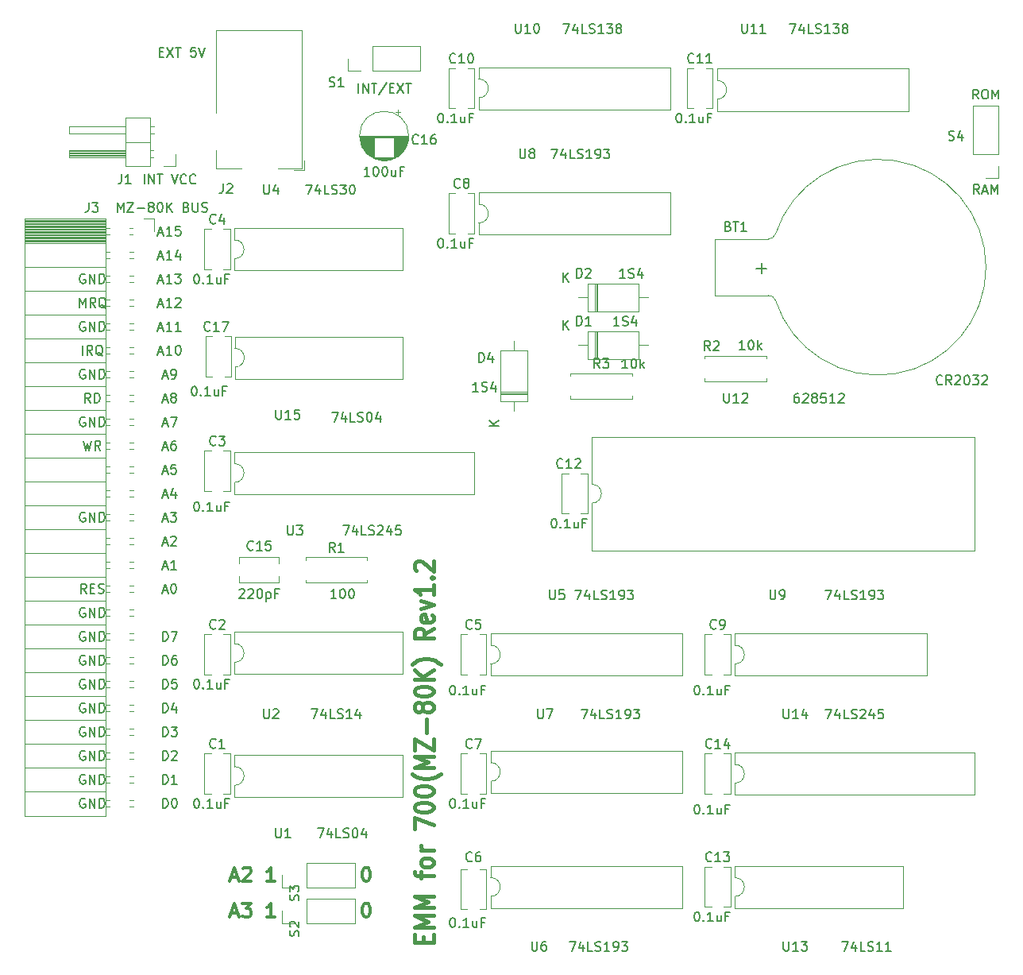
<source format=gto>
G04 #@! TF.GenerationSoftware,KiCad,Pcbnew,(5.1.9)-1*
G04 #@! TF.CreationDate,2026-01-12T11:23:27+09:00*
G04 #@! TF.ProjectId,MZ700_EMM,4d5a3730-305f-4454-9d4d-2e6b69636164,rev?*
G04 #@! TF.SameCoordinates,PX53920b0PY93c3260*
G04 #@! TF.FileFunction,Legend,Top*
G04 #@! TF.FilePolarity,Positive*
%FSLAX46Y46*%
G04 Gerber Fmt 4.6, Leading zero omitted, Abs format (unit mm)*
G04 Created by KiCad (PCBNEW (5.1.9)-1) date 2026-01-12 11:23:27*
%MOMM*%
%LPD*%
G01*
G04 APERTURE LIST*
%ADD10C,0.150000*%
%ADD11C,0.300000*%
%ADD12C,0.450000*%
%ADD13C,0.120000*%
G04 APERTURE END LIST*
D10*
X59604761Y62887620D02*
X59033333Y62887620D01*
X59319047Y62887620D02*
X59319047Y63887620D01*
X59223809Y63744762D01*
X59128571Y63649524D01*
X59033333Y63601905D01*
X60223809Y63887620D02*
X60319047Y63887620D01*
X60414285Y63840000D01*
X60461904Y63792381D01*
X60509523Y63697143D01*
X60557142Y63506667D01*
X60557142Y63268572D01*
X60509523Y63078096D01*
X60461904Y62982858D01*
X60414285Y62935239D01*
X60319047Y62887620D01*
X60223809Y62887620D01*
X60128571Y62935239D01*
X60080952Y62982858D01*
X60033333Y63078096D01*
X59985714Y63268572D01*
X59985714Y63506667D01*
X60033333Y63697143D01*
X60080952Y63792381D01*
X60128571Y63840000D01*
X60223809Y63887620D01*
X60985714Y62887620D02*
X60985714Y63887620D01*
X61080952Y63268572D02*
X61366666Y62887620D01*
X61366666Y63554286D02*
X60985714Y63173334D01*
X97099523Y81462620D02*
X96766190Y81938810D01*
X96528095Y81462620D02*
X96528095Y82462620D01*
X96909047Y82462620D01*
X97004285Y82415000D01*
X97051904Y82367381D01*
X97099523Y82272143D01*
X97099523Y82129286D01*
X97051904Y82034048D01*
X97004285Y81986429D01*
X96909047Y81938810D01*
X96528095Y81938810D01*
X97480476Y81748334D02*
X97956666Y81748334D01*
X97385238Y81462620D02*
X97718571Y82462620D01*
X98051904Y81462620D01*
X98385238Y81462620D02*
X98385238Y82462620D01*
X98718571Y81748334D01*
X99051904Y82462620D01*
X99051904Y81462620D01*
X97004285Y91597620D02*
X96670952Y92073810D01*
X96432857Y91597620D02*
X96432857Y92597620D01*
X96813809Y92597620D01*
X96909047Y92550000D01*
X96956666Y92502381D01*
X97004285Y92407143D01*
X97004285Y92264286D01*
X96956666Y92169048D01*
X96909047Y92121429D01*
X96813809Y92073810D01*
X96432857Y92073810D01*
X97623333Y92597620D02*
X97813809Y92597620D01*
X97909047Y92550000D01*
X98004285Y92454762D01*
X98051904Y92264286D01*
X98051904Y91930953D01*
X98004285Y91740477D01*
X97909047Y91645239D01*
X97813809Y91597620D01*
X97623333Y91597620D01*
X97528095Y91645239D01*
X97432857Y91740477D01*
X97385238Y91930953D01*
X97385238Y92264286D01*
X97432857Y92454762D01*
X97528095Y92550000D01*
X97623333Y92597620D01*
X98480476Y91597620D02*
X98480476Y92597620D01*
X98813809Y91883334D01*
X99147142Y92597620D01*
X99147142Y91597620D01*
X43698333Y60427620D02*
X43126904Y60427620D01*
X43412619Y60427620D02*
X43412619Y61427620D01*
X43317380Y61284762D01*
X43222142Y61189524D01*
X43126904Y61141905D01*
X44079285Y60475239D02*
X44222142Y60427620D01*
X44460238Y60427620D01*
X44555476Y60475239D01*
X44603095Y60522858D01*
X44650714Y60618096D01*
X44650714Y60713334D01*
X44603095Y60808572D01*
X44555476Y60856191D01*
X44460238Y60903810D01*
X44269761Y60951429D01*
X44174523Y60999048D01*
X44126904Y61046667D01*
X44079285Y61141905D01*
X44079285Y61237143D01*
X44126904Y61332381D01*
X44174523Y61380000D01*
X44269761Y61427620D01*
X44507857Y61427620D01*
X44650714Y61380000D01*
X45507857Y61094286D02*
X45507857Y60427620D01*
X45269761Y61475239D02*
X45031666Y60760953D01*
X45650714Y60760953D01*
X28091142Y58205620D02*
X28757809Y58205620D01*
X28329238Y57205620D01*
X29567333Y57872286D02*
X29567333Y57205620D01*
X29329238Y58253239D02*
X29091142Y57538953D01*
X29710190Y57538953D01*
X30567333Y57205620D02*
X30091142Y57205620D01*
X30091142Y58205620D01*
X30853047Y57253239D02*
X30995904Y57205620D01*
X31234000Y57205620D01*
X31329238Y57253239D01*
X31376857Y57300858D01*
X31424476Y57396096D01*
X31424476Y57491334D01*
X31376857Y57586572D01*
X31329238Y57634191D01*
X31234000Y57681810D01*
X31043523Y57729429D01*
X30948285Y57777048D01*
X30900666Y57824667D01*
X30853047Y57919905D01*
X30853047Y58015143D01*
X30900666Y58110381D01*
X30948285Y58158000D01*
X31043523Y58205620D01*
X31281619Y58205620D01*
X31424476Y58158000D01*
X32043523Y58205620D02*
X32138761Y58205620D01*
X32234000Y58158000D01*
X32281619Y58110381D01*
X32329238Y58015143D01*
X32376857Y57824667D01*
X32376857Y57586572D01*
X32329238Y57396096D01*
X32281619Y57300858D01*
X32234000Y57253239D01*
X32138761Y57205620D01*
X32043523Y57205620D01*
X31948285Y57253239D01*
X31900666Y57300858D01*
X31853047Y57396096D01*
X31805428Y57586572D01*
X31805428Y57824667D01*
X31853047Y58015143D01*
X31900666Y58110381D01*
X31948285Y58158000D01*
X32043523Y58205620D01*
X33234000Y57872286D02*
X33234000Y57205620D01*
X32995904Y58253239D02*
X32757809Y57538953D01*
X33376857Y57538953D01*
X13353142Y60974620D02*
X13448380Y60974620D01*
X13543619Y60927000D01*
X13591238Y60879381D01*
X13638857Y60784143D01*
X13686476Y60593667D01*
X13686476Y60355572D01*
X13638857Y60165096D01*
X13591238Y60069858D01*
X13543619Y60022239D01*
X13448380Y59974620D01*
X13353142Y59974620D01*
X13257904Y60022239D01*
X13210285Y60069858D01*
X13162666Y60165096D01*
X13115047Y60355572D01*
X13115047Y60593667D01*
X13162666Y60784143D01*
X13210285Y60879381D01*
X13257904Y60927000D01*
X13353142Y60974620D01*
X14115047Y60069858D02*
X14162666Y60022239D01*
X14115047Y59974620D01*
X14067428Y60022239D01*
X14115047Y60069858D01*
X14115047Y59974620D01*
X15115047Y59974620D02*
X14543619Y59974620D01*
X14829333Y59974620D02*
X14829333Y60974620D01*
X14734095Y60831762D01*
X14638857Y60736524D01*
X14543619Y60688905D01*
X15972190Y60641286D02*
X15972190Y59974620D01*
X15543619Y60641286D02*
X15543619Y60117477D01*
X15591238Y60022239D01*
X15686476Y59974620D01*
X15829333Y59974620D01*
X15924571Y60022239D01*
X15972190Y60069858D01*
X16781714Y60498429D02*
X16448380Y60498429D01*
X16448380Y59974620D02*
X16448380Y60974620D01*
X16924571Y60974620D01*
X72104761Y64887620D02*
X71533333Y64887620D01*
X71819047Y64887620D02*
X71819047Y65887620D01*
X71723809Y65744762D01*
X71628571Y65649524D01*
X71533333Y65601905D01*
X72723809Y65887620D02*
X72819047Y65887620D01*
X72914285Y65840000D01*
X72961904Y65792381D01*
X73009523Y65697143D01*
X73057142Y65506667D01*
X73057142Y65268572D01*
X73009523Y65078096D01*
X72961904Y64982858D01*
X72914285Y64935239D01*
X72819047Y64887620D01*
X72723809Y64887620D01*
X72628571Y64935239D01*
X72580952Y64982858D01*
X72533333Y65078096D01*
X72485714Y65268572D01*
X72485714Y65506667D01*
X72533333Y65697143D01*
X72580952Y65792381D01*
X72628571Y65840000D01*
X72723809Y65887620D01*
X73485714Y64887620D02*
X73485714Y65887620D01*
X73580952Y65268572D02*
X73866666Y64887620D01*
X73866666Y65554286D02*
X73485714Y65173334D01*
D11*
X17343571Y8640000D02*
X18057857Y8640000D01*
X17200714Y8211429D02*
X17700714Y9711429D01*
X18200714Y8211429D01*
X18629285Y9568572D02*
X18700714Y9640000D01*
X18843571Y9711429D01*
X19200714Y9711429D01*
X19343571Y9640000D01*
X19415000Y9568572D01*
X19486428Y9425715D01*
X19486428Y9282858D01*
X19415000Y9068572D01*
X18557857Y8211429D01*
X19486428Y8211429D01*
X17343571Y4830000D02*
X18057857Y4830000D01*
X17200714Y4401429D02*
X17700714Y5901429D01*
X18200714Y4401429D01*
X18557857Y5901429D02*
X19486428Y5901429D01*
X18986428Y5330000D01*
X19200714Y5330000D01*
X19343571Y5258572D01*
X19415000Y5187143D01*
X19486428Y5044286D01*
X19486428Y4687143D01*
X19415000Y4544286D01*
X19343571Y4472858D01*
X19200714Y4401429D01*
X18772142Y4401429D01*
X18629285Y4472858D01*
X18557857Y4544286D01*
X22018571Y8211429D02*
X21161428Y8211429D01*
X21590000Y8211429D02*
X21590000Y9711429D01*
X21447142Y9497143D01*
X21304285Y9354286D01*
X21161428Y9282858D01*
X22018571Y4401429D02*
X21161428Y4401429D01*
X21590000Y4401429D02*
X21590000Y5901429D01*
X21447142Y5687143D01*
X21304285Y5544286D01*
X21161428Y5472858D01*
X31678571Y9711429D02*
X31821428Y9711429D01*
X31964285Y9640000D01*
X32035714Y9568572D01*
X32107142Y9425715D01*
X32178571Y9140000D01*
X32178571Y8782858D01*
X32107142Y8497143D01*
X32035714Y8354286D01*
X31964285Y8282858D01*
X31821428Y8211429D01*
X31678571Y8211429D01*
X31535714Y8282858D01*
X31464285Y8354286D01*
X31392857Y8497143D01*
X31321428Y8782858D01*
X31321428Y9140000D01*
X31392857Y9425715D01*
X31464285Y9568572D01*
X31535714Y9640000D01*
X31678571Y9711429D01*
X31678571Y5901429D02*
X31821428Y5901429D01*
X31964285Y5830000D01*
X32035714Y5758572D01*
X32107142Y5615715D01*
X32178571Y5330000D01*
X32178571Y4972858D01*
X32107142Y4687143D01*
X32035714Y4544286D01*
X31964285Y4472858D01*
X31821428Y4401429D01*
X31678571Y4401429D01*
X31535714Y4472858D01*
X31464285Y4544286D01*
X31392857Y4687143D01*
X31321428Y4972858D01*
X31321428Y5330000D01*
X31392857Y5615715D01*
X31464285Y5758572D01*
X31535714Y5830000D01*
X31678571Y5901429D01*
D10*
X80710952Y26557620D02*
X81377619Y26557620D01*
X80949047Y25557620D01*
X82187142Y26224286D02*
X82187142Y25557620D01*
X81949047Y26605239D02*
X81710952Y25890953D01*
X82330000Y25890953D01*
X83187142Y25557620D02*
X82710952Y25557620D01*
X82710952Y26557620D01*
X83472857Y25605239D02*
X83615714Y25557620D01*
X83853809Y25557620D01*
X83949047Y25605239D01*
X83996666Y25652858D01*
X84044285Y25748096D01*
X84044285Y25843334D01*
X83996666Y25938572D01*
X83949047Y25986191D01*
X83853809Y26033810D01*
X83663333Y26081429D01*
X83568095Y26129048D01*
X83520476Y26176667D01*
X83472857Y26271905D01*
X83472857Y26367143D01*
X83520476Y26462381D01*
X83568095Y26510000D01*
X83663333Y26557620D01*
X83901428Y26557620D01*
X84044285Y26510000D01*
X84425238Y26462381D02*
X84472857Y26510000D01*
X84568095Y26557620D01*
X84806190Y26557620D01*
X84901428Y26510000D01*
X84949047Y26462381D01*
X84996666Y26367143D01*
X84996666Y26271905D01*
X84949047Y26129048D01*
X84377619Y25557620D01*
X84996666Y25557620D01*
X85853809Y26224286D02*
X85853809Y25557620D01*
X85615714Y26605239D02*
X85377619Y25890953D01*
X85996666Y25890953D01*
X86853809Y26557620D02*
X86377619Y26557620D01*
X86330000Y26081429D01*
X86377619Y26129048D01*
X86472857Y26176667D01*
X86710952Y26176667D01*
X86806190Y26129048D01*
X86853809Y26081429D01*
X86901428Y25986191D01*
X86901428Y25748096D01*
X86853809Y25652858D01*
X86806190Y25605239D01*
X86710952Y25557620D01*
X86472857Y25557620D01*
X86377619Y25605239D01*
X86330000Y25652858D01*
X82457142Y1792620D02*
X83123809Y1792620D01*
X82695238Y792620D01*
X83933333Y1459286D02*
X83933333Y792620D01*
X83695238Y1840239D02*
X83457142Y1125953D01*
X84076190Y1125953D01*
X84933333Y792620D02*
X84457142Y792620D01*
X84457142Y1792620D01*
X85219047Y840239D02*
X85361904Y792620D01*
X85600000Y792620D01*
X85695238Y840239D01*
X85742857Y887858D01*
X85790476Y983096D01*
X85790476Y1078334D01*
X85742857Y1173572D01*
X85695238Y1221191D01*
X85600000Y1268810D01*
X85409523Y1316429D01*
X85314285Y1364048D01*
X85266666Y1411667D01*
X85219047Y1506905D01*
X85219047Y1602143D01*
X85266666Y1697381D01*
X85314285Y1745000D01*
X85409523Y1792620D01*
X85647619Y1792620D01*
X85790476Y1745000D01*
X86742857Y792620D02*
X86171428Y792620D01*
X86457142Y792620D02*
X86457142Y1792620D01*
X86361904Y1649762D01*
X86266666Y1554524D01*
X86171428Y1506905D01*
X87695238Y792620D02*
X87123809Y792620D01*
X87409523Y792620D02*
X87409523Y1792620D01*
X87314285Y1649762D01*
X87219047Y1554524D01*
X87123809Y1506905D01*
X53405952Y1792620D02*
X54072619Y1792620D01*
X53644047Y792620D01*
X54882142Y1459286D02*
X54882142Y792620D01*
X54644047Y1840239D02*
X54405952Y1125953D01*
X55025000Y1125953D01*
X55882142Y792620D02*
X55405952Y792620D01*
X55405952Y1792620D01*
X56167857Y840239D02*
X56310714Y792620D01*
X56548809Y792620D01*
X56644047Y840239D01*
X56691666Y887858D01*
X56739285Y983096D01*
X56739285Y1078334D01*
X56691666Y1173572D01*
X56644047Y1221191D01*
X56548809Y1268810D01*
X56358333Y1316429D01*
X56263095Y1364048D01*
X56215476Y1411667D01*
X56167857Y1506905D01*
X56167857Y1602143D01*
X56215476Y1697381D01*
X56263095Y1745000D01*
X56358333Y1792620D01*
X56596428Y1792620D01*
X56739285Y1745000D01*
X57691666Y792620D02*
X57120238Y792620D01*
X57405952Y792620D02*
X57405952Y1792620D01*
X57310714Y1649762D01*
X57215476Y1554524D01*
X57120238Y1506905D01*
X58167857Y792620D02*
X58358333Y792620D01*
X58453571Y840239D01*
X58501190Y887858D01*
X58596428Y1030715D01*
X58644047Y1221191D01*
X58644047Y1602143D01*
X58596428Y1697381D01*
X58548809Y1745000D01*
X58453571Y1792620D01*
X58263095Y1792620D01*
X58167857Y1745000D01*
X58120238Y1697381D01*
X58072619Y1602143D01*
X58072619Y1364048D01*
X58120238Y1268810D01*
X58167857Y1221191D01*
X58263095Y1173572D01*
X58453571Y1173572D01*
X58548809Y1221191D01*
X58596428Y1268810D01*
X58644047Y1364048D01*
X58977380Y1792620D02*
X59596428Y1792620D01*
X59263095Y1411667D01*
X59405952Y1411667D01*
X59501190Y1364048D01*
X59548809Y1316429D01*
X59596428Y1221191D01*
X59596428Y983096D01*
X59548809Y887858D01*
X59501190Y840239D01*
X59405952Y792620D01*
X59120238Y792620D01*
X59025000Y840239D01*
X58977380Y887858D01*
X54675952Y26557620D02*
X55342619Y26557620D01*
X54914047Y25557620D01*
X56152142Y26224286D02*
X56152142Y25557620D01*
X55914047Y26605239D02*
X55675952Y25890953D01*
X56295000Y25890953D01*
X57152142Y25557620D02*
X56675952Y25557620D01*
X56675952Y26557620D01*
X57437857Y25605239D02*
X57580714Y25557620D01*
X57818809Y25557620D01*
X57914047Y25605239D01*
X57961666Y25652858D01*
X58009285Y25748096D01*
X58009285Y25843334D01*
X57961666Y25938572D01*
X57914047Y25986191D01*
X57818809Y26033810D01*
X57628333Y26081429D01*
X57533095Y26129048D01*
X57485476Y26176667D01*
X57437857Y26271905D01*
X57437857Y26367143D01*
X57485476Y26462381D01*
X57533095Y26510000D01*
X57628333Y26557620D01*
X57866428Y26557620D01*
X58009285Y26510000D01*
X58961666Y25557620D02*
X58390238Y25557620D01*
X58675952Y25557620D02*
X58675952Y26557620D01*
X58580714Y26414762D01*
X58485476Y26319524D01*
X58390238Y26271905D01*
X59437857Y25557620D02*
X59628333Y25557620D01*
X59723571Y25605239D01*
X59771190Y25652858D01*
X59866428Y25795715D01*
X59914047Y25986191D01*
X59914047Y26367143D01*
X59866428Y26462381D01*
X59818809Y26510000D01*
X59723571Y26557620D01*
X59533095Y26557620D01*
X59437857Y26510000D01*
X59390238Y26462381D01*
X59342619Y26367143D01*
X59342619Y26129048D01*
X59390238Y26033810D01*
X59437857Y25986191D01*
X59533095Y25938572D01*
X59723571Y25938572D01*
X59818809Y25986191D01*
X59866428Y26033810D01*
X59914047Y26129048D01*
X60247380Y26557620D02*
X60866428Y26557620D01*
X60533095Y26176667D01*
X60675952Y26176667D01*
X60771190Y26129048D01*
X60818809Y26081429D01*
X60866428Y25986191D01*
X60866428Y25748096D01*
X60818809Y25652858D01*
X60771190Y25605239D01*
X60675952Y25557620D01*
X60390238Y25557620D01*
X60295000Y25605239D01*
X60247380Y25652858D01*
X80710952Y39257620D02*
X81377619Y39257620D01*
X80949047Y38257620D01*
X82187142Y38924286D02*
X82187142Y38257620D01*
X81949047Y39305239D02*
X81710952Y38590953D01*
X82330000Y38590953D01*
X83187142Y38257620D02*
X82710952Y38257620D01*
X82710952Y39257620D01*
X83472857Y38305239D02*
X83615714Y38257620D01*
X83853809Y38257620D01*
X83949047Y38305239D01*
X83996666Y38352858D01*
X84044285Y38448096D01*
X84044285Y38543334D01*
X83996666Y38638572D01*
X83949047Y38686191D01*
X83853809Y38733810D01*
X83663333Y38781429D01*
X83568095Y38829048D01*
X83520476Y38876667D01*
X83472857Y38971905D01*
X83472857Y39067143D01*
X83520476Y39162381D01*
X83568095Y39210000D01*
X83663333Y39257620D01*
X83901428Y39257620D01*
X84044285Y39210000D01*
X84996666Y38257620D02*
X84425238Y38257620D01*
X84710952Y38257620D02*
X84710952Y39257620D01*
X84615714Y39114762D01*
X84520476Y39019524D01*
X84425238Y38971905D01*
X85472857Y38257620D02*
X85663333Y38257620D01*
X85758571Y38305239D01*
X85806190Y38352858D01*
X85901428Y38495715D01*
X85949047Y38686191D01*
X85949047Y39067143D01*
X85901428Y39162381D01*
X85853809Y39210000D01*
X85758571Y39257620D01*
X85568095Y39257620D01*
X85472857Y39210000D01*
X85425238Y39162381D01*
X85377619Y39067143D01*
X85377619Y38829048D01*
X85425238Y38733810D01*
X85472857Y38686191D01*
X85568095Y38638572D01*
X85758571Y38638572D01*
X85853809Y38686191D01*
X85901428Y38733810D01*
X85949047Y38829048D01*
X86282380Y39257620D02*
X86901428Y39257620D01*
X86568095Y38876667D01*
X86710952Y38876667D01*
X86806190Y38829048D01*
X86853809Y38781429D01*
X86901428Y38686191D01*
X86901428Y38448096D01*
X86853809Y38352858D01*
X86806190Y38305239D01*
X86710952Y38257620D01*
X86425238Y38257620D01*
X86330000Y38305239D01*
X86282380Y38352858D01*
X54040952Y39257620D02*
X54707619Y39257620D01*
X54279047Y38257620D01*
X55517142Y38924286D02*
X55517142Y38257620D01*
X55279047Y39305239D02*
X55040952Y38590953D01*
X55660000Y38590953D01*
X56517142Y38257620D02*
X56040952Y38257620D01*
X56040952Y39257620D01*
X56802857Y38305239D02*
X56945714Y38257620D01*
X57183809Y38257620D01*
X57279047Y38305239D01*
X57326666Y38352858D01*
X57374285Y38448096D01*
X57374285Y38543334D01*
X57326666Y38638572D01*
X57279047Y38686191D01*
X57183809Y38733810D01*
X56993333Y38781429D01*
X56898095Y38829048D01*
X56850476Y38876667D01*
X56802857Y38971905D01*
X56802857Y39067143D01*
X56850476Y39162381D01*
X56898095Y39210000D01*
X56993333Y39257620D01*
X57231428Y39257620D01*
X57374285Y39210000D01*
X58326666Y38257620D02*
X57755238Y38257620D01*
X58040952Y38257620D02*
X58040952Y39257620D01*
X57945714Y39114762D01*
X57850476Y39019524D01*
X57755238Y38971905D01*
X58802857Y38257620D02*
X58993333Y38257620D01*
X59088571Y38305239D01*
X59136190Y38352858D01*
X59231428Y38495715D01*
X59279047Y38686191D01*
X59279047Y39067143D01*
X59231428Y39162381D01*
X59183809Y39210000D01*
X59088571Y39257620D01*
X58898095Y39257620D01*
X58802857Y39210000D01*
X58755238Y39162381D01*
X58707619Y39067143D01*
X58707619Y38829048D01*
X58755238Y38733810D01*
X58802857Y38686191D01*
X58898095Y38638572D01*
X59088571Y38638572D01*
X59183809Y38686191D01*
X59231428Y38733810D01*
X59279047Y38829048D01*
X59612380Y39257620D02*
X60231428Y39257620D01*
X59898095Y38876667D01*
X60040952Y38876667D01*
X60136190Y38829048D01*
X60183809Y38781429D01*
X60231428Y38686191D01*
X60231428Y38448096D01*
X60183809Y38352858D01*
X60136190Y38305239D01*
X60040952Y38257620D01*
X59755238Y38257620D01*
X59660000Y38305239D01*
X59612380Y38352858D01*
X26567142Y13882620D02*
X27233809Y13882620D01*
X26805238Y12882620D01*
X28043333Y13549286D02*
X28043333Y12882620D01*
X27805238Y13930239D02*
X27567142Y13215953D01*
X28186190Y13215953D01*
X29043333Y12882620D02*
X28567142Y12882620D01*
X28567142Y13882620D01*
X29329047Y12930239D02*
X29471904Y12882620D01*
X29710000Y12882620D01*
X29805238Y12930239D01*
X29852857Y12977858D01*
X29900476Y13073096D01*
X29900476Y13168334D01*
X29852857Y13263572D01*
X29805238Y13311191D01*
X29710000Y13358810D01*
X29519523Y13406429D01*
X29424285Y13454048D01*
X29376666Y13501667D01*
X29329047Y13596905D01*
X29329047Y13692143D01*
X29376666Y13787381D01*
X29424285Y13835000D01*
X29519523Y13882620D01*
X29757619Y13882620D01*
X29900476Y13835000D01*
X30519523Y13882620D02*
X30614761Y13882620D01*
X30710000Y13835000D01*
X30757619Y13787381D01*
X30805238Y13692143D01*
X30852857Y13501667D01*
X30852857Y13263572D01*
X30805238Y13073096D01*
X30757619Y12977858D01*
X30710000Y12930239D01*
X30614761Y12882620D01*
X30519523Y12882620D01*
X30424285Y12930239D01*
X30376666Y12977858D01*
X30329047Y13073096D01*
X30281428Y13263572D01*
X30281428Y13501667D01*
X30329047Y13692143D01*
X30376666Y13787381D01*
X30424285Y13835000D01*
X30519523Y13882620D01*
X31710000Y13549286D02*
X31710000Y12882620D01*
X31471904Y13930239D02*
X31233809Y13215953D01*
X31852857Y13215953D01*
X25932142Y26582620D02*
X26598809Y26582620D01*
X26170238Y25582620D01*
X27408333Y26249286D02*
X27408333Y25582620D01*
X27170238Y26630239D02*
X26932142Y25915953D01*
X27551190Y25915953D01*
X28408333Y25582620D02*
X27932142Y25582620D01*
X27932142Y26582620D01*
X28694047Y25630239D02*
X28836904Y25582620D01*
X29075000Y25582620D01*
X29170238Y25630239D01*
X29217857Y25677858D01*
X29265476Y25773096D01*
X29265476Y25868334D01*
X29217857Y25963572D01*
X29170238Y26011191D01*
X29075000Y26058810D01*
X28884523Y26106429D01*
X28789285Y26154048D01*
X28741666Y26201667D01*
X28694047Y26296905D01*
X28694047Y26392143D01*
X28741666Y26487381D01*
X28789285Y26535000D01*
X28884523Y26582620D01*
X29122619Y26582620D01*
X29265476Y26535000D01*
X30217857Y25582620D02*
X29646428Y25582620D01*
X29932142Y25582620D02*
X29932142Y26582620D01*
X29836904Y26439762D01*
X29741666Y26344524D01*
X29646428Y26296905D01*
X31075000Y26249286D02*
X31075000Y25582620D01*
X30836904Y26630239D02*
X30598809Y25915953D01*
X31217857Y25915953D01*
X77829523Y60212620D02*
X77639047Y60212620D01*
X77543809Y60165000D01*
X77496190Y60117381D01*
X77400952Y59974524D01*
X77353333Y59784048D01*
X77353333Y59403096D01*
X77400952Y59307858D01*
X77448571Y59260239D01*
X77543809Y59212620D01*
X77734285Y59212620D01*
X77829523Y59260239D01*
X77877142Y59307858D01*
X77924761Y59403096D01*
X77924761Y59641191D01*
X77877142Y59736429D01*
X77829523Y59784048D01*
X77734285Y59831667D01*
X77543809Y59831667D01*
X77448571Y59784048D01*
X77400952Y59736429D01*
X77353333Y59641191D01*
X78305714Y60117381D02*
X78353333Y60165000D01*
X78448571Y60212620D01*
X78686666Y60212620D01*
X78781904Y60165000D01*
X78829523Y60117381D01*
X78877142Y60022143D01*
X78877142Y59926905D01*
X78829523Y59784048D01*
X78258095Y59212620D01*
X78877142Y59212620D01*
X79448571Y59784048D02*
X79353333Y59831667D01*
X79305714Y59879286D01*
X79258095Y59974524D01*
X79258095Y60022143D01*
X79305714Y60117381D01*
X79353333Y60165000D01*
X79448571Y60212620D01*
X79639047Y60212620D01*
X79734285Y60165000D01*
X79781904Y60117381D01*
X79829523Y60022143D01*
X79829523Y59974524D01*
X79781904Y59879286D01*
X79734285Y59831667D01*
X79639047Y59784048D01*
X79448571Y59784048D01*
X79353333Y59736429D01*
X79305714Y59688810D01*
X79258095Y59593572D01*
X79258095Y59403096D01*
X79305714Y59307858D01*
X79353333Y59260239D01*
X79448571Y59212620D01*
X79639047Y59212620D01*
X79734285Y59260239D01*
X79781904Y59307858D01*
X79829523Y59403096D01*
X79829523Y59593572D01*
X79781904Y59688810D01*
X79734285Y59736429D01*
X79639047Y59784048D01*
X80734285Y60212620D02*
X80258095Y60212620D01*
X80210476Y59736429D01*
X80258095Y59784048D01*
X80353333Y59831667D01*
X80591428Y59831667D01*
X80686666Y59784048D01*
X80734285Y59736429D01*
X80781904Y59641191D01*
X80781904Y59403096D01*
X80734285Y59307858D01*
X80686666Y59260239D01*
X80591428Y59212620D01*
X80353333Y59212620D01*
X80258095Y59260239D01*
X80210476Y59307858D01*
X81734285Y59212620D02*
X81162857Y59212620D01*
X81448571Y59212620D02*
X81448571Y60212620D01*
X81353333Y60069762D01*
X81258095Y59974524D01*
X81162857Y59926905D01*
X82115238Y60117381D02*
X82162857Y60165000D01*
X82258095Y60212620D01*
X82496190Y60212620D01*
X82591428Y60165000D01*
X82639047Y60117381D01*
X82686666Y60022143D01*
X82686666Y59926905D01*
X82639047Y59784048D01*
X82067619Y59212620D01*
X82686666Y59212620D01*
X29265952Y46140620D02*
X29932619Y46140620D01*
X29504047Y45140620D01*
X30742142Y45807286D02*
X30742142Y45140620D01*
X30504047Y46188239D02*
X30265952Y45473953D01*
X30885000Y45473953D01*
X31742142Y45140620D02*
X31265952Y45140620D01*
X31265952Y46140620D01*
X32027857Y45188239D02*
X32170714Y45140620D01*
X32408809Y45140620D01*
X32504047Y45188239D01*
X32551666Y45235858D01*
X32599285Y45331096D01*
X32599285Y45426334D01*
X32551666Y45521572D01*
X32504047Y45569191D01*
X32408809Y45616810D01*
X32218333Y45664429D01*
X32123095Y45712048D01*
X32075476Y45759667D01*
X32027857Y45854905D01*
X32027857Y45950143D01*
X32075476Y46045381D01*
X32123095Y46093000D01*
X32218333Y46140620D01*
X32456428Y46140620D01*
X32599285Y46093000D01*
X32980238Y46045381D02*
X33027857Y46093000D01*
X33123095Y46140620D01*
X33361190Y46140620D01*
X33456428Y46093000D01*
X33504047Y46045381D01*
X33551666Y45950143D01*
X33551666Y45854905D01*
X33504047Y45712048D01*
X32932619Y45140620D01*
X33551666Y45140620D01*
X34408809Y45807286D02*
X34408809Y45140620D01*
X34170714Y46188239D02*
X33932619Y45473953D01*
X34551666Y45473953D01*
X35408809Y46140620D02*
X34932619Y46140620D01*
X34885000Y45664429D01*
X34932619Y45712048D01*
X35027857Y45759667D01*
X35265952Y45759667D01*
X35361190Y45712048D01*
X35408809Y45664429D01*
X35456428Y45569191D01*
X35456428Y45331096D01*
X35408809Y45235858D01*
X35361190Y45188239D01*
X35265952Y45140620D01*
X35027857Y45140620D01*
X34932619Y45188239D01*
X34885000Y45235858D01*
X25307142Y82437620D02*
X25973809Y82437620D01*
X25545238Y81437620D01*
X26783333Y82104286D02*
X26783333Y81437620D01*
X26545238Y82485239D02*
X26307142Y81770953D01*
X26926190Y81770953D01*
X27783333Y81437620D02*
X27307142Y81437620D01*
X27307142Y82437620D01*
X28069047Y81485239D02*
X28211904Y81437620D01*
X28450000Y81437620D01*
X28545238Y81485239D01*
X28592857Y81532858D01*
X28640476Y81628096D01*
X28640476Y81723334D01*
X28592857Y81818572D01*
X28545238Y81866191D01*
X28450000Y81913810D01*
X28259523Y81961429D01*
X28164285Y82009048D01*
X28116666Y82056667D01*
X28069047Y82151905D01*
X28069047Y82247143D01*
X28116666Y82342381D01*
X28164285Y82390000D01*
X28259523Y82437620D01*
X28497619Y82437620D01*
X28640476Y82390000D01*
X28973809Y82437620D02*
X29592857Y82437620D01*
X29259523Y82056667D01*
X29402380Y82056667D01*
X29497619Y82009048D01*
X29545238Y81961429D01*
X29592857Y81866191D01*
X29592857Y81628096D01*
X29545238Y81532858D01*
X29497619Y81485239D01*
X29402380Y81437620D01*
X29116666Y81437620D01*
X29021428Y81485239D01*
X28973809Y81532858D01*
X30211904Y82437620D02*
X30307142Y82437620D01*
X30402380Y82390000D01*
X30450000Y82342381D01*
X30497619Y82247143D01*
X30545238Y82056667D01*
X30545238Y81818572D01*
X30497619Y81628096D01*
X30450000Y81532858D01*
X30402380Y81485239D01*
X30307142Y81437620D01*
X30211904Y81437620D01*
X30116666Y81485239D01*
X30069047Y81532858D01*
X30021428Y81628096D01*
X29973809Y81818572D01*
X29973809Y82056667D01*
X30021428Y82247143D01*
X30069047Y82342381D01*
X30116666Y82390000D01*
X30211904Y82437620D01*
X51500952Y86247620D02*
X52167619Y86247620D01*
X51739047Y85247620D01*
X52977142Y85914286D02*
X52977142Y85247620D01*
X52739047Y86295239D02*
X52500952Y85580953D01*
X53120000Y85580953D01*
X53977142Y85247620D02*
X53500952Y85247620D01*
X53500952Y86247620D01*
X54262857Y85295239D02*
X54405714Y85247620D01*
X54643809Y85247620D01*
X54739047Y85295239D01*
X54786666Y85342858D01*
X54834285Y85438096D01*
X54834285Y85533334D01*
X54786666Y85628572D01*
X54739047Y85676191D01*
X54643809Y85723810D01*
X54453333Y85771429D01*
X54358095Y85819048D01*
X54310476Y85866667D01*
X54262857Y85961905D01*
X54262857Y86057143D01*
X54310476Y86152381D01*
X54358095Y86200000D01*
X54453333Y86247620D01*
X54691428Y86247620D01*
X54834285Y86200000D01*
X55786666Y85247620D02*
X55215238Y85247620D01*
X55500952Y85247620D02*
X55500952Y86247620D01*
X55405714Y86104762D01*
X55310476Y86009524D01*
X55215238Y85961905D01*
X56262857Y85247620D02*
X56453333Y85247620D01*
X56548571Y85295239D01*
X56596190Y85342858D01*
X56691428Y85485715D01*
X56739047Y85676191D01*
X56739047Y86057143D01*
X56691428Y86152381D01*
X56643809Y86200000D01*
X56548571Y86247620D01*
X56358095Y86247620D01*
X56262857Y86200000D01*
X56215238Y86152381D01*
X56167619Y86057143D01*
X56167619Y85819048D01*
X56215238Y85723810D01*
X56262857Y85676191D01*
X56358095Y85628572D01*
X56548571Y85628572D01*
X56643809Y85676191D01*
X56691428Y85723810D01*
X56739047Y85819048D01*
X57072380Y86247620D02*
X57691428Y86247620D01*
X57358095Y85866667D01*
X57500952Y85866667D01*
X57596190Y85819048D01*
X57643809Y85771429D01*
X57691428Y85676191D01*
X57691428Y85438096D01*
X57643809Y85342858D01*
X57596190Y85295239D01*
X57500952Y85247620D01*
X57215238Y85247620D01*
X57120000Y85295239D01*
X57072380Y85342858D01*
X76900952Y99582620D02*
X77567619Y99582620D01*
X77139047Y98582620D01*
X78377142Y99249286D02*
X78377142Y98582620D01*
X78139047Y99630239D02*
X77900952Y98915953D01*
X78520000Y98915953D01*
X79377142Y98582620D02*
X78900952Y98582620D01*
X78900952Y99582620D01*
X79662857Y98630239D02*
X79805714Y98582620D01*
X80043809Y98582620D01*
X80139047Y98630239D01*
X80186666Y98677858D01*
X80234285Y98773096D01*
X80234285Y98868334D01*
X80186666Y98963572D01*
X80139047Y99011191D01*
X80043809Y99058810D01*
X79853333Y99106429D01*
X79758095Y99154048D01*
X79710476Y99201667D01*
X79662857Y99296905D01*
X79662857Y99392143D01*
X79710476Y99487381D01*
X79758095Y99535000D01*
X79853333Y99582620D01*
X80091428Y99582620D01*
X80234285Y99535000D01*
X81186666Y98582620D02*
X80615238Y98582620D01*
X80900952Y98582620D02*
X80900952Y99582620D01*
X80805714Y99439762D01*
X80710476Y99344524D01*
X80615238Y99296905D01*
X81520000Y99582620D02*
X82139047Y99582620D01*
X81805714Y99201667D01*
X81948571Y99201667D01*
X82043809Y99154048D01*
X82091428Y99106429D01*
X82139047Y99011191D01*
X82139047Y98773096D01*
X82091428Y98677858D01*
X82043809Y98630239D01*
X81948571Y98582620D01*
X81662857Y98582620D01*
X81567619Y98630239D01*
X81520000Y98677858D01*
X82710476Y99154048D02*
X82615238Y99201667D01*
X82567619Y99249286D01*
X82520000Y99344524D01*
X82520000Y99392143D01*
X82567619Y99487381D01*
X82615238Y99535000D01*
X82710476Y99582620D01*
X82900952Y99582620D01*
X82996190Y99535000D01*
X83043809Y99487381D01*
X83091428Y99392143D01*
X83091428Y99344524D01*
X83043809Y99249286D01*
X82996190Y99201667D01*
X82900952Y99154048D01*
X82710476Y99154048D01*
X82615238Y99106429D01*
X82567619Y99058810D01*
X82520000Y98963572D01*
X82520000Y98773096D01*
X82567619Y98677858D01*
X82615238Y98630239D01*
X82710476Y98582620D01*
X82900952Y98582620D01*
X82996190Y98630239D01*
X83043809Y98677858D01*
X83091428Y98773096D01*
X83091428Y98963572D01*
X83043809Y99058810D01*
X82996190Y99106429D01*
X82900952Y99154048D01*
X52770952Y99582620D02*
X53437619Y99582620D01*
X53009047Y98582620D01*
X54247142Y99249286D02*
X54247142Y98582620D01*
X54009047Y99630239D02*
X53770952Y98915953D01*
X54390000Y98915953D01*
X55247142Y98582620D02*
X54770952Y98582620D01*
X54770952Y99582620D01*
X55532857Y98630239D02*
X55675714Y98582620D01*
X55913809Y98582620D01*
X56009047Y98630239D01*
X56056666Y98677858D01*
X56104285Y98773096D01*
X56104285Y98868334D01*
X56056666Y98963572D01*
X56009047Y99011191D01*
X55913809Y99058810D01*
X55723333Y99106429D01*
X55628095Y99154048D01*
X55580476Y99201667D01*
X55532857Y99296905D01*
X55532857Y99392143D01*
X55580476Y99487381D01*
X55628095Y99535000D01*
X55723333Y99582620D01*
X55961428Y99582620D01*
X56104285Y99535000D01*
X57056666Y98582620D02*
X56485238Y98582620D01*
X56770952Y98582620D02*
X56770952Y99582620D01*
X56675714Y99439762D01*
X56580476Y99344524D01*
X56485238Y99296905D01*
X57390000Y99582620D02*
X58009047Y99582620D01*
X57675714Y99201667D01*
X57818571Y99201667D01*
X57913809Y99154048D01*
X57961428Y99106429D01*
X58009047Y99011191D01*
X58009047Y98773096D01*
X57961428Y98677858D01*
X57913809Y98630239D01*
X57818571Y98582620D01*
X57532857Y98582620D01*
X57437619Y98630239D01*
X57390000Y98677858D01*
X58580476Y99154048D02*
X58485238Y99201667D01*
X58437619Y99249286D01*
X58390000Y99344524D01*
X58390000Y99392143D01*
X58437619Y99487381D01*
X58485238Y99535000D01*
X58580476Y99582620D01*
X58770952Y99582620D01*
X58866190Y99535000D01*
X58913809Y99487381D01*
X58961428Y99392143D01*
X58961428Y99344524D01*
X58913809Y99249286D01*
X58866190Y99201667D01*
X58770952Y99154048D01*
X58580476Y99154048D01*
X58485238Y99106429D01*
X58437619Y99058810D01*
X58390000Y98963572D01*
X58390000Y98773096D01*
X58437619Y98677858D01*
X58485238Y98630239D01*
X58580476Y98582620D01*
X58770952Y98582620D01*
X58866190Y98630239D01*
X58913809Y98677858D01*
X58961428Y98773096D01*
X58961428Y98963572D01*
X58913809Y99058810D01*
X58866190Y99106429D01*
X58770952Y99154048D01*
X93154761Y61237858D02*
X93107142Y61190239D01*
X92964285Y61142620D01*
X92869047Y61142620D01*
X92726190Y61190239D01*
X92630952Y61285477D01*
X92583333Y61380715D01*
X92535714Y61571191D01*
X92535714Y61714048D01*
X92583333Y61904524D01*
X92630952Y61999762D01*
X92726190Y62095000D01*
X92869047Y62142620D01*
X92964285Y62142620D01*
X93107142Y62095000D01*
X93154761Y62047381D01*
X94154761Y61142620D02*
X93821428Y61618810D01*
X93583333Y61142620D02*
X93583333Y62142620D01*
X93964285Y62142620D01*
X94059523Y62095000D01*
X94107142Y62047381D01*
X94154761Y61952143D01*
X94154761Y61809286D01*
X94107142Y61714048D01*
X94059523Y61666429D01*
X93964285Y61618810D01*
X93583333Y61618810D01*
X94535714Y62047381D02*
X94583333Y62095000D01*
X94678571Y62142620D01*
X94916666Y62142620D01*
X95011904Y62095000D01*
X95059523Y62047381D01*
X95107142Y61952143D01*
X95107142Y61856905D01*
X95059523Y61714048D01*
X94488095Y61142620D01*
X95107142Y61142620D01*
X95726190Y62142620D02*
X95821428Y62142620D01*
X95916666Y62095000D01*
X95964285Y62047381D01*
X96011904Y61952143D01*
X96059523Y61761667D01*
X96059523Y61523572D01*
X96011904Y61333096D01*
X95964285Y61237858D01*
X95916666Y61190239D01*
X95821428Y61142620D01*
X95726190Y61142620D01*
X95630952Y61190239D01*
X95583333Y61237858D01*
X95535714Y61333096D01*
X95488095Y61523572D01*
X95488095Y61761667D01*
X95535714Y61952143D01*
X95583333Y62047381D01*
X95630952Y62095000D01*
X95726190Y62142620D01*
X96392857Y62142620D02*
X97011904Y62142620D01*
X96678571Y61761667D01*
X96821428Y61761667D01*
X96916666Y61714048D01*
X96964285Y61666429D01*
X97011904Y61571191D01*
X97011904Y61333096D01*
X96964285Y61237858D01*
X96916666Y61190239D01*
X96821428Y61142620D01*
X96535714Y61142620D01*
X96440476Y61190239D01*
X96392857Y61237858D01*
X97392857Y62047381D02*
X97440476Y62095000D01*
X97535714Y62142620D01*
X97773809Y62142620D01*
X97869047Y62095000D01*
X97916666Y62047381D01*
X97964285Y61952143D01*
X97964285Y61856905D01*
X97916666Y61714048D01*
X97345238Y61142620D01*
X97964285Y61142620D01*
X58698333Y67427620D02*
X58126904Y67427620D01*
X58412619Y67427620D02*
X58412619Y68427620D01*
X58317380Y68284762D01*
X58222142Y68189524D01*
X58126904Y68141905D01*
X59079285Y67475239D02*
X59222142Y67427620D01*
X59460238Y67427620D01*
X59555476Y67475239D01*
X59603095Y67522858D01*
X59650714Y67618096D01*
X59650714Y67713334D01*
X59603095Y67808572D01*
X59555476Y67856191D01*
X59460238Y67903810D01*
X59269761Y67951429D01*
X59174523Y67999048D01*
X59126904Y68046667D01*
X59079285Y68141905D01*
X59079285Y68237143D01*
X59126904Y68332381D01*
X59174523Y68380000D01*
X59269761Y68427620D01*
X59507857Y68427620D01*
X59650714Y68380000D01*
X60507857Y68094286D02*
X60507857Y67427620D01*
X60269761Y68475239D02*
X60031666Y67760953D01*
X60650714Y67760953D01*
X59343333Y72507620D02*
X58771904Y72507620D01*
X59057619Y72507620D02*
X59057619Y73507620D01*
X58962380Y73364762D01*
X58867142Y73269524D01*
X58771904Y73221905D01*
X59724285Y72555239D02*
X59867142Y72507620D01*
X60105238Y72507620D01*
X60200476Y72555239D01*
X60248095Y72602858D01*
X60295714Y72698096D01*
X60295714Y72793334D01*
X60248095Y72888572D01*
X60200476Y72936191D01*
X60105238Y72983810D01*
X59914761Y73031429D01*
X59819523Y73079048D01*
X59771904Y73126667D01*
X59724285Y73221905D01*
X59724285Y73317143D01*
X59771904Y73412381D01*
X59819523Y73460000D01*
X59914761Y73507620D01*
X60152857Y73507620D01*
X60295714Y73460000D01*
X61152857Y73174286D02*
X61152857Y72507620D01*
X60914761Y73555239D02*
X60676666Y72840953D01*
X61295714Y72840953D01*
X28553333Y38384620D02*
X27981904Y38384620D01*
X28267619Y38384620D02*
X28267619Y39384620D01*
X28172380Y39241762D01*
X28077142Y39146524D01*
X27981904Y39098905D01*
X29172380Y39384620D02*
X29267619Y39384620D01*
X29362857Y39337000D01*
X29410476Y39289381D01*
X29458095Y39194143D01*
X29505714Y39003667D01*
X29505714Y38765572D01*
X29458095Y38575096D01*
X29410476Y38479858D01*
X29362857Y38432239D01*
X29267619Y38384620D01*
X29172380Y38384620D01*
X29077142Y38432239D01*
X29029523Y38479858D01*
X28981904Y38575096D01*
X28934285Y38765572D01*
X28934285Y39003667D01*
X28981904Y39194143D01*
X29029523Y39289381D01*
X29077142Y39337000D01*
X29172380Y39384620D01*
X30124761Y39384620D02*
X30220000Y39384620D01*
X30315238Y39337000D01*
X30362857Y39289381D01*
X30410476Y39194143D01*
X30458095Y39003667D01*
X30458095Y38765572D01*
X30410476Y38575096D01*
X30362857Y38479858D01*
X30315238Y38432239D01*
X30220000Y38384620D01*
X30124761Y38384620D01*
X30029523Y38432239D01*
X29981904Y38479858D01*
X29934285Y38575096D01*
X29886666Y38765572D01*
X29886666Y39003667D01*
X29934285Y39194143D01*
X29981904Y39289381D01*
X30029523Y39337000D01*
X30124761Y39384620D01*
X18210952Y39289381D02*
X18258571Y39337000D01*
X18353809Y39384620D01*
X18591904Y39384620D01*
X18687142Y39337000D01*
X18734761Y39289381D01*
X18782380Y39194143D01*
X18782380Y39098905D01*
X18734761Y38956048D01*
X18163333Y38384620D01*
X18782380Y38384620D01*
X19163333Y39289381D02*
X19210952Y39337000D01*
X19306190Y39384620D01*
X19544285Y39384620D01*
X19639523Y39337000D01*
X19687142Y39289381D01*
X19734761Y39194143D01*
X19734761Y39098905D01*
X19687142Y38956048D01*
X19115714Y38384620D01*
X19734761Y38384620D01*
X20353809Y39384620D02*
X20449047Y39384620D01*
X20544285Y39337000D01*
X20591904Y39289381D01*
X20639523Y39194143D01*
X20687142Y39003667D01*
X20687142Y38765572D01*
X20639523Y38575096D01*
X20591904Y38479858D01*
X20544285Y38432239D01*
X20449047Y38384620D01*
X20353809Y38384620D01*
X20258571Y38432239D01*
X20210952Y38479858D01*
X20163333Y38575096D01*
X20115714Y38765572D01*
X20115714Y39003667D01*
X20163333Y39194143D01*
X20210952Y39289381D01*
X20258571Y39337000D01*
X20353809Y39384620D01*
X21115714Y39051286D02*
X21115714Y38051286D01*
X21115714Y39003667D02*
X21210952Y39051286D01*
X21401428Y39051286D01*
X21496666Y39003667D01*
X21544285Y38956048D01*
X21591904Y38860810D01*
X21591904Y38575096D01*
X21544285Y38479858D01*
X21496666Y38432239D01*
X21401428Y38384620D01*
X21210952Y38384620D01*
X21115714Y38432239D01*
X22353809Y38908429D02*
X22020476Y38908429D01*
X22020476Y38384620D02*
X22020476Y39384620D01*
X22496666Y39384620D01*
X66947142Y29097620D02*
X67042380Y29097620D01*
X67137619Y29050000D01*
X67185238Y29002381D01*
X67232857Y28907143D01*
X67280476Y28716667D01*
X67280476Y28478572D01*
X67232857Y28288096D01*
X67185238Y28192858D01*
X67137619Y28145239D01*
X67042380Y28097620D01*
X66947142Y28097620D01*
X66851904Y28145239D01*
X66804285Y28192858D01*
X66756666Y28288096D01*
X66709047Y28478572D01*
X66709047Y28716667D01*
X66756666Y28907143D01*
X66804285Y29002381D01*
X66851904Y29050000D01*
X66947142Y29097620D01*
X67709047Y28192858D02*
X67756666Y28145239D01*
X67709047Y28097620D01*
X67661428Y28145239D01*
X67709047Y28192858D01*
X67709047Y28097620D01*
X68709047Y28097620D02*
X68137619Y28097620D01*
X68423333Y28097620D02*
X68423333Y29097620D01*
X68328095Y28954762D01*
X68232857Y28859524D01*
X68137619Y28811905D01*
X69566190Y28764286D02*
X69566190Y28097620D01*
X69137619Y28764286D02*
X69137619Y28240477D01*
X69185238Y28145239D01*
X69280476Y28097620D01*
X69423333Y28097620D01*
X69518571Y28145239D01*
X69566190Y28192858D01*
X70375714Y28621429D02*
X70042380Y28621429D01*
X70042380Y28097620D02*
X70042380Y29097620D01*
X70518571Y29097620D01*
X40912142Y29097620D02*
X41007380Y29097620D01*
X41102619Y29050000D01*
X41150238Y29002381D01*
X41197857Y28907143D01*
X41245476Y28716667D01*
X41245476Y28478572D01*
X41197857Y28288096D01*
X41150238Y28192858D01*
X41102619Y28145239D01*
X41007380Y28097620D01*
X40912142Y28097620D01*
X40816904Y28145239D01*
X40769285Y28192858D01*
X40721666Y28288096D01*
X40674047Y28478572D01*
X40674047Y28716667D01*
X40721666Y28907143D01*
X40769285Y29002381D01*
X40816904Y29050000D01*
X40912142Y29097620D01*
X41674047Y28192858D02*
X41721666Y28145239D01*
X41674047Y28097620D01*
X41626428Y28145239D01*
X41674047Y28192858D01*
X41674047Y28097620D01*
X42674047Y28097620D02*
X42102619Y28097620D01*
X42388333Y28097620D02*
X42388333Y29097620D01*
X42293095Y28954762D01*
X42197857Y28859524D01*
X42102619Y28811905D01*
X43531190Y28764286D02*
X43531190Y28097620D01*
X43102619Y28764286D02*
X43102619Y28240477D01*
X43150238Y28145239D01*
X43245476Y28097620D01*
X43388333Y28097620D01*
X43483571Y28145239D01*
X43531190Y28192858D01*
X44340714Y28621429D02*
X44007380Y28621429D01*
X44007380Y28097620D02*
X44007380Y29097620D01*
X44483571Y29097620D01*
X40912142Y17032620D02*
X41007380Y17032620D01*
X41102619Y16985000D01*
X41150238Y16937381D01*
X41197857Y16842143D01*
X41245476Y16651667D01*
X41245476Y16413572D01*
X41197857Y16223096D01*
X41150238Y16127858D01*
X41102619Y16080239D01*
X41007380Y16032620D01*
X40912142Y16032620D01*
X40816904Y16080239D01*
X40769285Y16127858D01*
X40721666Y16223096D01*
X40674047Y16413572D01*
X40674047Y16651667D01*
X40721666Y16842143D01*
X40769285Y16937381D01*
X40816904Y16985000D01*
X40912142Y17032620D01*
X41674047Y16127858D02*
X41721666Y16080239D01*
X41674047Y16032620D01*
X41626428Y16080239D01*
X41674047Y16127858D01*
X41674047Y16032620D01*
X42674047Y16032620D02*
X42102619Y16032620D01*
X42388333Y16032620D02*
X42388333Y17032620D01*
X42293095Y16889762D01*
X42197857Y16794524D01*
X42102619Y16746905D01*
X43531190Y16699286D02*
X43531190Y16032620D01*
X43102619Y16699286D02*
X43102619Y16175477D01*
X43150238Y16080239D01*
X43245476Y16032620D01*
X43388333Y16032620D01*
X43483571Y16080239D01*
X43531190Y16127858D01*
X44340714Y16556429D02*
X44007380Y16556429D01*
X44007380Y16032620D02*
X44007380Y17032620D01*
X44483571Y17032620D01*
X66947142Y16397620D02*
X67042380Y16397620D01*
X67137619Y16350000D01*
X67185238Y16302381D01*
X67232857Y16207143D01*
X67280476Y16016667D01*
X67280476Y15778572D01*
X67232857Y15588096D01*
X67185238Y15492858D01*
X67137619Y15445239D01*
X67042380Y15397620D01*
X66947142Y15397620D01*
X66851904Y15445239D01*
X66804285Y15492858D01*
X66756666Y15588096D01*
X66709047Y15778572D01*
X66709047Y16016667D01*
X66756666Y16207143D01*
X66804285Y16302381D01*
X66851904Y16350000D01*
X66947142Y16397620D01*
X67709047Y15492858D02*
X67756666Y15445239D01*
X67709047Y15397620D01*
X67661428Y15445239D01*
X67709047Y15492858D01*
X67709047Y15397620D01*
X68709047Y15397620D02*
X68137619Y15397620D01*
X68423333Y15397620D02*
X68423333Y16397620D01*
X68328095Y16254762D01*
X68232857Y16159524D01*
X68137619Y16111905D01*
X69566190Y16064286D02*
X69566190Y15397620D01*
X69137619Y16064286D02*
X69137619Y15540477D01*
X69185238Y15445239D01*
X69280476Y15397620D01*
X69423333Y15397620D01*
X69518571Y15445239D01*
X69566190Y15492858D01*
X70375714Y15921429D02*
X70042380Y15921429D01*
X70042380Y15397620D02*
X70042380Y16397620D01*
X70518571Y16397620D01*
X66947142Y4967620D02*
X67042380Y4967620D01*
X67137619Y4920000D01*
X67185238Y4872381D01*
X67232857Y4777143D01*
X67280476Y4586667D01*
X67280476Y4348572D01*
X67232857Y4158096D01*
X67185238Y4062858D01*
X67137619Y4015239D01*
X67042380Y3967620D01*
X66947142Y3967620D01*
X66851904Y4015239D01*
X66804285Y4062858D01*
X66756666Y4158096D01*
X66709047Y4348572D01*
X66709047Y4586667D01*
X66756666Y4777143D01*
X66804285Y4872381D01*
X66851904Y4920000D01*
X66947142Y4967620D01*
X67709047Y4062858D02*
X67756666Y4015239D01*
X67709047Y3967620D01*
X67661428Y4015239D01*
X67709047Y4062858D01*
X67709047Y3967620D01*
X68709047Y3967620D02*
X68137619Y3967620D01*
X68423333Y3967620D02*
X68423333Y4967620D01*
X68328095Y4824762D01*
X68232857Y4729524D01*
X68137619Y4681905D01*
X69566190Y4634286D02*
X69566190Y3967620D01*
X69137619Y4634286D02*
X69137619Y4110477D01*
X69185238Y4015239D01*
X69280476Y3967620D01*
X69423333Y3967620D01*
X69518571Y4015239D01*
X69566190Y4062858D01*
X70375714Y4491429D02*
X70042380Y4491429D01*
X70042380Y3967620D02*
X70042380Y4967620D01*
X70518571Y4967620D01*
X40912142Y4332620D02*
X41007380Y4332620D01*
X41102619Y4285000D01*
X41150238Y4237381D01*
X41197857Y4142143D01*
X41245476Y3951667D01*
X41245476Y3713572D01*
X41197857Y3523096D01*
X41150238Y3427858D01*
X41102619Y3380239D01*
X41007380Y3332620D01*
X40912142Y3332620D01*
X40816904Y3380239D01*
X40769285Y3427858D01*
X40721666Y3523096D01*
X40674047Y3713572D01*
X40674047Y3951667D01*
X40721666Y4142143D01*
X40769285Y4237381D01*
X40816904Y4285000D01*
X40912142Y4332620D01*
X41674047Y3427858D02*
X41721666Y3380239D01*
X41674047Y3332620D01*
X41626428Y3380239D01*
X41674047Y3427858D01*
X41674047Y3332620D01*
X42674047Y3332620D02*
X42102619Y3332620D01*
X42388333Y3332620D02*
X42388333Y4332620D01*
X42293095Y4189762D01*
X42197857Y4094524D01*
X42102619Y4046905D01*
X43531190Y3999286D02*
X43531190Y3332620D01*
X43102619Y3999286D02*
X43102619Y3475477D01*
X43150238Y3380239D01*
X43245476Y3332620D01*
X43388333Y3332620D01*
X43483571Y3380239D01*
X43531190Y3427858D01*
X44340714Y3856429D02*
X44007380Y3856429D01*
X44007380Y3332620D02*
X44007380Y4332620D01*
X44483571Y4332620D01*
X13607142Y17032620D02*
X13702380Y17032620D01*
X13797619Y16985000D01*
X13845238Y16937381D01*
X13892857Y16842143D01*
X13940476Y16651667D01*
X13940476Y16413572D01*
X13892857Y16223096D01*
X13845238Y16127858D01*
X13797619Y16080239D01*
X13702380Y16032620D01*
X13607142Y16032620D01*
X13511904Y16080239D01*
X13464285Y16127858D01*
X13416666Y16223096D01*
X13369047Y16413572D01*
X13369047Y16651667D01*
X13416666Y16842143D01*
X13464285Y16937381D01*
X13511904Y16985000D01*
X13607142Y17032620D01*
X14369047Y16127858D02*
X14416666Y16080239D01*
X14369047Y16032620D01*
X14321428Y16080239D01*
X14369047Y16127858D01*
X14369047Y16032620D01*
X15369047Y16032620D02*
X14797619Y16032620D01*
X15083333Y16032620D02*
X15083333Y17032620D01*
X14988095Y16889762D01*
X14892857Y16794524D01*
X14797619Y16746905D01*
X16226190Y16699286D02*
X16226190Y16032620D01*
X15797619Y16699286D02*
X15797619Y16175477D01*
X15845238Y16080239D01*
X15940476Y16032620D01*
X16083333Y16032620D01*
X16178571Y16080239D01*
X16226190Y16127858D01*
X17035714Y16556429D02*
X16702380Y16556429D01*
X16702380Y16032620D02*
X16702380Y17032620D01*
X17178571Y17032620D01*
X13607142Y29757620D02*
X13702380Y29757620D01*
X13797619Y29710000D01*
X13845238Y29662381D01*
X13892857Y29567143D01*
X13940476Y29376667D01*
X13940476Y29138572D01*
X13892857Y28948096D01*
X13845238Y28852858D01*
X13797619Y28805239D01*
X13702380Y28757620D01*
X13607142Y28757620D01*
X13511904Y28805239D01*
X13464285Y28852858D01*
X13416666Y28948096D01*
X13369047Y29138572D01*
X13369047Y29376667D01*
X13416666Y29567143D01*
X13464285Y29662381D01*
X13511904Y29710000D01*
X13607142Y29757620D01*
X14369047Y28852858D02*
X14416666Y28805239D01*
X14369047Y28757620D01*
X14321428Y28805239D01*
X14369047Y28852858D01*
X14369047Y28757620D01*
X15369047Y28757620D02*
X14797619Y28757620D01*
X15083333Y28757620D02*
X15083333Y29757620D01*
X14988095Y29614762D01*
X14892857Y29519524D01*
X14797619Y29471905D01*
X16226190Y29424286D02*
X16226190Y28757620D01*
X15797619Y29424286D02*
X15797619Y28900477D01*
X15845238Y28805239D01*
X15940476Y28757620D01*
X16083333Y28757620D01*
X16178571Y28805239D01*
X16226190Y28852858D01*
X17035714Y29281429D02*
X16702380Y29281429D01*
X16702380Y28757620D02*
X16702380Y29757620D01*
X17178571Y29757620D01*
X13607142Y48655620D02*
X13702380Y48655620D01*
X13797619Y48608000D01*
X13845238Y48560381D01*
X13892857Y48465143D01*
X13940476Y48274667D01*
X13940476Y48036572D01*
X13892857Y47846096D01*
X13845238Y47750858D01*
X13797619Y47703239D01*
X13702380Y47655620D01*
X13607142Y47655620D01*
X13511904Y47703239D01*
X13464285Y47750858D01*
X13416666Y47846096D01*
X13369047Y48036572D01*
X13369047Y48274667D01*
X13416666Y48465143D01*
X13464285Y48560381D01*
X13511904Y48608000D01*
X13607142Y48655620D01*
X14369047Y47750858D02*
X14416666Y47703239D01*
X14369047Y47655620D01*
X14321428Y47703239D01*
X14369047Y47750858D01*
X14369047Y47655620D01*
X15369047Y47655620D02*
X14797619Y47655620D01*
X15083333Y47655620D02*
X15083333Y48655620D01*
X14988095Y48512762D01*
X14892857Y48417524D01*
X14797619Y48369905D01*
X16226190Y48322286D02*
X16226190Y47655620D01*
X15797619Y48322286D02*
X15797619Y47798477D01*
X15845238Y47703239D01*
X15940476Y47655620D01*
X16083333Y47655620D01*
X16178571Y47703239D01*
X16226190Y47750858D01*
X17035714Y48179429D02*
X16702380Y48179429D01*
X16702380Y47655620D02*
X16702380Y48655620D01*
X17178571Y48655620D01*
X51707142Y46877620D02*
X51802380Y46877620D01*
X51897619Y46830000D01*
X51945238Y46782381D01*
X51992857Y46687143D01*
X52040476Y46496667D01*
X52040476Y46258572D01*
X51992857Y46068096D01*
X51945238Y45972858D01*
X51897619Y45925239D01*
X51802380Y45877620D01*
X51707142Y45877620D01*
X51611904Y45925239D01*
X51564285Y45972858D01*
X51516666Y46068096D01*
X51469047Y46258572D01*
X51469047Y46496667D01*
X51516666Y46687143D01*
X51564285Y46782381D01*
X51611904Y46830000D01*
X51707142Y46877620D01*
X52469047Y45972858D02*
X52516666Y45925239D01*
X52469047Y45877620D01*
X52421428Y45925239D01*
X52469047Y45972858D01*
X52469047Y45877620D01*
X53469047Y45877620D02*
X52897619Y45877620D01*
X53183333Y45877620D02*
X53183333Y46877620D01*
X53088095Y46734762D01*
X52992857Y46639524D01*
X52897619Y46591905D01*
X54326190Y46544286D02*
X54326190Y45877620D01*
X53897619Y46544286D02*
X53897619Y46020477D01*
X53945238Y45925239D01*
X54040476Y45877620D01*
X54183333Y45877620D01*
X54278571Y45925239D01*
X54326190Y45972858D01*
X55135714Y46401429D02*
X54802380Y46401429D01*
X54802380Y45877620D02*
X54802380Y46877620D01*
X55278571Y46877620D01*
X39642142Y76722620D02*
X39737380Y76722620D01*
X39832619Y76675000D01*
X39880238Y76627381D01*
X39927857Y76532143D01*
X39975476Y76341667D01*
X39975476Y76103572D01*
X39927857Y75913096D01*
X39880238Y75817858D01*
X39832619Y75770239D01*
X39737380Y75722620D01*
X39642142Y75722620D01*
X39546904Y75770239D01*
X39499285Y75817858D01*
X39451666Y75913096D01*
X39404047Y76103572D01*
X39404047Y76341667D01*
X39451666Y76532143D01*
X39499285Y76627381D01*
X39546904Y76675000D01*
X39642142Y76722620D01*
X40404047Y75817858D02*
X40451666Y75770239D01*
X40404047Y75722620D01*
X40356428Y75770239D01*
X40404047Y75817858D01*
X40404047Y75722620D01*
X41404047Y75722620D02*
X40832619Y75722620D01*
X41118333Y75722620D02*
X41118333Y76722620D01*
X41023095Y76579762D01*
X40927857Y76484524D01*
X40832619Y76436905D01*
X42261190Y76389286D02*
X42261190Y75722620D01*
X41832619Y76389286D02*
X41832619Y75865477D01*
X41880238Y75770239D01*
X41975476Y75722620D01*
X42118333Y75722620D01*
X42213571Y75770239D01*
X42261190Y75817858D01*
X43070714Y76246429D02*
X42737380Y76246429D01*
X42737380Y75722620D02*
X42737380Y76722620D01*
X43213571Y76722620D01*
X13607142Y72912620D02*
X13702380Y72912620D01*
X13797619Y72865000D01*
X13845238Y72817381D01*
X13892857Y72722143D01*
X13940476Y72531667D01*
X13940476Y72293572D01*
X13892857Y72103096D01*
X13845238Y72007858D01*
X13797619Y71960239D01*
X13702380Y71912620D01*
X13607142Y71912620D01*
X13511904Y71960239D01*
X13464285Y72007858D01*
X13416666Y72103096D01*
X13369047Y72293572D01*
X13369047Y72531667D01*
X13416666Y72722143D01*
X13464285Y72817381D01*
X13511904Y72865000D01*
X13607142Y72912620D01*
X14369047Y72007858D02*
X14416666Y71960239D01*
X14369047Y71912620D01*
X14321428Y71960239D01*
X14369047Y72007858D01*
X14369047Y71912620D01*
X15369047Y71912620D02*
X14797619Y71912620D01*
X15083333Y71912620D02*
X15083333Y72912620D01*
X14988095Y72769762D01*
X14892857Y72674524D01*
X14797619Y72626905D01*
X16226190Y72579286D02*
X16226190Y71912620D01*
X15797619Y72579286D02*
X15797619Y72055477D01*
X15845238Y71960239D01*
X15940476Y71912620D01*
X16083333Y71912620D01*
X16178571Y71960239D01*
X16226190Y72007858D01*
X17035714Y72436429D02*
X16702380Y72436429D01*
X16702380Y71912620D02*
X16702380Y72912620D01*
X17178571Y72912620D01*
X65042142Y90057620D02*
X65137380Y90057620D01*
X65232619Y90010000D01*
X65280238Y89962381D01*
X65327857Y89867143D01*
X65375476Y89676667D01*
X65375476Y89438572D01*
X65327857Y89248096D01*
X65280238Y89152858D01*
X65232619Y89105239D01*
X65137380Y89057620D01*
X65042142Y89057620D01*
X64946904Y89105239D01*
X64899285Y89152858D01*
X64851666Y89248096D01*
X64804047Y89438572D01*
X64804047Y89676667D01*
X64851666Y89867143D01*
X64899285Y89962381D01*
X64946904Y90010000D01*
X65042142Y90057620D01*
X65804047Y89152858D02*
X65851666Y89105239D01*
X65804047Y89057620D01*
X65756428Y89105239D01*
X65804047Y89152858D01*
X65804047Y89057620D01*
X66804047Y89057620D02*
X66232619Y89057620D01*
X66518333Y89057620D02*
X66518333Y90057620D01*
X66423095Y89914762D01*
X66327857Y89819524D01*
X66232619Y89771905D01*
X67661190Y89724286D02*
X67661190Y89057620D01*
X67232619Y89724286D02*
X67232619Y89200477D01*
X67280238Y89105239D01*
X67375476Y89057620D01*
X67518333Y89057620D01*
X67613571Y89105239D01*
X67661190Y89152858D01*
X68470714Y89581429D02*
X68137380Y89581429D01*
X68137380Y89057620D02*
X68137380Y90057620D01*
X68613571Y90057620D01*
X1778095Y72890000D02*
X1682857Y72937620D01*
X1540000Y72937620D01*
X1397142Y72890000D01*
X1301904Y72794762D01*
X1254285Y72699524D01*
X1206666Y72509048D01*
X1206666Y72366191D01*
X1254285Y72175715D01*
X1301904Y72080477D01*
X1397142Y71985239D01*
X1540000Y71937620D01*
X1635238Y71937620D01*
X1778095Y71985239D01*
X1825714Y72032858D01*
X1825714Y72366191D01*
X1635238Y72366191D01*
X2254285Y71937620D02*
X2254285Y72937620D01*
X2825714Y71937620D01*
X2825714Y72937620D01*
X3301904Y71937620D02*
X3301904Y72937620D01*
X3540000Y72937620D01*
X3682857Y72890000D01*
X3778095Y72794762D01*
X3825714Y72699524D01*
X3873333Y72509048D01*
X3873333Y72366191D01*
X3825714Y72175715D01*
X3778095Y72080477D01*
X3682857Y71985239D01*
X3540000Y71937620D01*
X3301904Y71937620D01*
X1778095Y67810000D02*
X1682857Y67857620D01*
X1540000Y67857620D01*
X1397142Y67810000D01*
X1301904Y67714762D01*
X1254285Y67619524D01*
X1206666Y67429048D01*
X1206666Y67286191D01*
X1254285Y67095715D01*
X1301904Y67000477D01*
X1397142Y66905239D01*
X1540000Y66857620D01*
X1635238Y66857620D01*
X1778095Y66905239D01*
X1825714Y66952858D01*
X1825714Y67286191D01*
X1635238Y67286191D01*
X2254285Y66857620D02*
X2254285Y67857620D01*
X2825714Y66857620D01*
X2825714Y67857620D01*
X3301904Y66857620D02*
X3301904Y67857620D01*
X3540000Y67857620D01*
X3682857Y67810000D01*
X3778095Y67714762D01*
X3825714Y67619524D01*
X3873333Y67429048D01*
X3873333Y67286191D01*
X3825714Y67095715D01*
X3778095Y67000477D01*
X3682857Y66905239D01*
X3540000Y66857620D01*
X3301904Y66857620D01*
X1778095Y62730000D02*
X1682857Y62777620D01*
X1540000Y62777620D01*
X1397142Y62730000D01*
X1301904Y62634762D01*
X1254285Y62539524D01*
X1206666Y62349048D01*
X1206666Y62206191D01*
X1254285Y62015715D01*
X1301904Y61920477D01*
X1397142Y61825239D01*
X1540000Y61777620D01*
X1635238Y61777620D01*
X1778095Y61825239D01*
X1825714Y61872858D01*
X1825714Y62206191D01*
X1635238Y62206191D01*
X2254285Y61777620D02*
X2254285Y62777620D01*
X2825714Y61777620D01*
X2825714Y62777620D01*
X3301904Y61777620D02*
X3301904Y62777620D01*
X3540000Y62777620D01*
X3682857Y62730000D01*
X3778095Y62634762D01*
X3825714Y62539524D01*
X3873333Y62349048D01*
X3873333Y62206191D01*
X3825714Y62015715D01*
X3778095Y61920477D01*
X3682857Y61825239D01*
X3540000Y61777620D01*
X3301904Y61777620D01*
X1778095Y57650000D02*
X1682857Y57697620D01*
X1540000Y57697620D01*
X1397142Y57650000D01*
X1301904Y57554762D01*
X1254285Y57459524D01*
X1206666Y57269048D01*
X1206666Y57126191D01*
X1254285Y56935715D01*
X1301904Y56840477D01*
X1397142Y56745239D01*
X1540000Y56697620D01*
X1635238Y56697620D01*
X1778095Y56745239D01*
X1825714Y56792858D01*
X1825714Y57126191D01*
X1635238Y57126191D01*
X2254285Y56697620D02*
X2254285Y57697620D01*
X2825714Y56697620D01*
X2825714Y57697620D01*
X3301904Y56697620D02*
X3301904Y57697620D01*
X3540000Y57697620D01*
X3682857Y57650000D01*
X3778095Y57554762D01*
X3825714Y57459524D01*
X3873333Y57269048D01*
X3873333Y57126191D01*
X3825714Y56935715D01*
X3778095Y56840477D01*
X3682857Y56745239D01*
X3540000Y56697620D01*
X3301904Y56697620D01*
X1778095Y47490000D02*
X1682857Y47537620D01*
X1540000Y47537620D01*
X1397142Y47490000D01*
X1301904Y47394762D01*
X1254285Y47299524D01*
X1206666Y47109048D01*
X1206666Y46966191D01*
X1254285Y46775715D01*
X1301904Y46680477D01*
X1397142Y46585239D01*
X1540000Y46537620D01*
X1635238Y46537620D01*
X1778095Y46585239D01*
X1825714Y46632858D01*
X1825714Y46966191D01*
X1635238Y46966191D01*
X2254285Y46537620D02*
X2254285Y47537620D01*
X2825714Y46537620D01*
X2825714Y47537620D01*
X3301904Y46537620D02*
X3301904Y47537620D01*
X3540000Y47537620D01*
X3682857Y47490000D01*
X3778095Y47394762D01*
X3825714Y47299524D01*
X3873333Y47109048D01*
X3873333Y46966191D01*
X3825714Y46775715D01*
X3778095Y46680477D01*
X3682857Y46585239D01*
X3540000Y46537620D01*
X3301904Y46537620D01*
X1778095Y17010000D02*
X1682857Y17057620D01*
X1540000Y17057620D01*
X1397142Y17010000D01*
X1301904Y16914762D01*
X1254285Y16819524D01*
X1206666Y16629048D01*
X1206666Y16486191D01*
X1254285Y16295715D01*
X1301904Y16200477D01*
X1397142Y16105239D01*
X1540000Y16057620D01*
X1635238Y16057620D01*
X1778095Y16105239D01*
X1825714Y16152858D01*
X1825714Y16486191D01*
X1635238Y16486191D01*
X2254285Y16057620D02*
X2254285Y17057620D01*
X2825714Y16057620D01*
X2825714Y17057620D01*
X3301904Y16057620D02*
X3301904Y17057620D01*
X3540000Y17057620D01*
X3682857Y17010000D01*
X3778095Y16914762D01*
X3825714Y16819524D01*
X3873333Y16629048D01*
X3873333Y16486191D01*
X3825714Y16295715D01*
X3778095Y16200477D01*
X3682857Y16105239D01*
X3540000Y16057620D01*
X3301904Y16057620D01*
X1778095Y19550000D02*
X1682857Y19597620D01*
X1540000Y19597620D01*
X1397142Y19550000D01*
X1301904Y19454762D01*
X1254285Y19359524D01*
X1206666Y19169048D01*
X1206666Y19026191D01*
X1254285Y18835715D01*
X1301904Y18740477D01*
X1397142Y18645239D01*
X1540000Y18597620D01*
X1635238Y18597620D01*
X1778095Y18645239D01*
X1825714Y18692858D01*
X1825714Y19026191D01*
X1635238Y19026191D01*
X2254285Y18597620D02*
X2254285Y19597620D01*
X2825714Y18597620D01*
X2825714Y19597620D01*
X3301904Y18597620D02*
X3301904Y19597620D01*
X3540000Y19597620D01*
X3682857Y19550000D01*
X3778095Y19454762D01*
X3825714Y19359524D01*
X3873333Y19169048D01*
X3873333Y19026191D01*
X3825714Y18835715D01*
X3778095Y18740477D01*
X3682857Y18645239D01*
X3540000Y18597620D01*
X3301904Y18597620D01*
X1778095Y22090000D02*
X1682857Y22137620D01*
X1540000Y22137620D01*
X1397142Y22090000D01*
X1301904Y21994762D01*
X1254285Y21899524D01*
X1206666Y21709048D01*
X1206666Y21566191D01*
X1254285Y21375715D01*
X1301904Y21280477D01*
X1397142Y21185239D01*
X1540000Y21137620D01*
X1635238Y21137620D01*
X1778095Y21185239D01*
X1825714Y21232858D01*
X1825714Y21566191D01*
X1635238Y21566191D01*
X2254285Y21137620D02*
X2254285Y22137620D01*
X2825714Y21137620D01*
X2825714Y22137620D01*
X3301904Y21137620D02*
X3301904Y22137620D01*
X3540000Y22137620D01*
X3682857Y22090000D01*
X3778095Y21994762D01*
X3825714Y21899524D01*
X3873333Y21709048D01*
X3873333Y21566191D01*
X3825714Y21375715D01*
X3778095Y21280477D01*
X3682857Y21185239D01*
X3540000Y21137620D01*
X3301904Y21137620D01*
X1778095Y24630000D02*
X1682857Y24677620D01*
X1540000Y24677620D01*
X1397142Y24630000D01*
X1301904Y24534762D01*
X1254285Y24439524D01*
X1206666Y24249048D01*
X1206666Y24106191D01*
X1254285Y23915715D01*
X1301904Y23820477D01*
X1397142Y23725239D01*
X1540000Y23677620D01*
X1635238Y23677620D01*
X1778095Y23725239D01*
X1825714Y23772858D01*
X1825714Y24106191D01*
X1635238Y24106191D01*
X2254285Y23677620D02*
X2254285Y24677620D01*
X2825714Y23677620D01*
X2825714Y24677620D01*
X3301904Y23677620D02*
X3301904Y24677620D01*
X3540000Y24677620D01*
X3682857Y24630000D01*
X3778095Y24534762D01*
X3825714Y24439524D01*
X3873333Y24249048D01*
X3873333Y24106191D01*
X3825714Y23915715D01*
X3778095Y23820477D01*
X3682857Y23725239D01*
X3540000Y23677620D01*
X3301904Y23677620D01*
X1778095Y27170000D02*
X1682857Y27217620D01*
X1540000Y27217620D01*
X1397142Y27170000D01*
X1301904Y27074762D01*
X1254285Y26979524D01*
X1206666Y26789048D01*
X1206666Y26646191D01*
X1254285Y26455715D01*
X1301904Y26360477D01*
X1397142Y26265239D01*
X1540000Y26217620D01*
X1635238Y26217620D01*
X1778095Y26265239D01*
X1825714Y26312858D01*
X1825714Y26646191D01*
X1635238Y26646191D01*
X2254285Y26217620D02*
X2254285Y27217620D01*
X2825714Y26217620D01*
X2825714Y27217620D01*
X3301904Y26217620D02*
X3301904Y27217620D01*
X3540000Y27217620D01*
X3682857Y27170000D01*
X3778095Y27074762D01*
X3825714Y26979524D01*
X3873333Y26789048D01*
X3873333Y26646191D01*
X3825714Y26455715D01*
X3778095Y26360477D01*
X3682857Y26265239D01*
X3540000Y26217620D01*
X3301904Y26217620D01*
X1778095Y29710000D02*
X1682857Y29757620D01*
X1540000Y29757620D01*
X1397142Y29710000D01*
X1301904Y29614762D01*
X1254285Y29519524D01*
X1206666Y29329048D01*
X1206666Y29186191D01*
X1254285Y28995715D01*
X1301904Y28900477D01*
X1397142Y28805239D01*
X1540000Y28757620D01*
X1635238Y28757620D01*
X1778095Y28805239D01*
X1825714Y28852858D01*
X1825714Y29186191D01*
X1635238Y29186191D01*
X2254285Y28757620D02*
X2254285Y29757620D01*
X2825714Y28757620D01*
X2825714Y29757620D01*
X3301904Y28757620D02*
X3301904Y29757620D01*
X3540000Y29757620D01*
X3682857Y29710000D01*
X3778095Y29614762D01*
X3825714Y29519524D01*
X3873333Y29329048D01*
X3873333Y29186191D01*
X3825714Y28995715D01*
X3778095Y28900477D01*
X3682857Y28805239D01*
X3540000Y28757620D01*
X3301904Y28757620D01*
X1778095Y32250000D02*
X1682857Y32297620D01*
X1540000Y32297620D01*
X1397142Y32250000D01*
X1301904Y32154762D01*
X1254285Y32059524D01*
X1206666Y31869048D01*
X1206666Y31726191D01*
X1254285Y31535715D01*
X1301904Y31440477D01*
X1397142Y31345239D01*
X1540000Y31297620D01*
X1635238Y31297620D01*
X1778095Y31345239D01*
X1825714Y31392858D01*
X1825714Y31726191D01*
X1635238Y31726191D01*
X2254285Y31297620D02*
X2254285Y32297620D01*
X2825714Y31297620D01*
X2825714Y32297620D01*
X3301904Y31297620D02*
X3301904Y32297620D01*
X3540000Y32297620D01*
X3682857Y32250000D01*
X3778095Y32154762D01*
X3825714Y32059524D01*
X3873333Y31869048D01*
X3873333Y31726191D01*
X3825714Y31535715D01*
X3778095Y31440477D01*
X3682857Y31345239D01*
X3540000Y31297620D01*
X3301904Y31297620D01*
X1778095Y34790000D02*
X1682857Y34837620D01*
X1540000Y34837620D01*
X1397142Y34790000D01*
X1301904Y34694762D01*
X1254285Y34599524D01*
X1206666Y34409048D01*
X1206666Y34266191D01*
X1254285Y34075715D01*
X1301904Y33980477D01*
X1397142Y33885239D01*
X1540000Y33837620D01*
X1635238Y33837620D01*
X1778095Y33885239D01*
X1825714Y33932858D01*
X1825714Y34266191D01*
X1635238Y34266191D01*
X2254285Y33837620D02*
X2254285Y34837620D01*
X2825714Y33837620D01*
X2825714Y34837620D01*
X3301904Y33837620D02*
X3301904Y34837620D01*
X3540000Y34837620D01*
X3682857Y34790000D01*
X3778095Y34694762D01*
X3825714Y34599524D01*
X3873333Y34409048D01*
X3873333Y34266191D01*
X3825714Y34075715D01*
X3778095Y33980477D01*
X3682857Y33885239D01*
X3540000Y33837620D01*
X3301904Y33837620D01*
X39642142Y90057620D02*
X39737380Y90057620D01*
X39832619Y90010000D01*
X39880238Y89962381D01*
X39927857Y89867143D01*
X39975476Y89676667D01*
X39975476Y89438572D01*
X39927857Y89248096D01*
X39880238Y89152858D01*
X39832619Y89105239D01*
X39737380Y89057620D01*
X39642142Y89057620D01*
X39546904Y89105239D01*
X39499285Y89152858D01*
X39451666Y89248096D01*
X39404047Y89438572D01*
X39404047Y89676667D01*
X39451666Y89867143D01*
X39499285Y89962381D01*
X39546904Y90010000D01*
X39642142Y90057620D01*
X40404047Y89152858D02*
X40451666Y89105239D01*
X40404047Y89057620D01*
X40356428Y89105239D01*
X40404047Y89152858D01*
X40404047Y89057620D01*
X41404047Y89057620D02*
X40832619Y89057620D01*
X41118333Y89057620D02*
X41118333Y90057620D01*
X41023095Y89914762D01*
X40927857Y89819524D01*
X40832619Y89771905D01*
X42261190Y89724286D02*
X42261190Y89057620D01*
X41832619Y89724286D02*
X41832619Y89200477D01*
X41880238Y89105239D01*
X41975476Y89057620D01*
X42118333Y89057620D01*
X42213571Y89105239D01*
X42261190Y89152858D01*
X43070714Y89581429D02*
X42737380Y89581429D01*
X42737380Y89057620D02*
X42737380Y90057620D01*
X43213571Y90057620D01*
X5238095Y79547620D02*
X5238095Y80547620D01*
X5571428Y79833334D01*
X5904761Y80547620D01*
X5904761Y79547620D01*
X6285714Y80547620D02*
X6952380Y80547620D01*
X6285714Y79547620D01*
X6952380Y79547620D01*
X7333333Y79928572D02*
X8095238Y79928572D01*
X8714285Y80119048D02*
X8619047Y80166667D01*
X8571428Y80214286D01*
X8523809Y80309524D01*
X8523809Y80357143D01*
X8571428Y80452381D01*
X8619047Y80500000D01*
X8714285Y80547620D01*
X8904761Y80547620D01*
X9000000Y80500000D01*
X9047619Y80452381D01*
X9095238Y80357143D01*
X9095238Y80309524D01*
X9047619Y80214286D01*
X9000000Y80166667D01*
X8904761Y80119048D01*
X8714285Y80119048D01*
X8619047Y80071429D01*
X8571428Y80023810D01*
X8523809Y79928572D01*
X8523809Y79738096D01*
X8571428Y79642858D01*
X8619047Y79595239D01*
X8714285Y79547620D01*
X8904761Y79547620D01*
X9000000Y79595239D01*
X9047619Y79642858D01*
X9095238Y79738096D01*
X9095238Y79928572D01*
X9047619Y80023810D01*
X9000000Y80071429D01*
X8904761Y80119048D01*
X9714285Y80547620D02*
X9809523Y80547620D01*
X9904761Y80500000D01*
X9952380Y80452381D01*
X10000000Y80357143D01*
X10047619Y80166667D01*
X10047619Y79928572D01*
X10000000Y79738096D01*
X9952380Y79642858D01*
X9904761Y79595239D01*
X9809523Y79547620D01*
X9714285Y79547620D01*
X9619047Y79595239D01*
X9571428Y79642858D01*
X9523809Y79738096D01*
X9476190Y79928572D01*
X9476190Y80166667D01*
X9523809Y80357143D01*
X9571428Y80452381D01*
X9619047Y80500000D01*
X9714285Y80547620D01*
X10476190Y79547620D02*
X10476190Y80547620D01*
X11047619Y79547620D02*
X10619047Y80119048D01*
X11047619Y80547620D02*
X10476190Y79976191D01*
X12571428Y80071429D02*
X12714285Y80023810D01*
X12761904Y79976191D01*
X12809523Y79880953D01*
X12809523Y79738096D01*
X12761904Y79642858D01*
X12714285Y79595239D01*
X12619047Y79547620D01*
X12238095Y79547620D01*
X12238095Y80547620D01*
X12571428Y80547620D01*
X12666666Y80500000D01*
X12714285Y80452381D01*
X12761904Y80357143D01*
X12761904Y80261905D01*
X12714285Y80166667D01*
X12666666Y80119048D01*
X12571428Y80071429D01*
X12238095Y80071429D01*
X13238095Y80547620D02*
X13238095Y79738096D01*
X13285714Y79642858D01*
X13333333Y79595239D01*
X13428571Y79547620D01*
X13619047Y79547620D01*
X13714285Y79595239D01*
X13761904Y79642858D01*
X13809523Y79738096D01*
X13809523Y80547620D01*
X14238095Y79595239D02*
X14380952Y79547620D01*
X14619047Y79547620D01*
X14714285Y79595239D01*
X14761904Y79642858D01*
X14809523Y79738096D01*
X14809523Y79833334D01*
X14761904Y79928572D01*
X14714285Y79976191D01*
X14619047Y80023810D01*
X14428571Y80071429D01*
X14333333Y80119048D01*
X14285714Y80166667D01*
X14238095Y80261905D01*
X14238095Y80357143D01*
X14285714Y80452381D01*
X14333333Y80500000D01*
X14428571Y80547620D01*
X14666666Y80547620D01*
X14809523Y80500000D01*
X8080714Y82547620D02*
X8080714Y83547620D01*
X8556904Y82547620D02*
X8556904Y83547620D01*
X9128333Y82547620D01*
X9128333Y83547620D01*
X9461666Y83547620D02*
X10033095Y83547620D01*
X9747380Y82547620D02*
X9747380Y83547620D01*
X10985476Y83547620D02*
X11318809Y82547620D01*
X11652142Y83547620D01*
X12556904Y82642858D02*
X12509285Y82595239D01*
X12366428Y82547620D01*
X12271190Y82547620D01*
X12128333Y82595239D01*
X12033095Y82690477D01*
X11985476Y82785715D01*
X11937857Y82976191D01*
X11937857Y83119048D01*
X11985476Y83309524D01*
X12033095Y83404762D01*
X12128333Y83500000D01*
X12271190Y83547620D01*
X12366428Y83547620D01*
X12509285Y83500000D01*
X12556904Y83452381D01*
X13556904Y82642858D02*
X13509285Y82595239D01*
X13366428Y82547620D01*
X13271190Y82547620D01*
X13128333Y82595239D01*
X13033095Y82690477D01*
X12985476Y82785715D01*
X12937857Y82976191D01*
X12937857Y83119048D01*
X12985476Y83309524D01*
X13033095Y83404762D01*
X13128333Y83500000D01*
X13271190Y83547620D01*
X13366428Y83547620D01*
X13509285Y83500000D01*
X13556904Y83452381D01*
X9707857Y96591429D02*
X10041190Y96591429D01*
X10184047Y96067620D02*
X9707857Y96067620D01*
X9707857Y97067620D01*
X10184047Y97067620D01*
X10517380Y97067620D02*
X11184047Y96067620D01*
X11184047Y97067620D02*
X10517380Y96067620D01*
X11422142Y97067620D02*
X11993571Y97067620D01*
X11707857Y96067620D02*
X11707857Y97067620D01*
X13565000Y97067620D02*
X13088809Y97067620D01*
X13041190Y96591429D01*
X13088809Y96639048D01*
X13184047Y96686667D01*
X13422142Y96686667D01*
X13517380Y96639048D01*
X13565000Y96591429D01*
X13612619Y96496191D01*
X13612619Y96258096D01*
X13565000Y96162858D01*
X13517380Y96115239D01*
X13422142Y96067620D01*
X13184047Y96067620D01*
X13088809Y96115239D01*
X13041190Y96162858D01*
X13898333Y97067620D02*
X14231666Y96067620D01*
X14565000Y97067620D01*
X32107380Y83367620D02*
X31535952Y83367620D01*
X31821666Y83367620D02*
X31821666Y84367620D01*
X31726428Y84224762D01*
X31631190Y84129524D01*
X31535952Y84081905D01*
X32726428Y84367620D02*
X32821666Y84367620D01*
X32916904Y84320000D01*
X32964523Y84272381D01*
X33012142Y84177143D01*
X33059761Y83986667D01*
X33059761Y83748572D01*
X33012142Y83558096D01*
X32964523Y83462858D01*
X32916904Y83415239D01*
X32821666Y83367620D01*
X32726428Y83367620D01*
X32631190Y83415239D01*
X32583571Y83462858D01*
X32535952Y83558096D01*
X32488333Y83748572D01*
X32488333Y83986667D01*
X32535952Y84177143D01*
X32583571Y84272381D01*
X32631190Y84320000D01*
X32726428Y84367620D01*
X33678809Y84367620D02*
X33774047Y84367620D01*
X33869285Y84320000D01*
X33916904Y84272381D01*
X33964523Y84177143D01*
X34012142Y83986667D01*
X34012142Y83748572D01*
X33964523Y83558096D01*
X33916904Y83462858D01*
X33869285Y83415239D01*
X33774047Y83367620D01*
X33678809Y83367620D01*
X33583571Y83415239D01*
X33535952Y83462858D01*
X33488333Y83558096D01*
X33440714Y83748572D01*
X33440714Y83986667D01*
X33488333Y84177143D01*
X33535952Y84272381D01*
X33583571Y84320000D01*
X33678809Y84367620D01*
X34869285Y84034286D02*
X34869285Y83367620D01*
X34440714Y84034286D02*
X34440714Y83510477D01*
X34488333Y83415239D01*
X34583571Y83367620D01*
X34726428Y83367620D01*
X34821666Y83415239D01*
X34869285Y83462858D01*
X35678809Y83891429D02*
X35345476Y83891429D01*
X35345476Y83367620D02*
X35345476Y84367620D01*
X35821666Y84367620D01*
X30916904Y92257620D02*
X30916904Y93257620D01*
X31393095Y92257620D02*
X31393095Y93257620D01*
X31964523Y92257620D01*
X31964523Y93257620D01*
X32297857Y93257620D02*
X32869285Y93257620D01*
X32583571Y92257620D02*
X32583571Y93257620D01*
X33916904Y93305239D02*
X33059761Y92019524D01*
X34250238Y92781429D02*
X34583571Y92781429D01*
X34726428Y92257620D02*
X34250238Y92257620D01*
X34250238Y93257620D01*
X34726428Y93257620D01*
X35059761Y93257620D02*
X35726428Y92257620D01*
X35726428Y93257620D02*
X35059761Y92257620D01*
X35964523Y93257620D02*
X36535952Y93257620D01*
X36250238Y92257620D02*
X36250238Y93257620D01*
X1611428Y55157620D02*
X1849523Y54157620D01*
X2040000Y54871905D01*
X2230476Y54157620D01*
X2468571Y55157620D01*
X3420952Y54157620D02*
X3087619Y54633810D01*
X2849523Y54157620D02*
X2849523Y55157620D01*
X3230476Y55157620D01*
X3325714Y55110000D01*
X3373333Y55062381D01*
X3420952Y54967143D01*
X3420952Y54824286D01*
X3373333Y54729048D01*
X3325714Y54681429D01*
X3230476Y54633810D01*
X2849523Y54633810D01*
X2349523Y59237620D02*
X2016190Y59713810D01*
X1778095Y59237620D02*
X1778095Y60237620D01*
X2159047Y60237620D01*
X2254285Y60190000D01*
X2301904Y60142381D01*
X2349523Y60047143D01*
X2349523Y59904286D01*
X2301904Y59809048D01*
X2254285Y59761429D01*
X2159047Y59713810D01*
X1778095Y59713810D01*
X2778095Y59237620D02*
X2778095Y60237620D01*
X3016190Y60237620D01*
X3159047Y60190000D01*
X3254285Y60094762D01*
X3301904Y59999524D01*
X3349523Y59809048D01*
X3349523Y59666191D01*
X3301904Y59475715D01*
X3254285Y59380477D01*
X3159047Y59285239D01*
X3016190Y59237620D01*
X2778095Y59237620D01*
X1516190Y64317620D02*
X1516190Y65317620D01*
X2563809Y64317620D02*
X2230476Y64793810D01*
X1992380Y64317620D02*
X1992380Y65317620D01*
X2373333Y65317620D01*
X2468571Y65270000D01*
X2516190Y65222381D01*
X2563809Y65127143D01*
X2563809Y64984286D01*
X2516190Y64889048D01*
X2468571Y64841429D01*
X2373333Y64793810D01*
X1992380Y64793810D01*
X3659047Y64222381D02*
X3563809Y64270000D01*
X3468571Y64365239D01*
X3325714Y64508096D01*
X3230476Y64555715D01*
X3135238Y64555715D01*
X3182857Y64317620D02*
X3087619Y64365239D01*
X2992380Y64460477D01*
X2944761Y64650953D01*
X2944761Y64984286D01*
X2992380Y65174762D01*
X3087619Y65270000D01*
X3182857Y65317620D01*
X3373333Y65317620D01*
X3468571Y65270000D01*
X3563809Y65174762D01*
X3611428Y64984286D01*
X3611428Y64650953D01*
X3563809Y64460477D01*
X3468571Y64365239D01*
X3373333Y64317620D01*
X3182857Y64317620D01*
X1182857Y69397620D02*
X1182857Y70397620D01*
X1516190Y69683334D01*
X1849523Y70397620D01*
X1849523Y69397620D01*
X2897142Y69397620D02*
X2563809Y69873810D01*
X2325714Y69397620D02*
X2325714Y70397620D01*
X2706666Y70397620D01*
X2801904Y70350000D01*
X2849523Y70302381D01*
X2897142Y70207143D01*
X2897142Y70064286D01*
X2849523Y69969048D01*
X2801904Y69921429D01*
X2706666Y69873810D01*
X2325714Y69873810D01*
X3992380Y69302381D02*
X3897142Y69350000D01*
X3801904Y69445239D01*
X3659047Y69588096D01*
X3563809Y69635715D01*
X3468571Y69635715D01*
X3516190Y69397620D02*
X3420952Y69445239D01*
X3325714Y69540477D01*
X3278095Y69730953D01*
X3278095Y70064286D01*
X3325714Y70254762D01*
X3420952Y70350000D01*
X3516190Y70397620D01*
X3706666Y70397620D01*
X3801904Y70350000D01*
X3897142Y70254762D01*
X3944761Y70064286D01*
X3944761Y69730953D01*
X3897142Y69540477D01*
X3801904Y69445239D01*
X3706666Y69397620D01*
X3516190Y69397620D01*
X1920952Y38917620D02*
X1587619Y39393810D01*
X1349523Y38917620D02*
X1349523Y39917620D01*
X1730476Y39917620D01*
X1825714Y39870000D01*
X1873333Y39822381D01*
X1920952Y39727143D01*
X1920952Y39584286D01*
X1873333Y39489048D01*
X1825714Y39441429D01*
X1730476Y39393810D01*
X1349523Y39393810D01*
X2349523Y39441429D02*
X2682857Y39441429D01*
X2825714Y38917620D02*
X2349523Y38917620D01*
X2349523Y39917620D01*
X2825714Y39917620D01*
X3206666Y38965239D02*
X3349523Y38917620D01*
X3587619Y38917620D01*
X3682857Y38965239D01*
X3730476Y39012858D01*
X3778095Y39108096D01*
X3778095Y39203334D01*
X3730476Y39298572D01*
X3682857Y39346191D01*
X3587619Y39393810D01*
X3397142Y39441429D01*
X3301904Y39489048D01*
X3254285Y39536667D01*
X3206666Y39631905D01*
X3206666Y39727143D01*
X3254285Y39822381D01*
X3301904Y39870000D01*
X3397142Y39917620D01*
X3635238Y39917620D01*
X3778095Y39870000D01*
X1778095Y37330000D02*
X1682857Y37377620D01*
X1540000Y37377620D01*
X1397142Y37330000D01*
X1301904Y37234762D01*
X1254285Y37139524D01*
X1206666Y36949048D01*
X1206666Y36806191D01*
X1254285Y36615715D01*
X1301904Y36520477D01*
X1397142Y36425239D01*
X1540000Y36377620D01*
X1635238Y36377620D01*
X1778095Y36425239D01*
X1825714Y36472858D01*
X1825714Y36806191D01*
X1635238Y36806191D01*
X2254285Y36377620D02*
X2254285Y37377620D01*
X2825714Y36377620D01*
X2825714Y37377620D01*
X3301904Y36377620D02*
X3301904Y37377620D01*
X3540000Y37377620D01*
X3682857Y37330000D01*
X3778095Y37234762D01*
X3825714Y37139524D01*
X3873333Y36949048D01*
X3873333Y36806191D01*
X3825714Y36615715D01*
X3778095Y36520477D01*
X3682857Y36425239D01*
X3540000Y36377620D01*
X3301904Y36377620D01*
X10056904Y16057620D02*
X10056904Y17057620D01*
X10295000Y17057620D01*
X10437857Y17010000D01*
X10533095Y16914762D01*
X10580714Y16819524D01*
X10628333Y16629048D01*
X10628333Y16486191D01*
X10580714Y16295715D01*
X10533095Y16200477D01*
X10437857Y16105239D01*
X10295000Y16057620D01*
X10056904Y16057620D01*
X11247380Y17057620D02*
X11342619Y17057620D01*
X11437857Y17010000D01*
X11485476Y16962381D01*
X11533095Y16867143D01*
X11580714Y16676667D01*
X11580714Y16438572D01*
X11533095Y16248096D01*
X11485476Y16152858D01*
X11437857Y16105239D01*
X11342619Y16057620D01*
X11247380Y16057620D01*
X11152142Y16105239D01*
X11104523Y16152858D01*
X11056904Y16248096D01*
X11009285Y16438572D01*
X11009285Y16676667D01*
X11056904Y16867143D01*
X11104523Y16962381D01*
X11152142Y17010000D01*
X11247380Y17057620D01*
X10056904Y18597620D02*
X10056904Y19597620D01*
X10295000Y19597620D01*
X10437857Y19550000D01*
X10533095Y19454762D01*
X10580714Y19359524D01*
X10628333Y19169048D01*
X10628333Y19026191D01*
X10580714Y18835715D01*
X10533095Y18740477D01*
X10437857Y18645239D01*
X10295000Y18597620D01*
X10056904Y18597620D01*
X11580714Y18597620D02*
X11009285Y18597620D01*
X11295000Y18597620D02*
X11295000Y19597620D01*
X11199761Y19454762D01*
X11104523Y19359524D01*
X11009285Y19311905D01*
X10056904Y21137620D02*
X10056904Y22137620D01*
X10295000Y22137620D01*
X10437857Y22090000D01*
X10533095Y21994762D01*
X10580714Y21899524D01*
X10628333Y21709048D01*
X10628333Y21566191D01*
X10580714Y21375715D01*
X10533095Y21280477D01*
X10437857Y21185239D01*
X10295000Y21137620D01*
X10056904Y21137620D01*
X11009285Y22042381D02*
X11056904Y22090000D01*
X11152142Y22137620D01*
X11390238Y22137620D01*
X11485476Y22090000D01*
X11533095Y22042381D01*
X11580714Y21947143D01*
X11580714Y21851905D01*
X11533095Y21709048D01*
X10961666Y21137620D01*
X11580714Y21137620D01*
X10056904Y23677620D02*
X10056904Y24677620D01*
X10295000Y24677620D01*
X10437857Y24630000D01*
X10533095Y24534762D01*
X10580714Y24439524D01*
X10628333Y24249048D01*
X10628333Y24106191D01*
X10580714Y23915715D01*
X10533095Y23820477D01*
X10437857Y23725239D01*
X10295000Y23677620D01*
X10056904Y23677620D01*
X10961666Y24677620D02*
X11580714Y24677620D01*
X11247380Y24296667D01*
X11390238Y24296667D01*
X11485476Y24249048D01*
X11533095Y24201429D01*
X11580714Y24106191D01*
X11580714Y23868096D01*
X11533095Y23772858D01*
X11485476Y23725239D01*
X11390238Y23677620D01*
X11104523Y23677620D01*
X11009285Y23725239D01*
X10961666Y23772858D01*
X10056904Y26217620D02*
X10056904Y27217620D01*
X10295000Y27217620D01*
X10437857Y27170000D01*
X10533095Y27074762D01*
X10580714Y26979524D01*
X10628333Y26789048D01*
X10628333Y26646191D01*
X10580714Y26455715D01*
X10533095Y26360477D01*
X10437857Y26265239D01*
X10295000Y26217620D01*
X10056904Y26217620D01*
X11485476Y26884286D02*
X11485476Y26217620D01*
X11247380Y27265239D02*
X11009285Y26550953D01*
X11628333Y26550953D01*
X10056904Y28757620D02*
X10056904Y29757620D01*
X10295000Y29757620D01*
X10437857Y29710000D01*
X10533095Y29614762D01*
X10580714Y29519524D01*
X10628333Y29329048D01*
X10628333Y29186191D01*
X10580714Y28995715D01*
X10533095Y28900477D01*
X10437857Y28805239D01*
X10295000Y28757620D01*
X10056904Y28757620D01*
X11533095Y29757620D02*
X11056904Y29757620D01*
X11009285Y29281429D01*
X11056904Y29329048D01*
X11152142Y29376667D01*
X11390238Y29376667D01*
X11485476Y29329048D01*
X11533095Y29281429D01*
X11580714Y29186191D01*
X11580714Y28948096D01*
X11533095Y28852858D01*
X11485476Y28805239D01*
X11390238Y28757620D01*
X11152142Y28757620D01*
X11056904Y28805239D01*
X11009285Y28852858D01*
X10056904Y31297620D02*
X10056904Y32297620D01*
X10295000Y32297620D01*
X10437857Y32250000D01*
X10533095Y32154762D01*
X10580714Y32059524D01*
X10628333Y31869048D01*
X10628333Y31726191D01*
X10580714Y31535715D01*
X10533095Y31440477D01*
X10437857Y31345239D01*
X10295000Y31297620D01*
X10056904Y31297620D01*
X11485476Y32297620D02*
X11295000Y32297620D01*
X11199761Y32250000D01*
X11152142Y32202381D01*
X11056904Y32059524D01*
X11009285Y31869048D01*
X11009285Y31488096D01*
X11056904Y31392858D01*
X11104523Y31345239D01*
X11199761Y31297620D01*
X11390238Y31297620D01*
X11485476Y31345239D01*
X11533095Y31392858D01*
X11580714Y31488096D01*
X11580714Y31726191D01*
X11533095Y31821429D01*
X11485476Y31869048D01*
X11390238Y31916667D01*
X11199761Y31916667D01*
X11104523Y31869048D01*
X11056904Y31821429D01*
X11009285Y31726191D01*
X10056904Y33837620D02*
X10056904Y34837620D01*
X10295000Y34837620D01*
X10437857Y34790000D01*
X10533095Y34694762D01*
X10580714Y34599524D01*
X10628333Y34409048D01*
X10628333Y34266191D01*
X10580714Y34075715D01*
X10533095Y33980477D01*
X10437857Y33885239D01*
X10295000Y33837620D01*
X10056904Y33837620D01*
X10961666Y34837620D02*
X11628333Y34837620D01*
X11199761Y33837620D01*
X10080714Y39203334D02*
X10556904Y39203334D01*
X9985476Y38917620D02*
X10318809Y39917620D01*
X10652142Y38917620D01*
X11175952Y39917620D02*
X11271190Y39917620D01*
X11366428Y39870000D01*
X11414047Y39822381D01*
X11461666Y39727143D01*
X11509285Y39536667D01*
X11509285Y39298572D01*
X11461666Y39108096D01*
X11414047Y39012858D01*
X11366428Y38965239D01*
X11271190Y38917620D01*
X11175952Y38917620D01*
X11080714Y38965239D01*
X11033095Y39012858D01*
X10985476Y39108096D01*
X10937857Y39298572D01*
X10937857Y39536667D01*
X10985476Y39727143D01*
X11033095Y39822381D01*
X11080714Y39870000D01*
X11175952Y39917620D01*
X10080714Y41743334D02*
X10556904Y41743334D01*
X9985476Y41457620D02*
X10318809Y42457620D01*
X10652142Y41457620D01*
X11509285Y41457620D02*
X10937857Y41457620D01*
X11223571Y41457620D02*
X11223571Y42457620D01*
X11128333Y42314762D01*
X11033095Y42219524D01*
X10937857Y42171905D01*
X10080714Y44283334D02*
X10556904Y44283334D01*
X9985476Y43997620D02*
X10318809Y44997620D01*
X10652142Y43997620D01*
X10937857Y44902381D02*
X10985476Y44950000D01*
X11080714Y44997620D01*
X11318809Y44997620D01*
X11414047Y44950000D01*
X11461666Y44902381D01*
X11509285Y44807143D01*
X11509285Y44711905D01*
X11461666Y44569048D01*
X10890238Y43997620D01*
X11509285Y43997620D01*
X10080714Y46823334D02*
X10556904Y46823334D01*
X9985476Y46537620D02*
X10318809Y47537620D01*
X10652142Y46537620D01*
X10890238Y47537620D02*
X11509285Y47537620D01*
X11175952Y47156667D01*
X11318809Y47156667D01*
X11414047Y47109048D01*
X11461666Y47061429D01*
X11509285Y46966191D01*
X11509285Y46728096D01*
X11461666Y46632858D01*
X11414047Y46585239D01*
X11318809Y46537620D01*
X11033095Y46537620D01*
X10937857Y46585239D01*
X10890238Y46632858D01*
X10080714Y49363334D02*
X10556904Y49363334D01*
X9985476Y49077620D02*
X10318809Y50077620D01*
X10652142Y49077620D01*
X11414047Y49744286D02*
X11414047Y49077620D01*
X11175952Y50125239D02*
X10937857Y49410953D01*
X11556904Y49410953D01*
X10080714Y51903334D02*
X10556904Y51903334D01*
X9985476Y51617620D02*
X10318809Y52617620D01*
X10652142Y51617620D01*
X11461666Y52617620D02*
X10985476Y52617620D01*
X10937857Y52141429D01*
X10985476Y52189048D01*
X11080714Y52236667D01*
X11318809Y52236667D01*
X11414047Y52189048D01*
X11461666Y52141429D01*
X11509285Y52046191D01*
X11509285Y51808096D01*
X11461666Y51712858D01*
X11414047Y51665239D01*
X11318809Y51617620D01*
X11080714Y51617620D01*
X10985476Y51665239D01*
X10937857Y51712858D01*
X10080714Y54443334D02*
X10556904Y54443334D01*
X9985476Y54157620D02*
X10318809Y55157620D01*
X10652142Y54157620D01*
X11414047Y55157620D02*
X11223571Y55157620D01*
X11128333Y55110000D01*
X11080714Y55062381D01*
X10985476Y54919524D01*
X10937857Y54729048D01*
X10937857Y54348096D01*
X10985476Y54252858D01*
X11033095Y54205239D01*
X11128333Y54157620D01*
X11318809Y54157620D01*
X11414047Y54205239D01*
X11461666Y54252858D01*
X11509285Y54348096D01*
X11509285Y54586191D01*
X11461666Y54681429D01*
X11414047Y54729048D01*
X11318809Y54776667D01*
X11128333Y54776667D01*
X11033095Y54729048D01*
X10985476Y54681429D01*
X10937857Y54586191D01*
X10080714Y56983334D02*
X10556904Y56983334D01*
X9985476Y56697620D02*
X10318809Y57697620D01*
X10652142Y56697620D01*
X10890238Y57697620D02*
X11556904Y57697620D01*
X11128333Y56697620D01*
X10080714Y59523334D02*
X10556904Y59523334D01*
X9985476Y59237620D02*
X10318809Y60237620D01*
X10652142Y59237620D01*
X11128333Y59809048D02*
X11033095Y59856667D01*
X10985476Y59904286D01*
X10937857Y59999524D01*
X10937857Y60047143D01*
X10985476Y60142381D01*
X11033095Y60190000D01*
X11128333Y60237620D01*
X11318809Y60237620D01*
X11414047Y60190000D01*
X11461666Y60142381D01*
X11509285Y60047143D01*
X11509285Y59999524D01*
X11461666Y59904286D01*
X11414047Y59856667D01*
X11318809Y59809048D01*
X11128333Y59809048D01*
X11033095Y59761429D01*
X10985476Y59713810D01*
X10937857Y59618572D01*
X10937857Y59428096D01*
X10985476Y59332858D01*
X11033095Y59285239D01*
X11128333Y59237620D01*
X11318809Y59237620D01*
X11414047Y59285239D01*
X11461666Y59332858D01*
X11509285Y59428096D01*
X11509285Y59618572D01*
X11461666Y59713810D01*
X11414047Y59761429D01*
X11318809Y59809048D01*
X10080714Y62063334D02*
X10556904Y62063334D01*
X9985476Y61777620D02*
X10318809Y62777620D01*
X10652142Y61777620D01*
X11033095Y61777620D02*
X11223571Y61777620D01*
X11318809Y61825239D01*
X11366428Y61872858D01*
X11461666Y62015715D01*
X11509285Y62206191D01*
X11509285Y62587143D01*
X11461666Y62682381D01*
X11414047Y62730000D01*
X11318809Y62777620D01*
X11128333Y62777620D01*
X11033095Y62730000D01*
X10985476Y62682381D01*
X10937857Y62587143D01*
X10937857Y62349048D01*
X10985476Y62253810D01*
X11033095Y62206191D01*
X11128333Y62158572D01*
X11318809Y62158572D01*
X11414047Y62206191D01*
X11461666Y62253810D01*
X11509285Y62349048D01*
X9604523Y64603334D02*
X10080714Y64603334D01*
X9509285Y64317620D02*
X9842619Y65317620D01*
X10175952Y64317620D01*
X11033095Y64317620D02*
X10461666Y64317620D01*
X10747380Y64317620D02*
X10747380Y65317620D01*
X10652142Y65174762D01*
X10556904Y65079524D01*
X10461666Y65031905D01*
X11652142Y65317620D02*
X11747380Y65317620D01*
X11842619Y65270000D01*
X11890238Y65222381D01*
X11937857Y65127143D01*
X11985476Y64936667D01*
X11985476Y64698572D01*
X11937857Y64508096D01*
X11890238Y64412858D01*
X11842619Y64365239D01*
X11747380Y64317620D01*
X11652142Y64317620D01*
X11556904Y64365239D01*
X11509285Y64412858D01*
X11461666Y64508096D01*
X11414047Y64698572D01*
X11414047Y64936667D01*
X11461666Y65127143D01*
X11509285Y65222381D01*
X11556904Y65270000D01*
X11652142Y65317620D01*
X9604523Y67143334D02*
X10080714Y67143334D01*
X9509285Y66857620D02*
X9842619Y67857620D01*
X10175952Y66857620D01*
X11033095Y66857620D02*
X10461666Y66857620D01*
X10747380Y66857620D02*
X10747380Y67857620D01*
X10652142Y67714762D01*
X10556904Y67619524D01*
X10461666Y67571905D01*
X11985476Y66857620D02*
X11414047Y66857620D01*
X11699761Y66857620D02*
X11699761Y67857620D01*
X11604523Y67714762D01*
X11509285Y67619524D01*
X11414047Y67571905D01*
X9604523Y69683334D02*
X10080714Y69683334D01*
X9509285Y69397620D02*
X9842619Y70397620D01*
X10175952Y69397620D01*
X11033095Y69397620D02*
X10461666Y69397620D01*
X10747380Y69397620D02*
X10747380Y70397620D01*
X10652142Y70254762D01*
X10556904Y70159524D01*
X10461666Y70111905D01*
X11414047Y70302381D02*
X11461666Y70350000D01*
X11556904Y70397620D01*
X11795000Y70397620D01*
X11890238Y70350000D01*
X11937857Y70302381D01*
X11985476Y70207143D01*
X11985476Y70111905D01*
X11937857Y69969048D01*
X11366428Y69397620D01*
X11985476Y69397620D01*
X9604523Y72223334D02*
X10080714Y72223334D01*
X9509285Y71937620D02*
X9842619Y72937620D01*
X10175952Y71937620D01*
X11033095Y71937620D02*
X10461666Y71937620D01*
X10747380Y71937620D02*
X10747380Y72937620D01*
X10652142Y72794762D01*
X10556904Y72699524D01*
X10461666Y72651905D01*
X11366428Y72937620D02*
X11985476Y72937620D01*
X11652142Y72556667D01*
X11795000Y72556667D01*
X11890238Y72509048D01*
X11937857Y72461429D01*
X11985476Y72366191D01*
X11985476Y72128096D01*
X11937857Y72032858D01*
X11890238Y71985239D01*
X11795000Y71937620D01*
X11509285Y71937620D01*
X11414047Y71985239D01*
X11366428Y72032858D01*
X9604523Y74763334D02*
X10080714Y74763334D01*
X9509285Y74477620D02*
X9842619Y75477620D01*
X10175952Y74477620D01*
X11033095Y74477620D02*
X10461666Y74477620D01*
X10747380Y74477620D02*
X10747380Y75477620D01*
X10652142Y75334762D01*
X10556904Y75239524D01*
X10461666Y75191905D01*
X11890238Y75144286D02*
X11890238Y74477620D01*
X11652142Y75525239D02*
X11414047Y74810953D01*
X12033095Y74810953D01*
X9604523Y77303334D02*
X10080714Y77303334D01*
X9509285Y77017620D02*
X9842619Y78017620D01*
X10175952Y77017620D01*
X11033095Y77017620D02*
X10461666Y77017620D01*
X10747380Y77017620D02*
X10747380Y78017620D01*
X10652142Y77874762D01*
X10556904Y77779524D01*
X10461666Y77731905D01*
X11937857Y78017620D02*
X11461666Y78017620D01*
X11414047Y77541429D01*
X11461666Y77589048D01*
X11556904Y77636667D01*
X11795000Y77636667D01*
X11890238Y77589048D01*
X11937857Y77541429D01*
X11985476Y77446191D01*
X11985476Y77208096D01*
X11937857Y77112858D01*
X11890238Y77065239D01*
X11795000Y77017620D01*
X11556904Y77017620D01*
X11461666Y77065239D01*
X11414047Y77112858D01*
D12*
X37857142Y1728572D02*
X37857142Y2328572D01*
X38904761Y2585715D02*
X38904761Y1728572D01*
X36904761Y1728572D01*
X36904761Y2585715D01*
X38904761Y3357143D02*
X36904761Y3357143D01*
X38333333Y3957143D01*
X36904761Y4557143D01*
X38904761Y4557143D01*
X38904761Y5414286D02*
X36904761Y5414286D01*
X38333333Y6014286D01*
X36904761Y6614286D01*
X38904761Y6614286D01*
X37571428Y8585715D02*
X37571428Y9271429D01*
X38904761Y8842858D02*
X37190476Y8842858D01*
X37000000Y8928572D01*
X36904761Y9100000D01*
X36904761Y9271429D01*
X38904761Y10128572D02*
X38809523Y9957143D01*
X38714285Y9871429D01*
X38523809Y9785715D01*
X37952380Y9785715D01*
X37761904Y9871429D01*
X37666666Y9957143D01*
X37571428Y10128572D01*
X37571428Y10385715D01*
X37666666Y10557143D01*
X37761904Y10642858D01*
X37952380Y10728572D01*
X38523809Y10728572D01*
X38714285Y10642858D01*
X38809523Y10557143D01*
X38904761Y10385715D01*
X38904761Y10128572D01*
X38904761Y11500000D02*
X37571428Y11500000D01*
X37952380Y11500000D02*
X37761904Y11585715D01*
X37666666Y11671429D01*
X37571428Y11842858D01*
X37571428Y12014286D01*
X36904761Y13814286D02*
X36904761Y15014286D01*
X38904761Y14242858D01*
X36904761Y16042858D02*
X36904761Y16214286D01*
X37000000Y16385715D01*
X37095238Y16471429D01*
X37285714Y16557143D01*
X37666666Y16642858D01*
X38142857Y16642858D01*
X38523809Y16557143D01*
X38714285Y16471429D01*
X38809523Y16385715D01*
X38904761Y16214286D01*
X38904761Y16042858D01*
X38809523Y15871429D01*
X38714285Y15785715D01*
X38523809Y15700000D01*
X38142857Y15614286D01*
X37666666Y15614286D01*
X37285714Y15700000D01*
X37095238Y15785715D01*
X37000000Y15871429D01*
X36904761Y16042858D01*
X36904761Y17757143D02*
X36904761Y17928572D01*
X37000000Y18100000D01*
X37095238Y18185715D01*
X37285714Y18271429D01*
X37666666Y18357143D01*
X38142857Y18357143D01*
X38523809Y18271429D01*
X38714285Y18185715D01*
X38809523Y18100000D01*
X38904761Y17928572D01*
X38904761Y17757143D01*
X38809523Y17585715D01*
X38714285Y17500000D01*
X38523809Y17414286D01*
X38142857Y17328572D01*
X37666666Y17328572D01*
X37285714Y17414286D01*
X37095238Y17500000D01*
X37000000Y17585715D01*
X36904761Y17757143D01*
X39666666Y19642858D02*
X39571428Y19557143D01*
X39285714Y19385715D01*
X39095238Y19300000D01*
X38809523Y19214286D01*
X38333333Y19128572D01*
X37952380Y19128572D01*
X37476190Y19214286D01*
X37190476Y19300000D01*
X37000000Y19385715D01*
X36714285Y19557143D01*
X36619047Y19642858D01*
X38904761Y20328572D02*
X36904761Y20328572D01*
X38333333Y20928572D01*
X36904761Y21528572D01*
X38904761Y21528572D01*
X36904761Y22214286D02*
X36904761Y23414286D01*
X38904761Y22214286D01*
X38904761Y23414286D01*
X38142857Y24100000D02*
X38142857Y25471429D01*
X37761904Y26585715D02*
X37666666Y26414286D01*
X37571428Y26328572D01*
X37380952Y26242858D01*
X37285714Y26242858D01*
X37095238Y26328572D01*
X37000000Y26414286D01*
X36904761Y26585715D01*
X36904761Y26928572D01*
X37000000Y27100000D01*
X37095238Y27185715D01*
X37285714Y27271429D01*
X37380952Y27271429D01*
X37571428Y27185715D01*
X37666666Y27100000D01*
X37761904Y26928572D01*
X37761904Y26585715D01*
X37857142Y26414286D01*
X37952380Y26328572D01*
X38142857Y26242858D01*
X38523809Y26242858D01*
X38714285Y26328572D01*
X38809523Y26414286D01*
X38904761Y26585715D01*
X38904761Y26928572D01*
X38809523Y27100000D01*
X38714285Y27185715D01*
X38523809Y27271429D01*
X38142857Y27271429D01*
X37952380Y27185715D01*
X37857142Y27100000D01*
X37761904Y26928572D01*
X36904761Y28385715D02*
X36904761Y28557143D01*
X37000000Y28728572D01*
X37095238Y28814286D01*
X37285714Y28900000D01*
X37666666Y28985715D01*
X38142857Y28985715D01*
X38523809Y28900000D01*
X38714285Y28814286D01*
X38809523Y28728572D01*
X38904761Y28557143D01*
X38904761Y28385715D01*
X38809523Y28214286D01*
X38714285Y28128572D01*
X38523809Y28042858D01*
X38142857Y27957143D01*
X37666666Y27957143D01*
X37285714Y28042858D01*
X37095238Y28128572D01*
X37000000Y28214286D01*
X36904761Y28385715D01*
X38904761Y29757143D02*
X36904761Y29757143D01*
X38904761Y30785715D02*
X37761904Y30014286D01*
X36904761Y30785715D02*
X38047619Y29757143D01*
X39666666Y31385715D02*
X39571428Y31471429D01*
X39285714Y31642858D01*
X39095238Y31728572D01*
X38809523Y31814286D01*
X38333333Y31900000D01*
X37952380Y31900000D01*
X37476190Y31814286D01*
X37190476Y31728572D01*
X37000000Y31642858D01*
X36714285Y31471429D01*
X36619047Y31385715D01*
X38904761Y35157143D02*
X37952380Y34557143D01*
X38904761Y34128572D02*
X36904761Y34128572D01*
X36904761Y34814286D01*
X37000000Y34985715D01*
X37095238Y35071429D01*
X37285714Y35157143D01*
X37571428Y35157143D01*
X37761904Y35071429D01*
X37857142Y34985715D01*
X37952380Y34814286D01*
X37952380Y34128572D01*
X38809523Y36614286D02*
X38904761Y36442858D01*
X38904761Y36100000D01*
X38809523Y35928572D01*
X38619047Y35842858D01*
X37857142Y35842858D01*
X37666666Y35928572D01*
X37571428Y36100000D01*
X37571428Y36442858D01*
X37666666Y36614286D01*
X37857142Y36700000D01*
X38047619Y36700000D01*
X38238095Y35842858D01*
X37571428Y37300000D02*
X38904761Y37728572D01*
X37571428Y38157143D01*
X38904761Y39785715D02*
X38904761Y38757143D01*
X38904761Y39271429D02*
X36904761Y39271429D01*
X37190476Y39100000D01*
X37380952Y38928572D01*
X37476190Y38757143D01*
X38714285Y40557143D02*
X38809523Y40642858D01*
X38904761Y40557143D01*
X38809523Y40471429D01*
X38714285Y40557143D01*
X38904761Y40557143D01*
X37095238Y41328572D02*
X37000000Y41414286D01*
X36904761Y41585715D01*
X36904761Y42014286D01*
X37000000Y42185715D01*
X37095238Y42271429D01*
X37285714Y42357143D01*
X37476190Y42357143D01*
X37761904Y42271429D01*
X38904761Y41242858D01*
X38904761Y42357143D01*
D13*
X8720000Y84395000D02*
X8720000Y89595000D01*
X8720000Y89595000D02*
X6060000Y89595000D01*
X6060000Y89595000D02*
X6060000Y84395000D01*
X6060000Y84395000D02*
X8720000Y84395000D01*
X6060000Y85345000D02*
X60000Y85345000D01*
X60000Y85345000D02*
X60000Y86105000D01*
X60000Y86105000D02*
X6060000Y86105000D01*
X6060000Y85405000D02*
X60000Y85405000D01*
X6060000Y85525000D02*
X60000Y85525000D01*
X6060000Y85645000D02*
X60000Y85645000D01*
X6060000Y85765000D02*
X60000Y85765000D01*
X6060000Y85885000D02*
X60000Y85885000D01*
X6060000Y86005000D02*
X60000Y86005000D01*
X9050000Y85345000D02*
X8720000Y85345000D01*
X9050000Y86105000D02*
X8720000Y86105000D01*
X8720000Y86995000D02*
X6060000Y86995000D01*
X6060000Y87885000D02*
X60000Y87885000D01*
X60000Y87885000D02*
X60000Y88645000D01*
X60000Y88645000D02*
X6060000Y88645000D01*
X9117071Y87885000D02*
X8720000Y87885000D01*
X9117071Y88645000D02*
X8720000Y88645000D01*
X11430000Y85725000D02*
X11430000Y84455000D01*
X11430000Y84455000D02*
X10160000Y84455000D01*
X24070000Y83990000D02*
X25120000Y83990000D01*
X25120000Y85040000D02*
X25120000Y83990000D01*
X15720000Y90090000D02*
X15720000Y98890000D01*
X15720000Y98890000D02*
X24920000Y98890000D01*
X18420000Y84190000D02*
X15720000Y84190000D01*
X15720000Y84190000D02*
X15720000Y86090000D01*
X24920000Y98890000D02*
X24920000Y84190000D01*
X24920000Y84190000D02*
X22320000Y84190000D01*
X-4630000Y78710000D02*
X4000000Y78710000D01*
X-4630000Y78591905D02*
X4000000Y78591905D01*
X-4630000Y78473810D02*
X4000000Y78473810D01*
X-4630000Y78355715D02*
X4000000Y78355715D01*
X-4630000Y78237620D02*
X4000000Y78237620D01*
X-4630000Y78119525D02*
X4000000Y78119525D01*
X-4630000Y78001430D02*
X4000000Y78001430D01*
X-4630000Y77883335D02*
X4000000Y77883335D01*
X-4630000Y77765240D02*
X4000000Y77765240D01*
X-4630000Y77647145D02*
X4000000Y77647145D01*
X-4630000Y77529050D02*
X4000000Y77529050D01*
X-4630000Y77410955D02*
X4000000Y77410955D01*
X-4630000Y77292860D02*
X4000000Y77292860D01*
X-4630000Y77174765D02*
X4000000Y77174765D01*
X-4630000Y77056670D02*
X4000000Y77056670D01*
X-4630000Y76938575D02*
X4000000Y76938575D01*
X-4630000Y76820480D02*
X4000000Y76820480D01*
X-4630000Y76702385D02*
X4000000Y76702385D01*
X-4630000Y76584290D02*
X4000000Y76584290D01*
X-4630000Y76466195D02*
X4000000Y76466195D01*
X-4630000Y76348100D02*
X4000000Y76348100D01*
X4000000Y77860000D02*
X4410000Y77860000D01*
X6510000Y77860000D02*
X6890000Y77860000D01*
X4000000Y77140000D02*
X4410000Y77140000D01*
X6510000Y77140000D02*
X6890000Y77140000D01*
X4000000Y75320000D02*
X4410000Y75320000D01*
X6510000Y75320000D02*
X6950000Y75320000D01*
X4000000Y74600000D02*
X4410000Y74600000D01*
X6510000Y74600000D02*
X6950000Y74600000D01*
X4000000Y72780000D02*
X4410000Y72780000D01*
X6510000Y72780000D02*
X6950000Y72780000D01*
X4000000Y72060000D02*
X4410000Y72060000D01*
X6510000Y72060000D02*
X6950000Y72060000D01*
X4000000Y70240000D02*
X4410000Y70240000D01*
X6510000Y70240000D02*
X6950000Y70240000D01*
X4000000Y69520000D02*
X4410000Y69520000D01*
X6510000Y69520000D02*
X6950000Y69520000D01*
X4000000Y67700000D02*
X4410000Y67700000D01*
X6510000Y67700000D02*
X6950000Y67700000D01*
X4000000Y66980000D02*
X4410000Y66980000D01*
X6510000Y66980000D02*
X6950000Y66980000D01*
X4000000Y65160000D02*
X4410000Y65160000D01*
X6510000Y65160000D02*
X6950000Y65160000D01*
X4000000Y64440000D02*
X4410000Y64440000D01*
X6510000Y64440000D02*
X6950000Y64440000D01*
X4000000Y62620000D02*
X4410000Y62620000D01*
X6510000Y62620000D02*
X6950000Y62620000D01*
X4000000Y61900000D02*
X4410000Y61900000D01*
X6510000Y61900000D02*
X6950000Y61900000D01*
X4000000Y60080000D02*
X4410000Y60080000D01*
X6510000Y60080000D02*
X6950000Y60080000D01*
X4000000Y59360000D02*
X4410000Y59360000D01*
X6510000Y59360000D02*
X6950000Y59360000D01*
X4000000Y57540000D02*
X4410000Y57540000D01*
X6510000Y57540000D02*
X6950000Y57540000D01*
X4000000Y56820000D02*
X4410000Y56820000D01*
X6510000Y56820000D02*
X6950000Y56820000D01*
X4000000Y55000000D02*
X4410000Y55000000D01*
X6510000Y55000000D02*
X6950000Y55000000D01*
X4000000Y54280000D02*
X4410000Y54280000D01*
X6510000Y54280000D02*
X6950000Y54280000D01*
X4000000Y52460000D02*
X4410000Y52460000D01*
X6510000Y52460000D02*
X6950000Y52460000D01*
X4000000Y51740000D02*
X4410000Y51740000D01*
X6510000Y51740000D02*
X6950000Y51740000D01*
X4000000Y49920000D02*
X4410000Y49920000D01*
X6510000Y49920000D02*
X6950000Y49920000D01*
X4000000Y49200000D02*
X4410000Y49200000D01*
X6510000Y49200000D02*
X6950000Y49200000D01*
X4000000Y47380000D02*
X4410000Y47380000D01*
X6510000Y47380000D02*
X6950000Y47380000D01*
X4000000Y46660000D02*
X4410000Y46660000D01*
X6510000Y46660000D02*
X6950000Y46660000D01*
X4000000Y44840000D02*
X4410000Y44840000D01*
X6510000Y44840000D02*
X6950000Y44840000D01*
X4000000Y44120000D02*
X4410000Y44120000D01*
X6510000Y44120000D02*
X6950000Y44120000D01*
X4000000Y42300000D02*
X4410000Y42300000D01*
X6510000Y42300000D02*
X6950000Y42300000D01*
X4000000Y41580000D02*
X4410000Y41580000D01*
X6510000Y41580000D02*
X6950000Y41580000D01*
X4000000Y39760000D02*
X4410000Y39760000D01*
X6510000Y39760000D02*
X6950000Y39760000D01*
X4000000Y39040000D02*
X4410000Y39040000D01*
X6510000Y39040000D02*
X6950000Y39040000D01*
X4000000Y37220000D02*
X4410000Y37220000D01*
X6510000Y37220000D02*
X6950000Y37220000D01*
X4000000Y36500000D02*
X4410000Y36500000D01*
X6510000Y36500000D02*
X6950000Y36500000D01*
X4000000Y34680000D02*
X4410000Y34680000D01*
X6510000Y34680000D02*
X6950000Y34680000D01*
X4000000Y33960000D02*
X4410000Y33960000D01*
X6510000Y33960000D02*
X6950000Y33960000D01*
X4000000Y32140000D02*
X4410000Y32140000D01*
X6510000Y32140000D02*
X6950000Y32140000D01*
X4000000Y31420000D02*
X4410000Y31420000D01*
X6510000Y31420000D02*
X6950000Y31420000D01*
X4000000Y29600000D02*
X4410000Y29600000D01*
X6510000Y29600000D02*
X6950000Y29600000D01*
X4000000Y28880000D02*
X4410000Y28880000D01*
X6510000Y28880000D02*
X6950000Y28880000D01*
X4000000Y27060000D02*
X4410000Y27060000D01*
X6510000Y27060000D02*
X6950000Y27060000D01*
X4000000Y26340000D02*
X4410000Y26340000D01*
X6510000Y26340000D02*
X6950000Y26340000D01*
X4000000Y24520000D02*
X4410000Y24520000D01*
X6510000Y24520000D02*
X6950000Y24520000D01*
X4000000Y23800000D02*
X4410000Y23800000D01*
X6510000Y23800000D02*
X6950000Y23800000D01*
X4000000Y21980000D02*
X4410000Y21980000D01*
X6510000Y21980000D02*
X6950000Y21980000D01*
X4000000Y21260000D02*
X4410000Y21260000D01*
X6510000Y21260000D02*
X6950000Y21260000D01*
X4000000Y19440000D02*
X4410000Y19440000D01*
X6510000Y19440000D02*
X6950000Y19440000D01*
X4000000Y18720000D02*
X4410000Y18720000D01*
X6510000Y18720000D02*
X6950000Y18720000D01*
X4000000Y16900000D02*
X4410000Y16900000D01*
X6510000Y16900000D02*
X6950000Y16900000D01*
X4000000Y16180000D02*
X4410000Y16180000D01*
X6510000Y16180000D02*
X6950000Y16180000D01*
X-4630000Y76230000D02*
X4000000Y76230000D01*
X-4630000Y73690000D02*
X4000000Y73690000D01*
X-4630000Y71150000D02*
X4000000Y71150000D01*
X-4630000Y68610000D02*
X4000000Y68610000D01*
X-4630000Y66070000D02*
X4000000Y66070000D01*
X-4630000Y63530000D02*
X4000000Y63530000D01*
X-4630000Y60990000D02*
X4000000Y60990000D01*
X-4630000Y58450000D02*
X4000000Y58450000D01*
X-4630000Y55910000D02*
X4000000Y55910000D01*
X-4630000Y53370000D02*
X4000000Y53370000D01*
X-4630000Y50830000D02*
X4000000Y50830000D01*
X-4630000Y48290000D02*
X4000000Y48290000D01*
X-4630000Y45750000D02*
X4000000Y45750000D01*
X-4630000Y43210000D02*
X4000000Y43210000D01*
X-4630000Y40670000D02*
X4000000Y40670000D01*
X-4630000Y38130000D02*
X4000000Y38130000D01*
X-4630000Y35590000D02*
X4000000Y35590000D01*
X-4630000Y33050000D02*
X4000000Y33050000D01*
X-4630000Y30510000D02*
X4000000Y30510000D01*
X-4630000Y27970000D02*
X4000000Y27970000D01*
X-4630000Y25430000D02*
X4000000Y25430000D01*
X-4630000Y22890000D02*
X4000000Y22890000D01*
X-4630000Y20350000D02*
X4000000Y20350000D01*
X-4630000Y17810000D02*
X4000000Y17810000D01*
X-4630000Y78830000D02*
X4000000Y78830000D01*
X4000000Y78830000D02*
X4000000Y15210000D01*
X-4630000Y15210000D02*
X4000000Y15210000D01*
X-4630000Y78830000D02*
X-4630000Y15210000D01*
X9110000Y78830000D02*
X9110000Y77500000D01*
X8000000Y78830000D02*
X9110000Y78830000D01*
X37525000Y94555000D02*
X37525000Y97215000D01*
X32385000Y94555000D02*
X37525000Y94555000D01*
X32385000Y97215000D02*
X37525000Y97215000D01*
X32385000Y94555000D02*
X32385000Y97215000D01*
X31115000Y94555000D02*
X29785000Y94555000D01*
X29785000Y94555000D02*
X29785000Y95885000D01*
X36275000Y87650000D02*
G75*
G03*
X36275000Y87650000I-2620000J0D01*
G01*
X36235000Y87650000D02*
X31075000Y87650000D01*
X36235000Y87610000D02*
X31075000Y87610000D01*
X36234000Y87570000D02*
X31076000Y87570000D01*
X36233000Y87530000D02*
X31077000Y87530000D01*
X36231000Y87490000D02*
X31079000Y87490000D01*
X36228000Y87450000D02*
X31082000Y87450000D01*
X36224000Y87410000D02*
X34695000Y87410000D01*
X32615000Y87410000D02*
X31086000Y87410000D01*
X36220000Y87370000D02*
X34695000Y87370000D01*
X32615000Y87370000D02*
X31090000Y87370000D01*
X36216000Y87330000D02*
X34695000Y87330000D01*
X32615000Y87330000D02*
X31094000Y87330000D01*
X36211000Y87290000D02*
X34695000Y87290000D01*
X32615000Y87290000D02*
X31099000Y87290000D01*
X36205000Y87250000D02*
X34695000Y87250000D01*
X32615000Y87250000D02*
X31105000Y87250000D01*
X36198000Y87210000D02*
X34695000Y87210000D01*
X32615000Y87210000D02*
X31112000Y87210000D01*
X36191000Y87170000D02*
X34695000Y87170000D01*
X32615000Y87170000D02*
X31119000Y87170000D01*
X36183000Y87130000D02*
X34695000Y87130000D01*
X32615000Y87130000D02*
X31127000Y87130000D01*
X36175000Y87090000D02*
X34695000Y87090000D01*
X32615000Y87090000D02*
X31135000Y87090000D01*
X36166000Y87050000D02*
X34695000Y87050000D01*
X32615000Y87050000D02*
X31144000Y87050000D01*
X36156000Y87010000D02*
X34695000Y87010000D01*
X32615000Y87010000D02*
X31154000Y87010000D01*
X36146000Y86970000D02*
X34695000Y86970000D01*
X32615000Y86970000D02*
X31164000Y86970000D01*
X36135000Y86929000D02*
X34695000Y86929000D01*
X32615000Y86929000D02*
X31175000Y86929000D01*
X36123000Y86889000D02*
X34695000Y86889000D01*
X32615000Y86889000D02*
X31187000Y86889000D01*
X36110000Y86849000D02*
X34695000Y86849000D01*
X32615000Y86849000D02*
X31200000Y86849000D01*
X36097000Y86809000D02*
X34695000Y86809000D01*
X32615000Y86809000D02*
X31213000Y86809000D01*
X36083000Y86769000D02*
X34695000Y86769000D01*
X32615000Y86769000D02*
X31227000Y86769000D01*
X36069000Y86729000D02*
X34695000Y86729000D01*
X32615000Y86729000D02*
X31241000Y86729000D01*
X36053000Y86689000D02*
X34695000Y86689000D01*
X32615000Y86689000D02*
X31257000Y86689000D01*
X36037000Y86649000D02*
X34695000Y86649000D01*
X32615000Y86649000D02*
X31273000Y86649000D01*
X36020000Y86609000D02*
X34695000Y86609000D01*
X32615000Y86609000D02*
X31290000Y86609000D01*
X36003000Y86569000D02*
X34695000Y86569000D01*
X32615000Y86569000D02*
X31307000Y86569000D01*
X35984000Y86529000D02*
X34695000Y86529000D01*
X32615000Y86529000D02*
X31326000Y86529000D01*
X35965000Y86489000D02*
X34695000Y86489000D01*
X32615000Y86489000D02*
X31345000Y86489000D01*
X35945000Y86449000D02*
X34695000Y86449000D01*
X32615000Y86449000D02*
X31365000Y86449000D01*
X35923000Y86409000D02*
X34695000Y86409000D01*
X32615000Y86409000D02*
X31387000Y86409000D01*
X35902000Y86369000D02*
X34695000Y86369000D01*
X32615000Y86369000D02*
X31408000Y86369000D01*
X35879000Y86329000D02*
X34695000Y86329000D01*
X32615000Y86329000D02*
X31431000Y86329000D01*
X35855000Y86289000D02*
X34695000Y86289000D01*
X32615000Y86289000D02*
X31455000Y86289000D01*
X35830000Y86249000D02*
X34695000Y86249000D01*
X32615000Y86249000D02*
X31480000Y86249000D01*
X35804000Y86209000D02*
X34695000Y86209000D01*
X32615000Y86209000D02*
X31506000Y86209000D01*
X35777000Y86169000D02*
X34695000Y86169000D01*
X32615000Y86169000D02*
X31533000Y86169000D01*
X35750000Y86129000D02*
X34695000Y86129000D01*
X32615000Y86129000D02*
X31560000Y86129000D01*
X35720000Y86089000D02*
X34695000Y86089000D01*
X32615000Y86089000D02*
X31590000Y86089000D01*
X35690000Y86049000D02*
X34695000Y86049000D01*
X32615000Y86049000D02*
X31620000Y86049000D01*
X35659000Y86009000D02*
X34695000Y86009000D01*
X32615000Y86009000D02*
X31651000Y86009000D01*
X35626000Y85969000D02*
X34695000Y85969000D01*
X32615000Y85969000D02*
X31684000Y85969000D01*
X35592000Y85929000D02*
X34695000Y85929000D01*
X32615000Y85929000D02*
X31718000Y85929000D01*
X35556000Y85889000D02*
X34695000Y85889000D01*
X32615000Y85889000D02*
X31754000Y85889000D01*
X35519000Y85849000D02*
X34695000Y85849000D01*
X32615000Y85849000D02*
X31791000Y85849000D01*
X35481000Y85809000D02*
X34695000Y85809000D01*
X32615000Y85809000D02*
X31829000Y85809000D01*
X35440000Y85769000D02*
X34695000Y85769000D01*
X32615000Y85769000D02*
X31870000Y85769000D01*
X35398000Y85729000D02*
X34695000Y85729000D01*
X32615000Y85729000D02*
X31912000Y85729000D01*
X35354000Y85689000D02*
X34695000Y85689000D01*
X32615000Y85689000D02*
X31956000Y85689000D01*
X35308000Y85649000D02*
X34695000Y85649000D01*
X32615000Y85649000D02*
X32002000Y85649000D01*
X35260000Y85609000D02*
X34695000Y85609000D01*
X32615000Y85609000D02*
X32050000Y85609000D01*
X35209000Y85569000D02*
X34695000Y85569000D01*
X32615000Y85569000D02*
X32101000Y85569000D01*
X35155000Y85529000D02*
X34695000Y85529000D01*
X32615000Y85529000D02*
X32155000Y85529000D01*
X35098000Y85489000D02*
X34695000Y85489000D01*
X32615000Y85489000D02*
X32212000Y85489000D01*
X35038000Y85449000D02*
X34695000Y85449000D01*
X32615000Y85449000D02*
X32272000Y85449000D01*
X34974000Y85409000D02*
X34695000Y85409000D01*
X32615000Y85409000D02*
X32336000Y85409000D01*
X34906000Y85369000D02*
X34695000Y85369000D01*
X32615000Y85369000D02*
X32404000Y85369000D01*
X34833000Y85329000D02*
X32477000Y85329000D01*
X34753000Y85289000D02*
X32557000Y85289000D01*
X34666000Y85249000D02*
X32644000Y85249000D01*
X34570000Y85209000D02*
X32740000Y85209000D01*
X34460000Y85169000D02*
X32850000Y85169000D01*
X34332000Y85129000D02*
X32978000Y85129000D01*
X34173000Y85089000D02*
X33137000Y85089000D01*
X33939000Y85049000D02*
X33371000Y85049000D01*
X35130000Y90454775D02*
X35130000Y89954775D01*
X35380000Y90204775D02*
X34880000Y90204775D01*
X68920000Y70660000D02*
X74620000Y70660000D01*
X68920000Y70660000D02*
X68920000Y76660000D01*
X68920000Y76660000D02*
X74620000Y76660000D01*
X97815671Y73705281D02*
G75*
G02*
X75370000Y70160000I-11495671J-45281D01*
G01*
X75371754Y70133616D02*
G75*
G03*
X74620000Y70660000I-751754J-273616D01*
G01*
X97815671Y73614719D02*
G75*
G03*
X75370000Y77160000I-11495671J45281D01*
G01*
X75371754Y77186384D02*
G75*
G02*
X74620000Y76660000I-751754J273616D01*
G01*
X15210000Y17585000D02*
X14505000Y17585000D01*
X17245000Y17585000D02*
X16540000Y17585000D01*
X15210000Y21825000D02*
X14505000Y21825000D01*
X17245000Y21825000D02*
X16540000Y21825000D01*
X14505000Y21825000D02*
X14505000Y17585000D01*
X17245000Y21825000D02*
X17245000Y17585000D01*
X15210000Y30285000D02*
X14505000Y30285000D01*
X17245000Y30285000D02*
X16540000Y30285000D01*
X15210000Y34525000D02*
X14505000Y34525000D01*
X17245000Y34525000D02*
X16540000Y34525000D01*
X14505000Y34525000D02*
X14505000Y30285000D01*
X17245000Y34525000D02*
X17245000Y30285000D01*
X17245000Y77705000D02*
X17245000Y73465000D01*
X14505000Y77705000D02*
X14505000Y73465000D01*
X17245000Y77705000D02*
X16540000Y77705000D01*
X15210000Y77705000D02*
X14505000Y77705000D01*
X17245000Y73465000D02*
X16540000Y73465000D01*
X15210000Y73465000D02*
X14505000Y73465000D01*
X17245000Y54083000D02*
X17245000Y49843000D01*
X14505000Y54083000D02*
X14505000Y49843000D01*
X17245000Y54083000D02*
X16540000Y54083000D01*
X15210000Y54083000D02*
X14505000Y54083000D01*
X17245000Y49843000D02*
X16540000Y49843000D01*
X15210000Y49843000D02*
X14505000Y49843000D01*
X68550000Y5520000D02*
X67845000Y5520000D01*
X70585000Y5520000D02*
X69880000Y5520000D01*
X68550000Y9760000D02*
X67845000Y9760000D01*
X70585000Y9760000D02*
X69880000Y9760000D01*
X67845000Y9760000D02*
X67845000Y5520000D01*
X70585000Y9760000D02*
X70585000Y5520000D01*
X42515000Y30285000D02*
X41810000Y30285000D01*
X44550000Y30285000D02*
X43845000Y30285000D01*
X42515000Y34525000D02*
X41810000Y34525000D01*
X44550000Y34525000D02*
X43845000Y34525000D01*
X41810000Y34525000D02*
X41810000Y30285000D01*
X44550000Y34525000D02*
X44550000Y30285000D01*
X44550000Y9480000D02*
X44550000Y5240000D01*
X41810000Y9480000D02*
X41810000Y5240000D01*
X44550000Y9480000D02*
X43845000Y9480000D01*
X42515000Y9480000D02*
X41810000Y9480000D01*
X44550000Y5240000D02*
X43845000Y5240000D01*
X42515000Y5240000D02*
X41810000Y5240000D01*
X42515000Y17585000D02*
X41810000Y17585000D01*
X44550000Y17585000D02*
X43845000Y17585000D01*
X42515000Y21825000D02*
X41810000Y21825000D01*
X44550000Y21825000D02*
X43845000Y21825000D01*
X41810000Y21825000D02*
X41810000Y17585000D01*
X44550000Y21825000D02*
X44550000Y17585000D01*
X43280000Y81515000D02*
X43280000Y77275000D01*
X40540000Y81515000D02*
X40540000Y77275000D01*
X43280000Y81515000D02*
X42575000Y81515000D01*
X41245000Y81515000D02*
X40540000Y81515000D01*
X43280000Y77275000D02*
X42575000Y77275000D01*
X41245000Y77275000D02*
X40540000Y77275000D01*
X68550000Y30285000D02*
X67845000Y30285000D01*
X70585000Y30285000D02*
X69880000Y30285000D01*
X68550000Y34525000D02*
X67845000Y34525000D01*
X70585000Y34525000D02*
X69880000Y34525000D01*
X67845000Y34525000D02*
X67845000Y30285000D01*
X70585000Y34525000D02*
X70585000Y30285000D01*
X41245000Y90610000D02*
X40540000Y90610000D01*
X43280000Y90610000D02*
X42575000Y90610000D01*
X41245000Y94850000D02*
X40540000Y94850000D01*
X43280000Y94850000D02*
X42575000Y94850000D01*
X40540000Y94850000D02*
X40540000Y90610000D01*
X43280000Y94850000D02*
X43280000Y90610000D01*
X68680000Y94850000D02*
X68680000Y90610000D01*
X65940000Y94850000D02*
X65940000Y90610000D01*
X68680000Y94850000D02*
X67975000Y94850000D01*
X66645000Y94850000D02*
X65940000Y94850000D01*
X68680000Y90610000D02*
X67975000Y90610000D01*
X66645000Y90610000D02*
X65940000Y90610000D01*
X55345000Y51670000D02*
X55345000Y47430000D01*
X52605000Y51670000D02*
X52605000Y47430000D01*
X55345000Y51670000D02*
X54640000Y51670000D01*
X53310000Y51670000D02*
X52605000Y51670000D01*
X55345000Y47430000D02*
X54640000Y47430000D01*
X53310000Y47430000D02*
X52605000Y47430000D01*
X68550000Y17585000D02*
X67845000Y17585000D01*
X70585000Y17585000D02*
X69880000Y17585000D01*
X68550000Y21825000D02*
X67845000Y21825000D01*
X70585000Y21825000D02*
X69880000Y21825000D01*
X67845000Y21825000D02*
X67845000Y17585000D01*
X70585000Y21825000D02*
X70585000Y17585000D01*
X22460000Y40032000D02*
X18220000Y40032000D01*
X22460000Y42772000D02*
X18220000Y42772000D01*
X22460000Y40032000D02*
X22460000Y40737000D01*
X22460000Y42067000D02*
X22460000Y42772000D01*
X18220000Y40032000D02*
X18220000Y40737000D01*
X18220000Y42067000D02*
X18220000Y42772000D01*
X55375000Y66835000D02*
X55375000Y63895000D01*
X55375000Y63895000D02*
X60815000Y63895000D01*
X60815000Y63895000D02*
X60815000Y66835000D01*
X60815000Y66835000D02*
X55375000Y66835000D01*
X54355000Y65365000D02*
X55375000Y65365000D01*
X61835000Y65365000D02*
X60815000Y65365000D01*
X56275000Y66835000D02*
X56275000Y63895000D01*
X56395000Y66835000D02*
X56395000Y63895000D01*
X56155000Y66835000D02*
X56155000Y63895000D01*
X56155000Y71915000D02*
X56155000Y68975000D01*
X56395000Y71915000D02*
X56395000Y68975000D01*
X56275000Y71915000D02*
X56275000Y68975000D01*
X61835000Y70445000D02*
X60815000Y70445000D01*
X54355000Y70445000D02*
X55375000Y70445000D01*
X60815000Y71915000D02*
X55375000Y71915000D01*
X60815000Y68975000D02*
X60815000Y71915000D01*
X55375000Y68975000D02*
X60815000Y68975000D01*
X55375000Y71915000D02*
X55375000Y68975000D01*
X31845000Y40032000D02*
X31845000Y40362000D01*
X25305000Y40032000D02*
X31845000Y40032000D01*
X25305000Y40362000D02*
X25305000Y40032000D01*
X31845000Y42772000D02*
X31845000Y42442000D01*
X25305000Y42772000D02*
X31845000Y42772000D01*
X25305000Y42442000D02*
X25305000Y42772000D01*
X22800000Y3750000D02*
X22800000Y5080000D01*
X24130000Y3750000D02*
X22800000Y3750000D01*
X25400000Y3750000D02*
X25400000Y6410000D01*
X25400000Y6410000D02*
X30540000Y6410000D01*
X25400000Y3750000D02*
X30540000Y3750000D01*
X30540000Y3750000D02*
X30540000Y6410000D01*
X30540000Y7560000D02*
X30540000Y10220000D01*
X25400000Y7560000D02*
X30540000Y7560000D01*
X25400000Y10220000D02*
X30540000Y10220000D01*
X25400000Y7560000D02*
X25400000Y10220000D01*
X24130000Y7560000D02*
X22800000Y7560000D01*
X22800000Y7560000D02*
X22800000Y8890000D01*
X17720000Y21705000D02*
X17720000Y20455000D01*
X35620000Y21705000D02*
X17720000Y21705000D01*
X35620000Y17205000D02*
X35620000Y21705000D01*
X17720000Y17205000D02*
X35620000Y17205000D01*
X17720000Y18455000D02*
X17720000Y17205000D01*
X17720000Y20455000D02*
G75*
G02*
X17720000Y18455000I0J-1000000D01*
G01*
X17720000Y31550000D02*
X17720000Y30300000D01*
X17720000Y30300000D02*
X35620000Y30300000D01*
X35620000Y30300000D02*
X35620000Y34800000D01*
X35620000Y34800000D02*
X17720000Y34800000D01*
X17720000Y34800000D02*
X17720000Y33550000D01*
X17720000Y33550000D02*
G75*
G02*
X17720000Y31550000I0J-1000000D01*
G01*
X17720000Y53983000D02*
X17720000Y52733000D01*
X43240000Y53983000D02*
X17720000Y53983000D01*
X43240000Y49483000D02*
X43240000Y53983000D01*
X17720000Y49483000D02*
X43240000Y49483000D01*
X17720000Y50733000D02*
X17720000Y49483000D01*
X17720000Y52733000D02*
G75*
G02*
X17720000Y50733000I0J-1000000D01*
G01*
X17720000Y74565000D02*
X17720000Y73315000D01*
X17720000Y73315000D02*
X35620000Y73315000D01*
X35620000Y73315000D02*
X35620000Y77815000D01*
X35620000Y77815000D02*
X17720000Y77815000D01*
X17720000Y77815000D02*
X17720000Y76565000D01*
X17720000Y76565000D02*
G75*
G02*
X17720000Y74565000I0J-1000000D01*
G01*
X45025000Y31385000D02*
X45025000Y30135000D01*
X45025000Y30135000D02*
X65465000Y30135000D01*
X65465000Y30135000D02*
X65465000Y34635000D01*
X65465000Y34635000D02*
X45025000Y34635000D01*
X45025000Y34635000D02*
X45025000Y33385000D01*
X45025000Y33385000D02*
G75*
G02*
X45025000Y31385000I0J-1000000D01*
G01*
X45025000Y9870000D02*
X45025000Y8620000D01*
X65465000Y9870000D02*
X45025000Y9870000D01*
X65465000Y5370000D02*
X65465000Y9870000D01*
X45025000Y5370000D02*
X65465000Y5370000D01*
X45025000Y6620000D02*
X45025000Y5370000D01*
X45025000Y8620000D02*
G75*
G02*
X45025000Y6620000I0J-1000000D01*
G01*
X45025000Y18880000D02*
X45025000Y17630000D01*
X45025000Y17630000D02*
X65465000Y17630000D01*
X65465000Y17630000D02*
X65465000Y22130000D01*
X65465000Y22130000D02*
X45025000Y22130000D01*
X45025000Y22130000D02*
X45025000Y20880000D01*
X45025000Y20880000D02*
G75*
G02*
X45025000Y18880000I0J-1000000D01*
G01*
X43755000Y81625000D02*
X43755000Y80375000D01*
X64195000Y81625000D02*
X43755000Y81625000D01*
X64195000Y77125000D02*
X64195000Y81625000D01*
X43755000Y77125000D02*
X64195000Y77125000D01*
X43755000Y78375000D02*
X43755000Y77125000D01*
X43755000Y80375000D02*
G75*
G02*
X43755000Y78375000I0J-1000000D01*
G01*
X71060000Y34635000D02*
X71060000Y33385000D01*
X91500000Y34635000D02*
X71060000Y34635000D01*
X91500000Y30135000D02*
X91500000Y34635000D01*
X71060000Y30135000D02*
X91500000Y30135000D01*
X71060000Y31385000D02*
X71060000Y30135000D01*
X71060000Y33385000D02*
G75*
G02*
X71060000Y31385000I0J-1000000D01*
G01*
X43755000Y94960000D02*
X43755000Y93710000D01*
X64195000Y94960000D02*
X43755000Y94960000D01*
X64195000Y90460000D02*
X64195000Y94960000D01*
X43755000Y90460000D02*
X64195000Y90460000D01*
X43755000Y91710000D02*
X43755000Y90460000D01*
X43755000Y93710000D02*
G75*
G02*
X43755000Y91710000I0J-1000000D01*
G01*
X69155000Y91565000D02*
X69155000Y90315000D01*
X69155000Y90315000D02*
X89595000Y90315000D01*
X89595000Y90315000D02*
X89595000Y94815000D01*
X89595000Y94815000D02*
X69155000Y94815000D01*
X69155000Y94815000D02*
X69155000Y93565000D01*
X69155000Y93565000D02*
G75*
G02*
X69155000Y91565000I0J-1000000D01*
G01*
X55820000Y55590000D02*
X55820000Y50530000D01*
X96580000Y55590000D02*
X55820000Y55590000D01*
X96580000Y43470000D02*
X96580000Y55590000D01*
X55820000Y43470000D02*
X96580000Y43470000D01*
X55820000Y48530000D02*
X55820000Y43470000D01*
X55820000Y50530000D02*
G75*
G02*
X55820000Y48530000I0J-1000000D01*
G01*
X71060000Y9870000D02*
X71060000Y8620000D01*
X88960000Y9870000D02*
X71060000Y9870000D01*
X88960000Y5370000D02*
X88960000Y9870000D01*
X71060000Y5370000D02*
X88960000Y5370000D01*
X71060000Y6620000D02*
X71060000Y5370000D01*
X71060000Y8620000D02*
G75*
G02*
X71060000Y6620000I0J-1000000D01*
G01*
X71060000Y18685000D02*
X71060000Y17435000D01*
X71060000Y17435000D02*
X96580000Y17435000D01*
X96580000Y17435000D02*
X96580000Y21935000D01*
X96580000Y21935000D02*
X71060000Y21935000D01*
X71060000Y21935000D02*
X71060000Y20685000D01*
X71060000Y20685000D02*
G75*
G02*
X71060000Y18685000I0J-1000000D01*
G01*
X74390000Y61495000D02*
X74390000Y61825000D01*
X67850000Y61495000D02*
X74390000Y61495000D01*
X67850000Y61825000D02*
X67850000Y61495000D01*
X74390000Y64235000D02*
X74390000Y63905000D01*
X67850000Y64235000D02*
X74390000Y64235000D01*
X67850000Y63905000D02*
X67850000Y64235000D01*
X17372000Y66275000D02*
X17372000Y62035000D01*
X14632000Y66275000D02*
X14632000Y62035000D01*
X17372000Y66275000D02*
X16667000Y66275000D01*
X15337000Y66275000D02*
X14632000Y66275000D01*
X17372000Y62035000D02*
X16667000Y62035000D01*
X15337000Y62035000D02*
X14632000Y62035000D01*
X17751000Y63018000D02*
X17751000Y61768000D01*
X17751000Y61768000D02*
X35651000Y61768000D01*
X35651000Y61768000D02*
X35651000Y66268000D01*
X35651000Y66268000D02*
X17751000Y66268000D01*
X17751000Y66268000D02*
X17751000Y65018000D01*
X17751000Y65018000D02*
G75*
G02*
X17751000Y63018000I0J-1000000D01*
G01*
X46030000Y60140000D02*
X48970000Y60140000D01*
X46030000Y60380000D02*
X48970000Y60380000D01*
X46030000Y60260000D02*
X48970000Y60260000D01*
X47500000Y65820000D02*
X47500000Y64800000D01*
X47500000Y58340000D02*
X47500000Y59360000D01*
X46030000Y64800000D02*
X46030000Y59360000D01*
X48970000Y64800000D02*
X46030000Y64800000D01*
X48970000Y59360000D02*
X48970000Y64800000D01*
X46030000Y59360000D02*
X48970000Y59360000D01*
X60080000Y59630000D02*
X60080000Y59960000D01*
X53540000Y59630000D02*
X60080000Y59630000D01*
X53540000Y59960000D02*
X53540000Y59630000D01*
X60080000Y62370000D02*
X60080000Y62040000D01*
X53540000Y62370000D02*
X60080000Y62370000D01*
X53540000Y62040000D02*
X53540000Y62370000D01*
X99120000Y90865000D02*
X96460000Y90865000D01*
X99120000Y85725000D02*
X99120000Y90865000D01*
X96460000Y85725000D02*
X96460000Y90865000D01*
X99120000Y85725000D02*
X96460000Y85725000D01*
X99120000Y84455000D02*
X99120000Y83125000D01*
X99120000Y83125000D02*
X97790000Y83125000D01*
D10*
X5666666Y83547620D02*
X5666666Y82833334D01*
X5619047Y82690477D01*
X5523809Y82595239D01*
X5380952Y82547620D01*
X5285714Y82547620D01*
X6666666Y82547620D02*
X6095238Y82547620D01*
X6380952Y82547620D02*
X6380952Y83547620D01*
X6285714Y83404762D01*
X6190476Y83309524D01*
X6095238Y83261905D01*
X16491666Y82547620D02*
X16491666Y81833334D01*
X16444047Y81690477D01*
X16348809Y81595239D01*
X16205952Y81547620D01*
X16110714Y81547620D01*
X16920238Y82452381D02*
X16967857Y82500000D01*
X17063095Y82547620D01*
X17301190Y82547620D01*
X17396428Y82500000D01*
X17444047Y82452381D01*
X17491666Y82357143D01*
X17491666Y82261905D01*
X17444047Y82119048D01*
X16872619Y81547620D01*
X17491666Y81547620D01*
X2166666Y80547620D02*
X2166666Y79833334D01*
X2119047Y79690477D01*
X2023809Y79595239D01*
X1880952Y79547620D01*
X1785714Y79547620D01*
X2547619Y80547620D02*
X3166666Y80547620D01*
X2833333Y80166667D01*
X2976190Y80166667D01*
X3071428Y80119048D01*
X3119047Y80071429D01*
X3166666Y79976191D01*
X3166666Y79738096D01*
X3119047Y79642858D01*
X3071428Y79595239D01*
X2976190Y79547620D01*
X2690476Y79547620D01*
X2595238Y79595239D01*
X2547619Y79642858D01*
X27813095Y92940239D02*
X27955952Y92892620D01*
X28194047Y92892620D01*
X28289285Y92940239D01*
X28336904Y92987858D01*
X28384523Y93083096D01*
X28384523Y93178334D01*
X28336904Y93273572D01*
X28289285Y93321191D01*
X28194047Y93368810D01*
X28003571Y93416429D01*
X27908333Y93464048D01*
X27860714Y93511667D01*
X27813095Y93606905D01*
X27813095Y93702143D01*
X27860714Y93797381D01*
X27908333Y93845000D01*
X28003571Y93892620D01*
X28241666Y93892620D01*
X28384523Y93845000D01*
X29336904Y92892620D02*
X28765476Y92892620D01*
X29051190Y92892620D02*
X29051190Y93892620D01*
X28955952Y93749762D01*
X28860714Y93654524D01*
X28765476Y93606905D01*
X37292142Y86872858D02*
X37244523Y86825239D01*
X37101666Y86777620D01*
X37006428Y86777620D01*
X36863571Y86825239D01*
X36768333Y86920477D01*
X36720714Y87015715D01*
X36673095Y87206191D01*
X36673095Y87349048D01*
X36720714Y87539524D01*
X36768333Y87634762D01*
X36863571Y87730000D01*
X37006428Y87777620D01*
X37101666Y87777620D01*
X37244523Y87730000D01*
X37292142Y87682381D01*
X38244523Y86777620D02*
X37673095Y86777620D01*
X37958809Y86777620D02*
X37958809Y87777620D01*
X37863571Y87634762D01*
X37768333Y87539524D01*
X37673095Y87491905D01*
X39101666Y87777620D02*
X38911190Y87777620D01*
X38815952Y87730000D01*
X38768333Y87682381D01*
X38673095Y87539524D01*
X38625476Y87349048D01*
X38625476Y86968096D01*
X38673095Y86872858D01*
X38720714Y86825239D01*
X38815952Y86777620D01*
X39006428Y86777620D01*
X39101666Y86825239D01*
X39149285Y86872858D01*
X39196904Y86968096D01*
X39196904Y87206191D01*
X39149285Y87301429D01*
X39101666Y87349048D01*
X39006428Y87396667D01*
X38815952Y87396667D01*
X38720714Y87349048D01*
X38673095Y87301429D01*
X38625476Y87206191D01*
X70334285Y78031429D02*
X70477142Y77983810D01*
X70524761Y77936191D01*
X70572380Y77840953D01*
X70572380Y77698096D01*
X70524761Y77602858D01*
X70477142Y77555239D01*
X70381904Y77507620D01*
X70000952Y77507620D01*
X70000952Y78507620D01*
X70334285Y78507620D01*
X70429523Y78460000D01*
X70477142Y78412381D01*
X70524761Y78317143D01*
X70524761Y78221905D01*
X70477142Y78126667D01*
X70429523Y78079048D01*
X70334285Y78031429D01*
X70000952Y78031429D01*
X70858095Y78507620D02*
X71429523Y78507620D01*
X71143809Y77507620D02*
X71143809Y78507620D01*
X72286666Y77507620D02*
X71715238Y77507620D01*
X72000952Y77507620D02*
X72000952Y78507620D01*
X71905714Y78364762D01*
X71810476Y78269524D01*
X71715238Y78221905D01*
X73298571Y73552858D02*
X74441428Y73552858D01*
X73870000Y72981429D02*
X73870000Y74124286D01*
X15708333Y22502858D02*
X15660714Y22455239D01*
X15517857Y22407620D01*
X15422619Y22407620D01*
X15279761Y22455239D01*
X15184523Y22550477D01*
X15136904Y22645715D01*
X15089285Y22836191D01*
X15089285Y22979048D01*
X15136904Y23169524D01*
X15184523Y23264762D01*
X15279761Y23360000D01*
X15422619Y23407620D01*
X15517857Y23407620D01*
X15660714Y23360000D01*
X15708333Y23312381D01*
X16660714Y22407620D02*
X16089285Y22407620D01*
X16375000Y22407620D02*
X16375000Y23407620D01*
X16279761Y23264762D01*
X16184523Y23169524D01*
X16089285Y23121905D01*
X15708333Y35202858D02*
X15660714Y35155239D01*
X15517857Y35107620D01*
X15422619Y35107620D01*
X15279761Y35155239D01*
X15184523Y35250477D01*
X15136904Y35345715D01*
X15089285Y35536191D01*
X15089285Y35679048D01*
X15136904Y35869524D01*
X15184523Y35964762D01*
X15279761Y36060000D01*
X15422619Y36107620D01*
X15517857Y36107620D01*
X15660714Y36060000D01*
X15708333Y36012381D01*
X16089285Y36012381D02*
X16136904Y36060000D01*
X16232142Y36107620D01*
X16470238Y36107620D01*
X16565476Y36060000D01*
X16613095Y36012381D01*
X16660714Y35917143D01*
X16660714Y35821905D01*
X16613095Y35679048D01*
X16041666Y35107620D01*
X16660714Y35107620D01*
X15708333Y78382858D02*
X15660714Y78335239D01*
X15517857Y78287620D01*
X15422619Y78287620D01*
X15279761Y78335239D01*
X15184523Y78430477D01*
X15136904Y78525715D01*
X15089285Y78716191D01*
X15089285Y78859048D01*
X15136904Y79049524D01*
X15184523Y79144762D01*
X15279761Y79240000D01*
X15422619Y79287620D01*
X15517857Y79287620D01*
X15660714Y79240000D01*
X15708333Y79192381D01*
X16565476Y78954286D02*
X16565476Y78287620D01*
X16327380Y79335239D02*
X16089285Y78620953D01*
X16708333Y78620953D01*
X15708333Y54760858D02*
X15660714Y54713239D01*
X15517857Y54665620D01*
X15422619Y54665620D01*
X15279761Y54713239D01*
X15184523Y54808477D01*
X15136904Y54903715D01*
X15089285Y55094191D01*
X15089285Y55237048D01*
X15136904Y55427524D01*
X15184523Y55522762D01*
X15279761Y55618000D01*
X15422619Y55665620D01*
X15517857Y55665620D01*
X15660714Y55618000D01*
X15708333Y55570381D01*
X16041666Y55665620D02*
X16660714Y55665620D01*
X16327380Y55284667D01*
X16470238Y55284667D01*
X16565476Y55237048D01*
X16613095Y55189429D01*
X16660714Y55094191D01*
X16660714Y54856096D01*
X16613095Y54760858D01*
X16565476Y54713239D01*
X16470238Y54665620D01*
X16184523Y54665620D01*
X16089285Y54713239D01*
X16041666Y54760858D01*
X68572142Y10437858D02*
X68524523Y10390239D01*
X68381666Y10342620D01*
X68286428Y10342620D01*
X68143571Y10390239D01*
X68048333Y10485477D01*
X68000714Y10580715D01*
X67953095Y10771191D01*
X67953095Y10914048D01*
X68000714Y11104524D01*
X68048333Y11199762D01*
X68143571Y11295000D01*
X68286428Y11342620D01*
X68381666Y11342620D01*
X68524523Y11295000D01*
X68572142Y11247381D01*
X69524523Y10342620D02*
X68953095Y10342620D01*
X69238809Y10342620D02*
X69238809Y11342620D01*
X69143571Y11199762D01*
X69048333Y11104524D01*
X68953095Y11056905D01*
X69857857Y11342620D02*
X70476904Y11342620D01*
X70143571Y10961667D01*
X70286428Y10961667D01*
X70381666Y10914048D01*
X70429285Y10866429D01*
X70476904Y10771191D01*
X70476904Y10533096D01*
X70429285Y10437858D01*
X70381666Y10390239D01*
X70286428Y10342620D01*
X70000714Y10342620D01*
X69905476Y10390239D01*
X69857857Y10437858D01*
X43013333Y35202858D02*
X42965714Y35155239D01*
X42822857Y35107620D01*
X42727619Y35107620D01*
X42584761Y35155239D01*
X42489523Y35250477D01*
X42441904Y35345715D01*
X42394285Y35536191D01*
X42394285Y35679048D01*
X42441904Y35869524D01*
X42489523Y35964762D01*
X42584761Y36060000D01*
X42727619Y36107620D01*
X42822857Y36107620D01*
X42965714Y36060000D01*
X43013333Y36012381D01*
X43918095Y36107620D02*
X43441904Y36107620D01*
X43394285Y35631429D01*
X43441904Y35679048D01*
X43537142Y35726667D01*
X43775238Y35726667D01*
X43870476Y35679048D01*
X43918095Y35631429D01*
X43965714Y35536191D01*
X43965714Y35298096D01*
X43918095Y35202858D01*
X43870476Y35155239D01*
X43775238Y35107620D01*
X43537142Y35107620D01*
X43441904Y35155239D01*
X43394285Y35202858D01*
X43013333Y10437858D02*
X42965714Y10390239D01*
X42822857Y10342620D01*
X42727619Y10342620D01*
X42584761Y10390239D01*
X42489523Y10485477D01*
X42441904Y10580715D01*
X42394285Y10771191D01*
X42394285Y10914048D01*
X42441904Y11104524D01*
X42489523Y11199762D01*
X42584761Y11295000D01*
X42727619Y11342620D01*
X42822857Y11342620D01*
X42965714Y11295000D01*
X43013333Y11247381D01*
X43870476Y11342620D02*
X43680000Y11342620D01*
X43584761Y11295000D01*
X43537142Y11247381D01*
X43441904Y11104524D01*
X43394285Y10914048D01*
X43394285Y10533096D01*
X43441904Y10437858D01*
X43489523Y10390239D01*
X43584761Y10342620D01*
X43775238Y10342620D01*
X43870476Y10390239D01*
X43918095Y10437858D01*
X43965714Y10533096D01*
X43965714Y10771191D01*
X43918095Y10866429D01*
X43870476Y10914048D01*
X43775238Y10961667D01*
X43584761Y10961667D01*
X43489523Y10914048D01*
X43441904Y10866429D01*
X43394285Y10771191D01*
X43013333Y22502858D02*
X42965714Y22455239D01*
X42822857Y22407620D01*
X42727619Y22407620D01*
X42584761Y22455239D01*
X42489523Y22550477D01*
X42441904Y22645715D01*
X42394285Y22836191D01*
X42394285Y22979048D01*
X42441904Y23169524D01*
X42489523Y23264762D01*
X42584761Y23360000D01*
X42727619Y23407620D01*
X42822857Y23407620D01*
X42965714Y23360000D01*
X43013333Y23312381D01*
X43346666Y23407620D02*
X44013333Y23407620D01*
X43584761Y22407620D01*
X41743333Y82192858D02*
X41695714Y82145239D01*
X41552857Y82097620D01*
X41457619Y82097620D01*
X41314761Y82145239D01*
X41219523Y82240477D01*
X41171904Y82335715D01*
X41124285Y82526191D01*
X41124285Y82669048D01*
X41171904Y82859524D01*
X41219523Y82954762D01*
X41314761Y83050000D01*
X41457619Y83097620D01*
X41552857Y83097620D01*
X41695714Y83050000D01*
X41743333Y83002381D01*
X42314761Y82669048D02*
X42219523Y82716667D01*
X42171904Y82764286D01*
X42124285Y82859524D01*
X42124285Y82907143D01*
X42171904Y83002381D01*
X42219523Y83050000D01*
X42314761Y83097620D01*
X42505238Y83097620D01*
X42600476Y83050000D01*
X42648095Y83002381D01*
X42695714Y82907143D01*
X42695714Y82859524D01*
X42648095Y82764286D01*
X42600476Y82716667D01*
X42505238Y82669048D01*
X42314761Y82669048D01*
X42219523Y82621429D01*
X42171904Y82573810D01*
X42124285Y82478572D01*
X42124285Y82288096D01*
X42171904Y82192858D01*
X42219523Y82145239D01*
X42314761Y82097620D01*
X42505238Y82097620D01*
X42600476Y82145239D01*
X42648095Y82192858D01*
X42695714Y82288096D01*
X42695714Y82478572D01*
X42648095Y82573810D01*
X42600476Y82621429D01*
X42505238Y82669048D01*
X69048333Y35202858D02*
X69000714Y35155239D01*
X68857857Y35107620D01*
X68762619Y35107620D01*
X68619761Y35155239D01*
X68524523Y35250477D01*
X68476904Y35345715D01*
X68429285Y35536191D01*
X68429285Y35679048D01*
X68476904Y35869524D01*
X68524523Y35964762D01*
X68619761Y36060000D01*
X68762619Y36107620D01*
X68857857Y36107620D01*
X69000714Y36060000D01*
X69048333Y36012381D01*
X69524523Y35107620D02*
X69715000Y35107620D01*
X69810238Y35155239D01*
X69857857Y35202858D01*
X69953095Y35345715D01*
X70000714Y35536191D01*
X70000714Y35917143D01*
X69953095Y36012381D01*
X69905476Y36060000D01*
X69810238Y36107620D01*
X69619761Y36107620D01*
X69524523Y36060000D01*
X69476904Y36012381D01*
X69429285Y35917143D01*
X69429285Y35679048D01*
X69476904Y35583810D01*
X69524523Y35536191D01*
X69619761Y35488572D01*
X69810238Y35488572D01*
X69905476Y35536191D01*
X69953095Y35583810D01*
X70000714Y35679048D01*
X41267142Y95527858D02*
X41219523Y95480239D01*
X41076666Y95432620D01*
X40981428Y95432620D01*
X40838571Y95480239D01*
X40743333Y95575477D01*
X40695714Y95670715D01*
X40648095Y95861191D01*
X40648095Y96004048D01*
X40695714Y96194524D01*
X40743333Y96289762D01*
X40838571Y96385000D01*
X40981428Y96432620D01*
X41076666Y96432620D01*
X41219523Y96385000D01*
X41267142Y96337381D01*
X42219523Y95432620D02*
X41648095Y95432620D01*
X41933809Y95432620D02*
X41933809Y96432620D01*
X41838571Y96289762D01*
X41743333Y96194524D01*
X41648095Y96146905D01*
X42838571Y96432620D02*
X42933809Y96432620D01*
X43029047Y96385000D01*
X43076666Y96337381D01*
X43124285Y96242143D01*
X43171904Y96051667D01*
X43171904Y95813572D01*
X43124285Y95623096D01*
X43076666Y95527858D01*
X43029047Y95480239D01*
X42933809Y95432620D01*
X42838571Y95432620D01*
X42743333Y95480239D01*
X42695714Y95527858D01*
X42648095Y95623096D01*
X42600476Y95813572D01*
X42600476Y96051667D01*
X42648095Y96242143D01*
X42695714Y96337381D01*
X42743333Y96385000D01*
X42838571Y96432620D01*
X66667142Y95527858D02*
X66619523Y95480239D01*
X66476666Y95432620D01*
X66381428Y95432620D01*
X66238571Y95480239D01*
X66143333Y95575477D01*
X66095714Y95670715D01*
X66048095Y95861191D01*
X66048095Y96004048D01*
X66095714Y96194524D01*
X66143333Y96289762D01*
X66238571Y96385000D01*
X66381428Y96432620D01*
X66476666Y96432620D01*
X66619523Y96385000D01*
X66667142Y96337381D01*
X67619523Y95432620D02*
X67048095Y95432620D01*
X67333809Y95432620D02*
X67333809Y96432620D01*
X67238571Y96289762D01*
X67143333Y96194524D01*
X67048095Y96146905D01*
X68571904Y95432620D02*
X68000476Y95432620D01*
X68286190Y95432620D02*
X68286190Y96432620D01*
X68190952Y96289762D01*
X68095714Y96194524D01*
X68000476Y96146905D01*
X52697142Y52347858D02*
X52649523Y52300239D01*
X52506666Y52252620D01*
X52411428Y52252620D01*
X52268571Y52300239D01*
X52173333Y52395477D01*
X52125714Y52490715D01*
X52078095Y52681191D01*
X52078095Y52824048D01*
X52125714Y53014524D01*
X52173333Y53109762D01*
X52268571Y53205000D01*
X52411428Y53252620D01*
X52506666Y53252620D01*
X52649523Y53205000D01*
X52697142Y53157381D01*
X53649523Y52252620D02*
X53078095Y52252620D01*
X53363809Y52252620D02*
X53363809Y53252620D01*
X53268571Y53109762D01*
X53173333Y53014524D01*
X53078095Y52966905D01*
X54030476Y53157381D02*
X54078095Y53205000D01*
X54173333Y53252620D01*
X54411428Y53252620D01*
X54506666Y53205000D01*
X54554285Y53157381D01*
X54601904Y53062143D01*
X54601904Y52966905D01*
X54554285Y52824048D01*
X53982857Y52252620D01*
X54601904Y52252620D01*
X68572142Y22502858D02*
X68524523Y22455239D01*
X68381666Y22407620D01*
X68286428Y22407620D01*
X68143571Y22455239D01*
X68048333Y22550477D01*
X68000714Y22645715D01*
X67953095Y22836191D01*
X67953095Y22979048D01*
X68000714Y23169524D01*
X68048333Y23264762D01*
X68143571Y23360000D01*
X68286428Y23407620D01*
X68381666Y23407620D01*
X68524523Y23360000D01*
X68572142Y23312381D01*
X69524523Y22407620D02*
X68953095Y22407620D01*
X69238809Y22407620D02*
X69238809Y23407620D01*
X69143571Y23264762D01*
X69048333Y23169524D01*
X68953095Y23121905D01*
X70381666Y23074286D02*
X70381666Y22407620D01*
X70143571Y23455239D02*
X69905476Y22740953D01*
X70524523Y22740953D01*
X19697142Y43584858D02*
X19649523Y43537239D01*
X19506666Y43489620D01*
X19411428Y43489620D01*
X19268571Y43537239D01*
X19173333Y43632477D01*
X19125714Y43727715D01*
X19078095Y43918191D01*
X19078095Y44061048D01*
X19125714Y44251524D01*
X19173333Y44346762D01*
X19268571Y44442000D01*
X19411428Y44489620D01*
X19506666Y44489620D01*
X19649523Y44442000D01*
X19697142Y44394381D01*
X20649523Y43489620D02*
X20078095Y43489620D01*
X20363809Y43489620D02*
X20363809Y44489620D01*
X20268571Y44346762D01*
X20173333Y44251524D01*
X20078095Y44203905D01*
X21554285Y44489620D02*
X21078095Y44489620D01*
X21030476Y44013429D01*
X21078095Y44061048D01*
X21173333Y44108667D01*
X21411428Y44108667D01*
X21506666Y44061048D01*
X21554285Y44013429D01*
X21601904Y43918191D01*
X21601904Y43680096D01*
X21554285Y43584858D01*
X21506666Y43537239D01*
X21411428Y43489620D01*
X21173333Y43489620D01*
X21078095Y43537239D01*
X21030476Y43584858D01*
X54181904Y67452620D02*
X54181904Y68452620D01*
X54420000Y68452620D01*
X54562857Y68405000D01*
X54658095Y68309762D01*
X54705714Y68214524D01*
X54753333Y68024048D01*
X54753333Y67881191D01*
X54705714Y67690715D01*
X54658095Y67595477D01*
X54562857Y67500239D01*
X54420000Y67452620D01*
X54181904Y67452620D01*
X55705714Y67452620D02*
X55134285Y67452620D01*
X55420000Y67452620D02*
X55420000Y68452620D01*
X55324761Y68309762D01*
X55229523Y68214524D01*
X55134285Y68166905D01*
X52753095Y67012620D02*
X52753095Y68012620D01*
X53324523Y67012620D02*
X52895952Y67584048D01*
X53324523Y68012620D02*
X52753095Y67441191D01*
X54181904Y72532620D02*
X54181904Y73532620D01*
X54420000Y73532620D01*
X54562857Y73485000D01*
X54658095Y73389762D01*
X54705714Y73294524D01*
X54753333Y73104048D01*
X54753333Y72961191D01*
X54705714Y72770715D01*
X54658095Y72675477D01*
X54562857Y72580239D01*
X54420000Y72532620D01*
X54181904Y72532620D01*
X55134285Y73437381D02*
X55181904Y73485000D01*
X55277142Y73532620D01*
X55515238Y73532620D01*
X55610476Y73485000D01*
X55658095Y73437381D01*
X55705714Y73342143D01*
X55705714Y73246905D01*
X55658095Y73104048D01*
X55086666Y72532620D01*
X55705714Y72532620D01*
X52753095Y72092620D02*
X52753095Y73092620D01*
X53324523Y72092620D02*
X52895952Y72664048D01*
X53324523Y73092620D02*
X52753095Y72521191D01*
X28408333Y43319620D02*
X28075000Y43795810D01*
X27836904Y43319620D02*
X27836904Y44319620D01*
X28217857Y44319620D01*
X28313095Y44272000D01*
X28360714Y44224381D01*
X28408333Y44129143D01*
X28408333Y43986286D01*
X28360714Y43891048D01*
X28313095Y43843429D01*
X28217857Y43795810D01*
X27836904Y43795810D01*
X29360714Y43319620D02*
X28789285Y43319620D01*
X29075000Y43319620D02*
X29075000Y44319620D01*
X28979761Y44176762D01*
X28884523Y44081524D01*
X28789285Y44033905D01*
X24534761Y2413096D02*
X24582380Y2555953D01*
X24582380Y2794048D01*
X24534761Y2889286D01*
X24487142Y2936905D01*
X24391904Y2984524D01*
X24296666Y2984524D01*
X24201428Y2936905D01*
X24153809Y2889286D01*
X24106190Y2794048D01*
X24058571Y2603572D01*
X24010952Y2508334D01*
X23963333Y2460715D01*
X23868095Y2413096D01*
X23772857Y2413096D01*
X23677619Y2460715D01*
X23630000Y2508334D01*
X23582380Y2603572D01*
X23582380Y2841667D01*
X23630000Y2984524D01*
X23677619Y3365477D02*
X23630000Y3413096D01*
X23582380Y3508334D01*
X23582380Y3746429D01*
X23630000Y3841667D01*
X23677619Y3889286D01*
X23772857Y3936905D01*
X23868095Y3936905D01*
X24010952Y3889286D01*
X24582380Y3317858D01*
X24582380Y3936905D01*
X24534761Y6223096D02*
X24582380Y6365953D01*
X24582380Y6604048D01*
X24534761Y6699286D01*
X24487142Y6746905D01*
X24391904Y6794524D01*
X24296666Y6794524D01*
X24201428Y6746905D01*
X24153809Y6699286D01*
X24106190Y6604048D01*
X24058571Y6413572D01*
X24010952Y6318334D01*
X23963333Y6270715D01*
X23868095Y6223096D01*
X23772857Y6223096D01*
X23677619Y6270715D01*
X23630000Y6318334D01*
X23582380Y6413572D01*
X23582380Y6651667D01*
X23630000Y6794524D01*
X23582380Y7127858D02*
X23582380Y7746905D01*
X23963333Y7413572D01*
X23963333Y7556429D01*
X24010952Y7651667D01*
X24058571Y7699286D01*
X24153809Y7746905D01*
X24391904Y7746905D01*
X24487142Y7699286D01*
X24534761Y7651667D01*
X24582380Y7556429D01*
X24582380Y7270715D01*
X24534761Y7175477D01*
X24487142Y7127858D01*
X22098095Y13882620D02*
X22098095Y13073096D01*
X22145714Y12977858D01*
X22193333Y12930239D01*
X22288571Y12882620D01*
X22479047Y12882620D01*
X22574285Y12930239D01*
X22621904Y12977858D01*
X22669523Y13073096D01*
X22669523Y13882620D01*
X23669523Y12882620D02*
X23098095Y12882620D01*
X23383809Y12882620D02*
X23383809Y13882620D01*
X23288571Y13739762D01*
X23193333Y13644524D01*
X23098095Y13596905D01*
X20828095Y26582620D02*
X20828095Y25773096D01*
X20875714Y25677858D01*
X20923333Y25630239D01*
X21018571Y25582620D01*
X21209047Y25582620D01*
X21304285Y25630239D01*
X21351904Y25677858D01*
X21399523Y25773096D01*
X21399523Y26582620D01*
X21828095Y26487381D02*
X21875714Y26535000D01*
X21970952Y26582620D01*
X22209047Y26582620D01*
X22304285Y26535000D01*
X22351904Y26487381D01*
X22399523Y26392143D01*
X22399523Y26296905D01*
X22351904Y26154048D01*
X21780476Y25582620D01*
X22399523Y25582620D01*
X23368095Y46140620D02*
X23368095Y45331096D01*
X23415714Y45235858D01*
X23463333Y45188239D01*
X23558571Y45140620D01*
X23749047Y45140620D01*
X23844285Y45188239D01*
X23891904Y45235858D01*
X23939523Y45331096D01*
X23939523Y46140620D01*
X24320476Y46140620D02*
X24939523Y46140620D01*
X24606190Y45759667D01*
X24749047Y45759667D01*
X24844285Y45712048D01*
X24891904Y45664429D01*
X24939523Y45569191D01*
X24939523Y45331096D01*
X24891904Y45235858D01*
X24844285Y45188239D01*
X24749047Y45140620D01*
X24463333Y45140620D01*
X24368095Y45188239D01*
X24320476Y45235858D01*
X20828095Y82462620D02*
X20828095Y81653096D01*
X20875714Y81557858D01*
X20923333Y81510239D01*
X21018571Y81462620D01*
X21209047Y81462620D01*
X21304285Y81510239D01*
X21351904Y81557858D01*
X21399523Y81653096D01*
X21399523Y82462620D01*
X22304285Y82129286D02*
X22304285Y81462620D01*
X22066190Y82510239D02*
X21828095Y81795953D01*
X22447142Y81795953D01*
X51308095Y39282620D02*
X51308095Y38473096D01*
X51355714Y38377858D01*
X51403333Y38330239D01*
X51498571Y38282620D01*
X51689047Y38282620D01*
X51784285Y38330239D01*
X51831904Y38377858D01*
X51879523Y38473096D01*
X51879523Y39282620D01*
X52831904Y39282620D02*
X52355714Y39282620D01*
X52308095Y38806429D01*
X52355714Y38854048D01*
X52450952Y38901667D01*
X52689047Y38901667D01*
X52784285Y38854048D01*
X52831904Y38806429D01*
X52879523Y38711191D01*
X52879523Y38473096D01*
X52831904Y38377858D01*
X52784285Y38330239D01*
X52689047Y38282620D01*
X52450952Y38282620D01*
X52355714Y38330239D01*
X52308095Y38377858D01*
X49403095Y1817620D02*
X49403095Y1008096D01*
X49450714Y912858D01*
X49498333Y865239D01*
X49593571Y817620D01*
X49784047Y817620D01*
X49879285Y865239D01*
X49926904Y912858D01*
X49974523Y1008096D01*
X49974523Y1817620D01*
X50879285Y1817620D02*
X50688809Y1817620D01*
X50593571Y1770000D01*
X50545952Y1722381D01*
X50450714Y1579524D01*
X50403095Y1389048D01*
X50403095Y1008096D01*
X50450714Y912858D01*
X50498333Y865239D01*
X50593571Y817620D01*
X50784047Y817620D01*
X50879285Y865239D01*
X50926904Y912858D01*
X50974523Y1008096D01*
X50974523Y1246191D01*
X50926904Y1341429D01*
X50879285Y1389048D01*
X50784047Y1436667D01*
X50593571Y1436667D01*
X50498333Y1389048D01*
X50450714Y1341429D01*
X50403095Y1246191D01*
X50038095Y26582620D02*
X50038095Y25773096D01*
X50085714Y25677858D01*
X50133333Y25630239D01*
X50228571Y25582620D01*
X50419047Y25582620D01*
X50514285Y25630239D01*
X50561904Y25677858D01*
X50609523Y25773096D01*
X50609523Y26582620D01*
X50990476Y26582620D02*
X51657142Y26582620D01*
X51228571Y25582620D01*
X48133095Y86272620D02*
X48133095Y85463096D01*
X48180714Y85367858D01*
X48228333Y85320239D01*
X48323571Y85272620D01*
X48514047Y85272620D01*
X48609285Y85320239D01*
X48656904Y85367858D01*
X48704523Y85463096D01*
X48704523Y86272620D01*
X49323571Y85844048D02*
X49228333Y85891667D01*
X49180714Y85939286D01*
X49133095Y86034524D01*
X49133095Y86082143D01*
X49180714Y86177381D01*
X49228333Y86225000D01*
X49323571Y86272620D01*
X49514047Y86272620D01*
X49609285Y86225000D01*
X49656904Y86177381D01*
X49704523Y86082143D01*
X49704523Y86034524D01*
X49656904Y85939286D01*
X49609285Y85891667D01*
X49514047Y85844048D01*
X49323571Y85844048D01*
X49228333Y85796429D01*
X49180714Y85748810D01*
X49133095Y85653572D01*
X49133095Y85463096D01*
X49180714Y85367858D01*
X49228333Y85320239D01*
X49323571Y85272620D01*
X49514047Y85272620D01*
X49609285Y85320239D01*
X49656904Y85367858D01*
X49704523Y85463096D01*
X49704523Y85653572D01*
X49656904Y85748810D01*
X49609285Y85796429D01*
X49514047Y85844048D01*
X74803095Y39282620D02*
X74803095Y38473096D01*
X74850714Y38377858D01*
X74898333Y38330239D01*
X74993571Y38282620D01*
X75184047Y38282620D01*
X75279285Y38330239D01*
X75326904Y38377858D01*
X75374523Y38473096D01*
X75374523Y39282620D01*
X75898333Y38282620D02*
X76088809Y38282620D01*
X76184047Y38330239D01*
X76231666Y38377858D01*
X76326904Y38520715D01*
X76374523Y38711191D01*
X76374523Y39092143D01*
X76326904Y39187381D01*
X76279285Y39235000D01*
X76184047Y39282620D01*
X75993571Y39282620D01*
X75898333Y39235000D01*
X75850714Y39187381D01*
X75803095Y39092143D01*
X75803095Y38854048D01*
X75850714Y38758810D01*
X75898333Y38711191D01*
X75993571Y38663572D01*
X76184047Y38663572D01*
X76279285Y38711191D01*
X76326904Y38758810D01*
X76374523Y38854048D01*
X47656904Y99607620D02*
X47656904Y98798096D01*
X47704523Y98702858D01*
X47752142Y98655239D01*
X47847380Y98607620D01*
X48037857Y98607620D01*
X48133095Y98655239D01*
X48180714Y98702858D01*
X48228333Y98798096D01*
X48228333Y99607620D01*
X49228333Y98607620D02*
X48656904Y98607620D01*
X48942619Y98607620D02*
X48942619Y99607620D01*
X48847380Y99464762D01*
X48752142Y99369524D01*
X48656904Y99321905D01*
X49847380Y99607620D02*
X49942619Y99607620D01*
X50037857Y99560000D01*
X50085476Y99512381D01*
X50133095Y99417143D01*
X50180714Y99226667D01*
X50180714Y98988572D01*
X50133095Y98798096D01*
X50085476Y98702858D01*
X50037857Y98655239D01*
X49942619Y98607620D01*
X49847380Y98607620D01*
X49752142Y98655239D01*
X49704523Y98702858D01*
X49656904Y98798096D01*
X49609285Y98988572D01*
X49609285Y99226667D01*
X49656904Y99417143D01*
X49704523Y99512381D01*
X49752142Y99560000D01*
X49847380Y99607620D01*
X71786904Y99607620D02*
X71786904Y98798096D01*
X71834523Y98702858D01*
X71882142Y98655239D01*
X71977380Y98607620D01*
X72167857Y98607620D01*
X72263095Y98655239D01*
X72310714Y98702858D01*
X72358333Y98798096D01*
X72358333Y99607620D01*
X73358333Y98607620D02*
X72786904Y98607620D01*
X73072619Y98607620D02*
X73072619Y99607620D01*
X72977380Y99464762D01*
X72882142Y99369524D01*
X72786904Y99321905D01*
X74310714Y98607620D02*
X73739285Y98607620D01*
X74025000Y98607620D02*
X74025000Y99607620D01*
X73929761Y99464762D01*
X73834523Y99369524D01*
X73739285Y99321905D01*
X69881904Y60237620D02*
X69881904Y59428096D01*
X69929523Y59332858D01*
X69977142Y59285239D01*
X70072380Y59237620D01*
X70262857Y59237620D01*
X70358095Y59285239D01*
X70405714Y59332858D01*
X70453333Y59428096D01*
X70453333Y60237620D01*
X71453333Y59237620D02*
X70881904Y59237620D01*
X71167619Y59237620D02*
X71167619Y60237620D01*
X71072380Y60094762D01*
X70977142Y59999524D01*
X70881904Y59951905D01*
X71834285Y60142381D02*
X71881904Y60190000D01*
X71977142Y60237620D01*
X72215238Y60237620D01*
X72310476Y60190000D01*
X72358095Y60142381D01*
X72405714Y60047143D01*
X72405714Y59951905D01*
X72358095Y59809048D01*
X71786666Y59237620D01*
X72405714Y59237620D01*
X76231904Y1817620D02*
X76231904Y1008096D01*
X76279523Y912858D01*
X76327142Y865239D01*
X76422380Y817620D01*
X76612857Y817620D01*
X76708095Y865239D01*
X76755714Y912858D01*
X76803333Y1008096D01*
X76803333Y1817620D01*
X77803333Y817620D02*
X77231904Y817620D01*
X77517619Y817620D02*
X77517619Y1817620D01*
X77422380Y1674762D01*
X77327142Y1579524D01*
X77231904Y1531905D01*
X78136666Y1817620D02*
X78755714Y1817620D01*
X78422380Y1436667D01*
X78565238Y1436667D01*
X78660476Y1389048D01*
X78708095Y1341429D01*
X78755714Y1246191D01*
X78755714Y1008096D01*
X78708095Y912858D01*
X78660476Y865239D01*
X78565238Y817620D01*
X78279523Y817620D01*
X78184285Y865239D01*
X78136666Y912858D01*
X76231904Y26582620D02*
X76231904Y25773096D01*
X76279523Y25677858D01*
X76327142Y25630239D01*
X76422380Y25582620D01*
X76612857Y25582620D01*
X76708095Y25630239D01*
X76755714Y25677858D01*
X76803333Y25773096D01*
X76803333Y26582620D01*
X77803333Y25582620D02*
X77231904Y25582620D01*
X77517619Y25582620D02*
X77517619Y26582620D01*
X77422380Y26439762D01*
X77327142Y26344524D01*
X77231904Y26296905D01*
X78660476Y26249286D02*
X78660476Y25582620D01*
X78422380Y26630239D02*
X78184285Y25915953D01*
X78803333Y25915953D01*
X68413333Y64782620D02*
X68080000Y65258810D01*
X67841904Y64782620D02*
X67841904Y65782620D01*
X68222857Y65782620D01*
X68318095Y65735000D01*
X68365714Y65687381D01*
X68413333Y65592143D01*
X68413333Y65449286D01*
X68365714Y65354048D01*
X68318095Y65306429D01*
X68222857Y65258810D01*
X67841904Y65258810D01*
X68794285Y65687381D02*
X68841904Y65735000D01*
X68937142Y65782620D01*
X69175238Y65782620D01*
X69270476Y65735000D01*
X69318095Y65687381D01*
X69365714Y65592143D01*
X69365714Y65496905D01*
X69318095Y65354048D01*
X68746666Y64782620D01*
X69365714Y64782620D01*
X15105142Y66952858D02*
X15057523Y66905239D01*
X14914666Y66857620D01*
X14819428Y66857620D01*
X14676571Y66905239D01*
X14581333Y67000477D01*
X14533714Y67095715D01*
X14486095Y67286191D01*
X14486095Y67429048D01*
X14533714Y67619524D01*
X14581333Y67714762D01*
X14676571Y67810000D01*
X14819428Y67857620D01*
X14914666Y67857620D01*
X15057523Y67810000D01*
X15105142Y67762381D01*
X16057523Y66857620D02*
X15486095Y66857620D01*
X15771809Y66857620D02*
X15771809Y67857620D01*
X15676571Y67714762D01*
X15581333Y67619524D01*
X15486095Y67571905D01*
X16390857Y67857620D02*
X17057523Y67857620D01*
X16628952Y66857620D01*
X22129903Y58459619D02*
X22129903Y57650095D01*
X22177522Y57554857D01*
X22225141Y57507238D01*
X22320379Y57459619D01*
X22510856Y57459619D01*
X22606094Y57507238D01*
X22653713Y57554857D01*
X22701332Y57650095D01*
X22701332Y58459619D01*
X23701332Y57459619D02*
X23129903Y57459619D01*
X23415618Y57459619D02*
X23415618Y58459619D01*
X23320379Y58316761D01*
X23225141Y58221523D01*
X23129903Y58173904D01*
X24606094Y58459619D02*
X24129903Y58459619D01*
X24082284Y57983428D01*
X24129903Y58031047D01*
X24225141Y58078666D01*
X24463237Y58078666D01*
X24558475Y58031047D01*
X24606094Y57983428D01*
X24653713Y57888190D01*
X24653713Y57650095D01*
X24606094Y57554857D01*
X24558475Y57507238D01*
X24463237Y57459619D01*
X24225141Y57459619D01*
X24129903Y57507238D01*
X24082284Y57554857D01*
X43761904Y63547620D02*
X43761904Y64547620D01*
X44000000Y64547620D01*
X44142857Y64500000D01*
X44238095Y64404762D01*
X44285714Y64309524D01*
X44333333Y64119048D01*
X44333333Y63976191D01*
X44285714Y63785715D01*
X44238095Y63690477D01*
X44142857Y63595239D01*
X44000000Y63547620D01*
X43761904Y63547620D01*
X45190476Y64214286D02*
X45190476Y63547620D01*
X44952380Y64595239D02*
X44714285Y63880953D01*
X45333333Y63880953D01*
X45852380Y56738096D02*
X44852380Y56738096D01*
X45852380Y57309524D02*
X45280952Y56880953D01*
X44852380Y57309524D02*
X45423809Y56738096D01*
X56643333Y62917620D02*
X56310000Y63393810D01*
X56071904Y62917620D02*
X56071904Y63917620D01*
X56452857Y63917620D01*
X56548095Y63870000D01*
X56595714Y63822381D01*
X56643333Y63727143D01*
X56643333Y63584286D01*
X56595714Y63489048D01*
X56548095Y63441429D01*
X56452857Y63393810D01*
X56071904Y63393810D01*
X56976666Y63917620D02*
X57595714Y63917620D01*
X57262380Y63536667D01*
X57405238Y63536667D01*
X57500476Y63489048D01*
X57548095Y63441429D01*
X57595714Y63346191D01*
X57595714Y63108096D01*
X57548095Y63012858D01*
X57500476Y62965239D01*
X57405238Y62917620D01*
X57119523Y62917620D01*
X57024285Y62965239D01*
X56976666Y63012858D01*
X93853095Y87225239D02*
X93995952Y87177620D01*
X94234047Y87177620D01*
X94329285Y87225239D01*
X94376904Y87272858D01*
X94424523Y87368096D01*
X94424523Y87463334D01*
X94376904Y87558572D01*
X94329285Y87606191D01*
X94234047Y87653810D01*
X94043571Y87701429D01*
X93948333Y87749048D01*
X93900714Y87796667D01*
X93853095Y87891905D01*
X93853095Y87987143D01*
X93900714Y88082381D01*
X93948333Y88130000D01*
X94043571Y88177620D01*
X94281666Y88177620D01*
X94424523Y88130000D01*
X95281666Y87844286D02*
X95281666Y87177620D01*
X95043571Y88225239D02*
X94805476Y87510953D01*
X95424523Y87510953D01*
M02*

</source>
